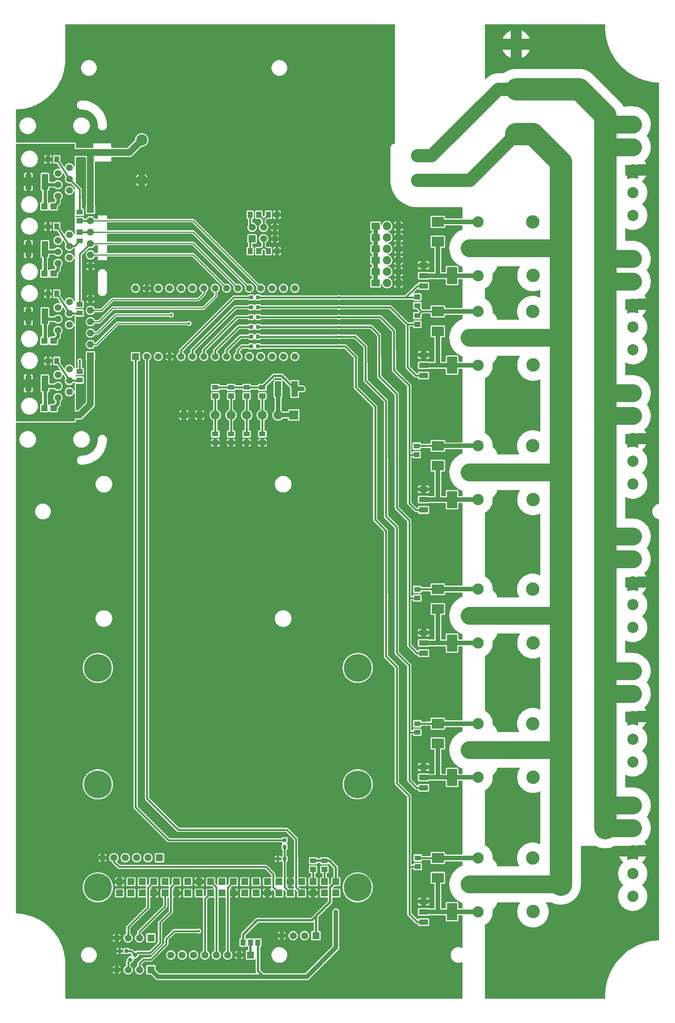
<source format=gbl>
G04 Layer: BottomLayer*
G04 EasyEDA v6.5.9, 2022-07-29 15:52:37*
G04 80419b3afb544e71809359e13b9e66d5,1d0123f043c44c6e98dfa3af7fe3442e,10*
G04 Gerber Generator version 0.2*
G04 Scale: 100 percent, Rotated: No, Reflected: No *
G04 Dimensions in millimeters *
G04 leading zeros omitted , absolute positions ,4 integer and 5 decimal *
%FSLAX45Y45*%
%MOMM*%

%ADD10C,4.0000*%
%ADD11C,5.0000*%
%ADD12C,0.3810*%
%ADD13C,0.5000*%
%ADD14C,1.0000*%
%ADD15C,0.2540*%
%ADD16C,3.0000*%
%ADD17C,1.5000*%
%ADD18C,0.7500*%
%ADD19R,1.3770X1.1325*%
%ADD20R,0.8640X0.8065*%
%ADD21C,1.5748*%
%ADD22R,1.5748X1.5748*%
%ADD23C,2.5400*%
%ADD24R,1.8750X1.5000*%
%ADD25C,1.8750*%
%ADD26C,2.5000*%
%ADD27C,1.5240*%
%ADD28C,6.2001*%
%ADD29R,1.5000X1.5000*%
%ADD30R,2.0320X2.0320*%
%ADD31C,2.0320*%
%ADD32R,1.5080X1.5080*%
%ADD33C,1.5080*%
%ADD34C,0.6096*%
%ADD35C,0.0109*%

%LPD*%
G36*
X10785754Y15168473D02*
G01*
X10781436Y15169438D01*
X10777931Y15172182D01*
X10775899Y15176093D01*
X10772698Y15188539D01*
X10768330Y15202204D01*
X10763250Y15215717D01*
X10757408Y15229027D01*
X10751058Y15241778D01*
X10743844Y15254427D01*
X10736072Y15266619D01*
X10727690Y15278303D01*
X10718749Y15289530D01*
X10709097Y15300350D01*
X10699038Y15310612D01*
X10688320Y15320365D01*
X10678515Y15328442D01*
X10676432Y15330728D01*
X10675162Y15333573D01*
X10674807Y15336672D01*
X10675518Y15355011D01*
X10674553Y15380207D01*
X10671606Y15405303D01*
X10666730Y15430042D01*
X10659973Y15454376D01*
X10651337Y15478099D01*
X10640872Y15501061D01*
X10628680Y15523159D01*
X10614812Y15544292D01*
X10599369Y15564205D01*
X10582402Y15582900D01*
X10564012Y15600222D01*
X10544403Y15616072D01*
X10523575Y15630347D01*
X10505084Y15641015D01*
X10502392Y15643301D01*
X10500614Y15646349D01*
X10500004Y15649854D01*
X10500004Y15860166D01*
X10500614Y15863620D01*
X10502392Y15866668D01*
X10505084Y15868954D01*
X10523575Y15879622D01*
X10544403Y15893897D01*
X10564012Y15909747D01*
X10582402Y15927069D01*
X10599369Y15945764D01*
X10614812Y15965728D01*
X10628680Y15986810D01*
X10640872Y16008908D01*
X10651337Y16031870D01*
X10659973Y16055594D01*
X10666730Y16079927D01*
X10671606Y16104717D01*
X10674553Y16129762D01*
X10675518Y16155009D01*
X10674553Y16180206D01*
X10672318Y16198951D01*
X10672521Y16202406D01*
X10673842Y16205555D01*
X10676077Y16208095D01*
X10685424Y16215563D01*
X10696295Y16225164D01*
X10706506Y16235273D01*
X10716260Y16245992D01*
X10725404Y16257066D01*
X10733938Y16268649D01*
X10741863Y16280688D01*
X10749229Y16293287D01*
X10755782Y16305936D01*
X10761827Y16319195D01*
X10767060Y16332606D01*
X10771581Y16346220D01*
X10775391Y16360038D01*
X10777423Y16363899D01*
X10780928Y16366540D01*
X10785195Y16367455D01*
X11274145Y16367455D01*
X11278311Y16366591D01*
X11281765Y16364000D01*
X11283848Y16360241D01*
X11284204Y16355974D01*
X11282730Y16351910D01*
X11271250Y16333673D01*
X11259007Y16310457D01*
X11248542Y16286429D01*
X11239855Y16261689D01*
X11233099Y16236391D01*
X11228222Y16210635D01*
X11225276Y16184575D01*
X11224310Y16158413D01*
X11225276Y16132200D01*
X11228222Y16106140D01*
X11233099Y16080384D01*
X11239855Y16055086D01*
X11248542Y16030346D01*
X11259007Y16006318D01*
X11271250Y15983153D01*
X11285220Y15960953D01*
X11300764Y15939871D01*
X11317884Y15920008D01*
X11336375Y15901466D01*
X11356289Y15884347D01*
X11377371Y15868802D01*
X11399570Y15854883D01*
X11422735Y15842589D01*
X11446764Y15832124D01*
X11471503Y15823488D01*
X11496802Y15816681D01*
X11522557Y15811804D01*
X11548618Y15808858D01*
X11574780Y15807893D01*
X11600992Y15808858D01*
X11627053Y15811804D01*
X11652808Y15816681D01*
X11678107Y15823488D01*
X11702846Y15832124D01*
X11727281Y15842792D01*
X11731193Y15843656D01*
X11735104Y15842894D01*
X11738457Y15840710D01*
X11740692Y15837407D01*
X11741505Y15833496D01*
X11741505Y15677388D01*
X11740642Y15673324D01*
X11738254Y15669920D01*
X11734698Y15667786D01*
X11730583Y15667228D01*
X11726570Y15668396D01*
X11722100Y15670784D01*
X11698071Y15681248D01*
X11673332Y15689935D01*
X11647982Y15696692D01*
X11622227Y15701568D01*
X11596217Y15704515D01*
X11570004Y15705480D01*
X11543792Y15704515D01*
X11517782Y15701568D01*
X11492026Y15696692D01*
X11466677Y15689935D01*
X11441938Y15681248D01*
X11417909Y15670784D01*
X11394744Y15658541D01*
X11372545Y15644571D01*
X11351463Y15629026D01*
X11331600Y15611906D01*
X11313058Y15593415D01*
X11295989Y15573501D01*
X11280394Y15552419D01*
X11266474Y15530220D01*
X11254232Y15507055D01*
X11243716Y15483027D01*
X11235080Y15458287D01*
X11228273Y15432989D01*
X11223396Y15407233D01*
X11220500Y15381173D01*
X11219484Y15355011D01*
X11220500Y15328798D01*
X11223396Y15302738D01*
X11228273Y15276982D01*
X11235080Y15251684D01*
X11243716Y15226944D01*
X11254232Y15202916D01*
X11264544Y15183408D01*
X11265662Y15179395D01*
X11265154Y15175280D01*
X11262969Y15171724D01*
X11259616Y15169337D01*
X11255552Y15168473D01*
G37*

%LPD*%
G36*
X49784Y12899999D02*
G01*
X45872Y12900761D01*
X42570Y12902996D01*
X40386Y12906248D01*
X39624Y12910159D01*
X39624Y19089827D01*
X40386Y19093738D01*
X42570Y19097040D01*
X45872Y19099225D01*
X49784Y19099987D01*
X1336040Y19099987D01*
X1339951Y19099225D01*
X1343202Y19097040D01*
X1345438Y19093738D01*
X1346200Y19089827D01*
X1346200Y18593155D01*
X1345336Y18589040D01*
X1342898Y18585637D01*
X1339291Y18583503D01*
X1335125Y18583046D01*
X1331112Y18584265D01*
X1327962Y18587008D01*
X1326134Y18590818D01*
X1324508Y18597727D01*
X1319580Y18610478D01*
X1313027Y18622416D01*
X1304950Y18633389D01*
X1295501Y18643193D01*
X1284782Y18651677D01*
X1273048Y18658636D01*
X1260500Y18663920D01*
X1247343Y18667526D01*
X1233830Y18669355D01*
X1220165Y18669355D01*
X1206652Y18667526D01*
X1193495Y18663920D01*
X1180947Y18658636D01*
X1169212Y18651677D01*
X1158544Y18643193D01*
X1149045Y18633389D01*
X1140968Y18622416D01*
X1134414Y18610478D01*
X1129487Y18597727D01*
X1126490Y18585078D01*
X1124864Y18581471D01*
X1121968Y18578779D01*
X1118311Y18577407D01*
X1114348Y18577509D01*
X1110792Y18579084D01*
X1108049Y18581928D01*
X1030681Y18702426D01*
X1029462Y18705068D01*
X1029055Y18707912D01*
X1029055Y18818301D01*
X1028344Y18824651D01*
X1026414Y18830086D01*
X1023366Y18835014D01*
X1019251Y18839078D01*
X1014374Y18842177D01*
X1008887Y18844056D01*
X1002588Y18844768D01*
X890473Y18844768D01*
X884123Y18844056D01*
X878687Y18842177D01*
X873760Y18839078D01*
X869696Y18835014D01*
X866597Y18830086D01*
X864666Y18824651D01*
X863955Y18818301D01*
X863955Y18681750D01*
X864666Y18675400D01*
X866597Y18669965D01*
X869696Y18665037D01*
X873760Y18660973D01*
X878687Y18657874D01*
X884123Y18655995D01*
X890473Y18655284D01*
X948537Y18655284D01*
X951839Y18654725D01*
X954836Y18653099D01*
X957071Y18650610D01*
X1021130Y18550890D01*
X1022603Y18546876D01*
X1022350Y18542609D01*
X1020368Y18538850D01*
X1016965Y18536208D01*
X1012799Y18535243D01*
X1008634Y18536056D01*
X1006500Y18536920D01*
X993343Y18540526D01*
X979830Y18542355D01*
X966165Y18542355D01*
X952652Y18540526D01*
X939495Y18536920D01*
X926947Y18531636D01*
X915212Y18524677D01*
X904544Y18516193D01*
X895045Y18506389D01*
X886968Y18495416D01*
X880414Y18483478D01*
X875487Y18470727D01*
X872337Y18457468D01*
X870966Y18443905D01*
X871423Y18430290D01*
X873709Y18416828D01*
X877722Y18403824D01*
X883462Y18391428D01*
X890828Y18379948D01*
X899617Y18369534D01*
X909726Y18360390D01*
X920953Y18352668D01*
X933145Y18346521D01*
X946048Y18342051D01*
X959408Y18339308D01*
X973023Y18338393D01*
X986586Y18339308D01*
X999947Y18342051D01*
X1012850Y18346521D01*
X1025042Y18352668D01*
X1036269Y18360390D01*
X1046378Y18369534D01*
X1055166Y18379948D01*
X1062532Y18391428D01*
X1068273Y18403824D01*
X1072286Y18416828D01*
X1074572Y18430290D01*
X1074674Y18433237D01*
X1075690Y18437352D01*
X1078331Y18440704D01*
X1082141Y18442686D01*
X1086408Y18442940D01*
X1090371Y18441416D01*
X1093368Y18438368D01*
X1136446Y18371261D01*
X1137869Y18367959D01*
X1137970Y18364352D01*
X1136853Y18360898D01*
X1134414Y18356478D01*
X1129487Y18343727D01*
X1126337Y18330468D01*
X1124966Y18316905D01*
X1125423Y18303290D01*
X1127709Y18289828D01*
X1131722Y18276824D01*
X1137462Y18264428D01*
X1144828Y18252948D01*
X1153617Y18242534D01*
X1163726Y18233390D01*
X1174953Y18225668D01*
X1187145Y18219521D01*
X1200048Y18215051D01*
X1213408Y18212308D01*
X1227023Y18211393D01*
X1240586Y18212308D01*
X1255064Y18215356D01*
X1258417Y18215457D01*
X1261618Y18214492D01*
X1264310Y18212562D01*
X1343202Y18133669D01*
X1345438Y18130367D01*
X1346200Y18126506D01*
X1346200Y18085155D01*
X1345336Y18081040D01*
X1342898Y18077637D01*
X1339291Y18075503D01*
X1335125Y18075046D01*
X1331112Y18076265D01*
X1327962Y18079008D01*
X1326134Y18082818D01*
X1324508Y18089727D01*
X1319580Y18102478D01*
X1313027Y18114416D01*
X1304950Y18125389D01*
X1295501Y18135193D01*
X1284782Y18143677D01*
X1273048Y18150636D01*
X1260500Y18155920D01*
X1247343Y18159526D01*
X1233830Y18161355D01*
X1220165Y18161355D01*
X1206652Y18159526D01*
X1193495Y18155920D01*
X1180947Y18150636D01*
X1169212Y18143677D01*
X1158544Y18135193D01*
X1149045Y18125389D01*
X1140968Y18114416D01*
X1134414Y18102478D01*
X1129487Y18089727D01*
X1126337Y18076468D01*
X1124966Y18062905D01*
X1125423Y18049290D01*
X1127709Y18035828D01*
X1131722Y18022824D01*
X1137462Y18010428D01*
X1144828Y17998948D01*
X1153617Y17988534D01*
X1163726Y17979390D01*
X1174953Y17971668D01*
X1187145Y17965521D01*
X1200048Y17961051D01*
X1213408Y17958308D01*
X1227023Y17957393D01*
X1240586Y17958308D01*
X1253947Y17961051D01*
X1266850Y17965521D01*
X1279042Y17971668D01*
X1290269Y17979390D01*
X1300378Y17988534D01*
X1309166Y17998948D01*
X1316532Y18010428D01*
X1322273Y18022824D01*
X1326337Y18035930D01*
X1328318Y18039537D01*
X1331569Y18042026D01*
X1335532Y18043093D01*
X1339545Y18042432D01*
X1343050Y18040299D01*
X1345387Y18036946D01*
X1346200Y18032933D01*
X1346200Y17093133D01*
X1345336Y17089069D01*
X1342898Y17085665D01*
X1339291Y17083532D01*
X1335125Y17083024D01*
X1331112Y17084294D01*
X1327962Y17087037D01*
X1326134Y17090796D01*
X1324508Y17097756D01*
X1319580Y17110456D01*
X1313027Y17122444D01*
X1304950Y17133417D01*
X1295501Y17143222D01*
X1284782Y17151654D01*
X1273048Y17158614D01*
X1260500Y17163948D01*
X1247343Y17167555D01*
X1233830Y17169333D01*
X1220165Y17169333D01*
X1206652Y17167555D01*
X1193495Y17163948D01*
X1180947Y17158614D01*
X1169212Y17151654D01*
X1158544Y17143222D01*
X1149045Y17133417D01*
X1140968Y17122444D01*
X1134414Y17110456D01*
X1129487Y17097756D01*
X1126490Y17085056D01*
X1124864Y17081500D01*
X1121968Y17078807D01*
X1118311Y17077385D01*
X1114348Y17077486D01*
X1110792Y17079061D01*
X1108049Y17081906D01*
X1030681Y17202353D01*
X1029462Y17204994D01*
X1029055Y17207839D01*
X1029055Y17318177D01*
X1028344Y17324527D01*
X1026414Y17329962D01*
X1023366Y17334890D01*
X1019251Y17338954D01*
X1014374Y17342053D01*
X1008887Y17343932D01*
X1002588Y17344644D01*
X890473Y17344644D01*
X884123Y17343932D01*
X878687Y17342053D01*
X873760Y17338954D01*
X869696Y17334890D01*
X866597Y17329962D01*
X864666Y17324527D01*
X863955Y17318177D01*
X863955Y17181626D01*
X864666Y17175276D01*
X866597Y17169841D01*
X869696Y17164913D01*
X873760Y17160849D01*
X878687Y17157750D01*
X884123Y17155871D01*
X890473Y17155160D01*
X948537Y17155160D01*
X951890Y17154601D01*
X954836Y17152975D01*
X957122Y17150486D01*
X1021080Y17050867D01*
X1022603Y17046905D01*
X1022350Y17042638D01*
X1020318Y17038828D01*
X1016965Y17036237D01*
X1012799Y17035221D01*
X1008583Y17036034D01*
X1006500Y17036948D01*
X993343Y17040555D01*
X979830Y17042333D01*
X966165Y17042333D01*
X952652Y17040555D01*
X939495Y17036948D01*
X926947Y17031614D01*
X915212Y17024654D01*
X904544Y17016222D01*
X895045Y17006417D01*
X886968Y16995444D01*
X880414Y16983456D01*
X875487Y16970756D01*
X872337Y16957497D01*
X870966Y16943933D01*
X871423Y16930268D01*
X873709Y16916857D01*
X877722Y16903801D01*
X883462Y16891457D01*
X890828Y16879925D01*
X899617Y16869511D01*
X909726Y16860367D01*
X920953Y16852646D01*
X933145Y16846499D01*
X946048Y16842028D01*
X959408Y16839336D01*
X973023Y16838422D01*
X986586Y16839336D01*
X999947Y16842028D01*
X1012850Y16846499D01*
X1025042Y16852646D01*
X1036269Y16860367D01*
X1046378Y16869511D01*
X1055166Y16879925D01*
X1062532Y16891457D01*
X1068273Y16903801D01*
X1072286Y16916857D01*
X1074572Y16930268D01*
X1074674Y16933265D01*
X1075690Y16937431D01*
X1078331Y16940733D01*
X1082141Y16942714D01*
X1086408Y16942968D01*
X1090371Y16941444D01*
X1093368Y16938447D01*
X1136497Y16871340D01*
X1137869Y16867987D01*
X1138021Y16864380D01*
X1136853Y16860926D01*
X1134414Y16856456D01*
X1129487Y16843756D01*
X1126337Y16830497D01*
X1124966Y16816933D01*
X1125423Y16803268D01*
X1127709Y16789857D01*
X1131722Y16776801D01*
X1137462Y16764457D01*
X1144828Y16752925D01*
X1153617Y16742511D01*
X1163726Y16733367D01*
X1174953Y16725646D01*
X1187145Y16719499D01*
X1200048Y16715028D01*
X1213408Y16712336D01*
X1227023Y16711422D01*
X1240586Y16712336D01*
X1253947Y16715028D01*
X1266850Y16719499D01*
X1279042Y16725646D01*
X1290269Y16733367D01*
X1300378Y16742511D01*
X1309166Y16752925D01*
X1316177Y16763898D01*
X1318412Y16766387D01*
X1321358Y16768013D01*
X1324711Y16768572D01*
X1335989Y16768622D01*
X1339900Y16767860D01*
X1343202Y16765625D01*
X1345438Y16762323D01*
X1346200Y16758462D01*
X1346200Y16585133D01*
X1345336Y16581069D01*
X1342898Y16577665D01*
X1339291Y16575532D01*
X1335125Y16575024D01*
X1331112Y16576294D01*
X1327962Y16579037D01*
X1326134Y16582796D01*
X1324508Y16589756D01*
X1319580Y16602456D01*
X1313027Y16614444D01*
X1304950Y16625417D01*
X1295501Y16635222D01*
X1284782Y16643654D01*
X1273048Y16650614D01*
X1260500Y16655948D01*
X1247343Y16659555D01*
X1233830Y16661333D01*
X1220165Y16661333D01*
X1206652Y16659555D01*
X1193495Y16655948D01*
X1180947Y16650614D01*
X1169212Y16643654D01*
X1158544Y16635222D01*
X1149045Y16625417D01*
X1140968Y16614444D01*
X1134414Y16602456D01*
X1129487Y16589756D01*
X1126337Y16576497D01*
X1124966Y16562933D01*
X1125423Y16549268D01*
X1127709Y16535857D01*
X1131722Y16522801D01*
X1137462Y16510457D01*
X1144828Y16498925D01*
X1153617Y16488511D01*
X1163726Y16479367D01*
X1174953Y16471646D01*
X1187145Y16465499D01*
X1200048Y16461028D01*
X1213408Y16458336D01*
X1227023Y16457422D01*
X1240586Y16458336D01*
X1253947Y16461028D01*
X1266850Y16465499D01*
X1279042Y16471646D01*
X1290269Y16479367D01*
X1300378Y16488511D01*
X1309166Y16498925D01*
X1316532Y16510457D01*
X1322273Y16522801D01*
X1326337Y16535958D01*
X1328318Y16539514D01*
X1331569Y16542054D01*
X1335532Y16543070D01*
X1339545Y16542461D01*
X1343050Y16540276D01*
X1345387Y16536924D01*
X1346200Y16532910D01*
X1346200Y15593161D01*
X1345336Y15589046D01*
X1342898Y15585643D01*
X1339291Y15583509D01*
X1335125Y15583052D01*
X1331112Y15584271D01*
X1327962Y15587014D01*
X1326134Y15590824D01*
X1324508Y15597733D01*
X1319580Y15610484D01*
X1313027Y15622422D01*
X1304950Y15633395D01*
X1295501Y15643199D01*
X1284782Y15651683D01*
X1273048Y15658592D01*
X1260500Y15663926D01*
X1247343Y15667532D01*
X1233830Y15669361D01*
X1220165Y15669361D01*
X1206652Y15667532D01*
X1193495Y15663926D01*
X1180947Y15658592D01*
X1169212Y15651683D01*
X1158544Y15643199D01*
X1149045Y15633395D01*
X1140968Y15622422D01*
X1134414Y15610484D01*
X1129487Y15597733D01*
X1126490Y15585084D01*
X1124864Y15581477D01*
X1121968Y15578785D01*
X1118311Y15577413D01*
X1114348Y15577515D01*
X1110792Y15579090D01*
X1108049Y15581934D01*
X1030681Y15702432D01*
X1029462Y15705074D01*
X1029055Y15707918D01*
X1029055Y15818307D01*
X1028344Y15824657D01*
X1026414Y15830092D01*
X1023366Y15835020D01*
X1019251Y15839084D01*
X1014374Y15842183D01*
X1008887Y15844062D01*
X1002588Y15844774D01*
X890473Y15844774D01*
X884123Y15844062D01*
X878687Y15842183D01*
X873760Y15839084D01*
X869696Y15835020D01*
X866597Y15830092D01*
X864666Y15824657D01*
X863955Y15818307D01*
X863955Y15681756D01*
X864666Y15675406D01*
X866597Y15669971D01*
X869696Y15665043D01*
X873760Y15660979D01*
X878687Y15657880D01*
X884123Y15656001D01*
X890473Y15655290D01*
X948537Y15655290D01*
X951839Y15654731D01*
X954836Y15653105D01*
X957071Y15650616D01*
X1021130Y15550896D01*
X1022654Y15546882D01*
X1022350Y15542615D01*
X1020368Y15538856D01*
X1016965Y15536214D01*
X1012799Y15535249D01*
X1008634Y15536011D01*
X1006500Y15536926D01*
X993343Y15540532D01*
X979830Y15542361D01*
X966165Y15542361D01*
X952652Y15540532D01*
X939495Y15536926D01*
X926947Y15531592D01*
X915212Y15524683D01*
X904544Y15516199D01*
X895045Y15506395D01*
X886968Y15495422D01*
X880414Y15483484D01*
X875487Y15470733D01*
X872337Y15457474D01*
X870966Y15443911D01*
X871423Y15430296D01*
X873709Y15416834D01*
X877722Y15403830D01*
X883462Y15391434D01*
X890828Y15379954D01*
X899617Y15369540D01*
X909726Y15360396D01*
X920953Y15352674D01*
X933145Y15346527D01*
X946048Y15342057D01*
X959408Y15339313D01*
X973023Y15338399D01*
X986586Y15339313D01*
X999947Y15342057D01*
X1012850Y15346527D01*
X1025042Y15352674D01*
X1036269Y15360396D01*
X1046378Y15369540D01*
X1055166Y15379954D01*
X1062532Y15391434D01*
X1068273Y15403830D01*
X1072286Y15416834D01*
X1074572Y15430296D01*
X1074674Y15433243D01*
X1075690Y15437357D01*
X1078331Y15440710D01*
X1082141Y15442692D01*
X1086408Y15442946D01*
X1090371Y15441422D01*
X1093368Y15438374D01*
X1136446Y15371267D01*
X1137869Y15367965D01*
X1137970Y15364358D01*
X1136853Y15360904D01*
X1134414Y15356484D01*
X1129487Y15343733D01*
X1126337Y15330474D01*
X1124966Y15316911D01*
X1125423Y15303296D01*
X1127709Y15289834D01*
X1131722Y15276830D01*
X1137462Y15264434D01*
X1144828Y15252954D01*
X1153617Y15242540D01*
X1163726Y15233396D01*
X1174953Y15225674D01*
X1187145Y15219527D01*
X1200048Y15215057D01*
X1213408Y15212313D01*
X1227023Y15211399D01*
X1240586Y15212313D01*
X1253947Y15215057D01*
X1266850Y15219527D01*
X1279042Y15225674D01*
X1290269Y15233396D01*
X1300378Y15242540D01*
X1309166Y15252954D01*
X1316075Y15263774D01*
X1318361Y15266263D01*
X1321308Y15267889D01*
X1324660Y15268448D01*
X1336040Y15268448D01*
X1339951Y15267686D01*
X1343202Y15265450D01*
X1345438Y15262199D01*
X1346200Y15258288D01*
X1346200Y15085161D01*
X1345336Y15081046D01*
X1342898Y15077643D01*
X1339291Y15075509D01*
X1335125Y15075052D01*
X1331112Y15076271D01*
X1327962Y15079014D01*
X1326134Y15082824D01*
X1324508Y15089733D01*
X1319580Y15102484D01*
X1313027Y15114422D01*
X1304950Y15125395D01*
X1295501Y15135199D01*
X1284782Y15143683D01*
X1273048Y15150592D01*
X1260500Y15155926D01*
X1247343Y15159532D01*
X1233830Y15161361D01*
X1220165Y15161361D01*
X1206652Y15159532D01*
X1193495Y15155926D01*
X1180947Y15150592D01*
X1169212Y15143683D01*
X1158544Y15135199D01*
X1149045Y15125395D01*
X1140968Y15114422D01*
X1134414Y15102484D01*
X1129487Y15089733D01*
X1126337Y15076474D01*
X1124966Y15062911D01*
X1125423Y15049296D01*
X1127709Y15035834D01*
X1131722Y15022830D01*
X1137462Y15010434D01*
X1144828Y14998954D01*
X1153617Y14988540D01*
X1163726Y14979396D01*
X1174953Y14971674D01*
X1187145Y14965527D01*
X1200048Y14961057D01*
X1213408Y14958313D01*
X1227023Y14957399D01*
X1240586Y14958313D01*
X1253947Y14961057D01*
X1266850Y14965527D01*
X1279042Y14971674D01*
X1290269Y14979396D01*
X1300378Y14988540D01*
X1309166Y14998954D01*
X1316532Y15010434D01*
X1322273Y15022830D01*
X1326337Y15035936D01*
X1328318Y15039543D01*
X1331569Y15042032D01*
X1335532Y15043048D01*
X1339545Y15042438D01*
X1343050Y15040305D01*
X1345387Y15036952D01*
X1346200Y15032939D01*
X1346200Y14093139D01*
X1345336Y14089075D01*
X1342898Y14085671D01*
X1339291Y14083538D01*
X1335125Y14083030D01*
X1331112Y14084249D01*
X1327962Y14086992D01*
X1326134Y14090802D01*
X1324508Y14097762D01*
X1319580Y14110462D01*
X1313027Y14122450D01*
X1304950Y14133423D01*
X1295501Y14143228D01*
X1284782Y14151660D01*
X1273048Y14158620D01*
X1260500Y14163954D01*
X1247343Y14167561D01*
X1233830Y14169339D01*
X1220165Y14169339D01*
X1206652Y14167561D01*
X1193495Y14163954D01*
X1180947Y14158620D01*
X1169212Y14151660D01*
X1158544Y14143228D01*
X1149045Y14133423D01*
X1140968Y14122450D01*
X1134414Y14110462D01*
X1129487Y14097762D01*
X1126490Y14085062D01*
X1124864Y14081506D01*
X1121968Y14078813D01*
X1118311Y14077391D01*
X1114348Y14077492D01*
X1110792Y14079067D01*
X1108049Y14081912D01*
X1030681Y14202359D01*
X1029462Y14205000D01*
X1029055Y14207845D01*
X1029055Y14318183D01*
X1028344Y14324533D01*
X1026414Y14329968D01*
X1023366Y14334896D01*
X1019251Y14338960D01*
X1014374Y14342059D01*
X1008887Y14343938D01*
X1002588Y14344650D01*
X890473Y14344650D01*
X884123Y14343938D01*
X878687Y14342059D01*
X873760Y14338960D01*
X869696Y14334896D01*
X866597Y14329968D01*
X864666Y14324533D01*
X863955Y14318183D01*
X863955Y14181632D01*
X864666Y14175282D01*
X866597Y14169847D01*
X869696Y14164919D01*
X873760Y14160855D01*
X878687Y14157756D01*
X884123Y14155877D01*
X890473Y14155166D01*
X948537Y14155166D01*
X951890Y14154607D01*
X954836Y14152981D01*
X957122Y14150492D01*
X1021130Y14050873D01*
X1022603Y14046911D01*
X1022350Y14042644D01*
X1020318Y14038834D01*
X1016965Y14036243D01*
X1012799Y14035227D01*
X1008583Y14036040D01*
X1006500Y14036954D01*
X993343Y14040561D01*
X979830Y14042339D01*
X966165Y14042339D01*
X952652Y14040561D01*
X939495Y14036954D01*
X926947Y14031620D01*
X915212Y14024660D01*
X904544Y14016228D01*
X895045Y14006423D01*
X886968Y13995450D01*
X880414Y13983462D01*
X875487Y13970762D01*
X872337Y13957503D01*
X870966Y13943888D01*
X871423Y13930274D01*
X873709Y13916812D01*
X877722Y13903807D01*
X883462Y13891463D01*
X890828Y13879931D01*
X899617Y13869517D01*
X909726Y13860373D01*
X920953Y13852651D01*
X933145Y13846505D01*
X946048Y13842034D01*
X959408Y13839342D01*
X973023Y13838428D01*
X986586Y13839342D01*
X999947Y13842034D01*
X1012850Y13846505D01*
X1025042Y13852651D01*
X1036269Y13860373D01*
X1046378Y13869517D01*
X1055166Y13879931D01*
X1062532Y13891463D01*
X1068273Y13903807D01*
X1072286Y13916812D01*
X1074572Y13930274D01*
X1074674Y13933271D01*
X1075690Y13937437D01*
X1078331Y13940739D01*
X1082141Y13942720D01*
X1086408Y13942974D01*
X1090371Y13941450D01*
X1093368Y13938453D01*
X1136497Y13871346D01*
X1137869Y13867993D01*
X1138021Y13864386D01*
X1136853Y13860932D01*
X1134414Y13856462D01*
X1129487Y13843762D01*
X1126337Y13830503D01*
X1124966Y13816888D01*
X1125423Y13803274D01*
X1127709Y13789812D01*
X1131722Y13776807D01*
X1137462Y13764463D01*
X1144828Y13752931D01*
X1153617Y13742517D01*
X1163726Y13733373D01*
X1174953Y13725651D01*
X1187145Y13719505D01*
X1200048Y13715034D01*
X1213408Y13712342D01*
X1227023Y13711428D01*
X1240586Y13712342D01*
X1253947Y13715034D01*
X1266850Y13719505D01*
X1279042Y13725651D01*
X1290269Y13733373D01*
X1300378Y13742517D01*
X1309166Y13752931D01*
X1316177Y13763904D01*
X1318412Y13766393D01*
X1321409Y13768019D01*
X1324711Y13768578D01*
X1336040Y13768578D01*
X1339951Y13767816D01*
X1343202Y13765580D01*
X1345438Y13762329D01*
X1346200Y13758418D01*
X1346200Y13585139D01*
X1345336Y13581075D01*
X1342898Y13577671D01*
X1339291Y13575538D01*
X1335125Y13575030D01*
X1331112Y13576249D01*
X1327962Y13578992D01*
X1326134Y13582802D01*
X1324508Y13589762D01*
X1319580Y13602462D01*
X1313027Y13614450D01*
X1304950Y13625423D01*
X1295501Y13635228D01*
X1284782Y13643660D01*
X1273048Y13650620D01*
X1260500Y13655954D01*
X1247343Y13659561D01*
X1233830Y13661339D01*
X1220165Y13661339D01*
X1206652Y13659561D01*
X1193495Y13655954D01*
X1180947Y13650620D01*
X1169212Y13643660D01*
X1158544Y13635228D01*
X1149045Y13625423D01*
X1140968Y13614450D01*
X1134414Y13602462D01*
X1129487Y13589762D01*
X1126337Y13576503D01*
X1124966Y13562888D01*
X1125423Y13549274D01*
X1127709Y13535812D01*
X1131722Y13522807D01*
X1137462Y13510463D01*
X1144828Y13498931D01*
X1153617Y13488517D01*
X1163726Y13479373D01*
X1174953Y13471651D01*
X1187145Y13465505D01*
X1200048Y13461034D01*
X1213408Y13458342D01*
X1227023Y13457428D01*
X1240586Y13458342D01*
X1253947Y13461034D01*
X1266850Y13465505D01*
X1279042Y13471651D01*
X1290269Y13479373D01*
X1300378Y13488517D01*
X1309166Y13498931D01*
X1316532Y13510463D01*
X1322273Y13522807D01*
X1326337Y13535913D01*
X1328318Y13539520D01*
X1331569Y13542060D01*
X1335532Y13543076D01*
X1339545Y13542467D01*
X1343050Y13540282D01*
X1345387Y13536930D01*
X1346200Y13532916D01*
X1346200Y12910159D01*
X1345438Y12906248D01*
X1343202Y12902996D01*
X1339951Y12900761D01*
X1336040Y12899999D01*
G37*

%LPC*%
G36*
X333298Y13053669D02*
G01*
X352094Y13054126D01*
X370687Y13056463D01*
X389026Y13060680D01*
X406806Y13066623D01*
X423926Y13074345D01*
X440232Y13083743D01*
X455472Y13094715D01*
X469544Y13107162D01*
X482295Y13120928D01*
X493674Y13135863D01*
X503428Y13151916D01*
X511606Y13168833D01*
X518007Y13186460D01*
X522681Y13204698D01*
X525475Y13223240D01*
X526389Y13241985D01*
X525475Y13260781D01*
X522681Y13279323D01*
X518007Y13297560D01*
X511606Y13315188D01*
X503428Y13332104D01*
X493674Y13348157D01*
X482295Y13363092D01*
X469544Y13376859D01*
X455472Y13389305D01*
X440232Y13400278D01*
X423926Y13409676D01*
X406806Y13417397D01*
X389026Y13423341D01*
X370687Y13427557D01*
X352094Y13429894D01*
X333298Y13430351D01*
X314553Y13428929D01*
X296062Y13425678D01*
X277977Y13420598D01*
X260502Y13413740D01*
X243789Y13405154D01*
X228041Y13394994D01*
X213360Y13383260D01*
X199898Y13370153D01*
X187807Y13355777D01*
X177241Y13340232D01*
X168249Y13323773D01*
X160985Y13306450D01*
X155448Y13288518D01*
X151688Y13270077D01*
X149860Y13251383D01*
X149860Y13232638D01*
X151688Y13213943D01*
X155448Y13195503D01*
X160985Y13177570D01*
X168249Y13160248D01*
X177241Y13143788D01*
X187807Y13128244D01*
X199898Y13113867D01*
X213360Y13100761D01*
X228041Y13089026D01*
X243789Y13078866D01*
X260502Y13070281D01*
X277977Y13063423D01*
X296062Y13058343D01*
X314553Y13055092D01*
G37*
G36*
X602030Y13106450D02*
G01*
X741883Y13106450D01*
X748182Y13107162D01*
X753668Y13109092D01*
X758545Y13112191D01*
X762660Y13116255D01*
X766368Y13122148D01*
X769162Y13125094D01*
X772922Y13126669D01*
X776986Y13126669D01*
X780745Y13125094D01*
X783539Y13122148D01*
X787247Y13116255D01*
X791362Y13112191D01*
X796239Y13109092D01*
X801725Y13107162D01*
X808024Y13106450D01*
X947877Y13106450D01*
X954227Y13107162D01*
X959662Y13109092D01*
X964590Y13112191D01*
X968654Y13116255D01*
X971753Y13121182D01*
X973632Y13126618D01*
X974344Y13132917D01*
X974344Y13202513D01*
X975156Y13206425D01*
X977341Y13209727D01*
X1017676Y13250062D01*
X1024534Y13258088D01*
X1028953Y13265150D01*
X1033119Y13274751D01*
X1033780Y13276834D01*
X1035659Y13284911D01*
X1035964Y13287095D01*
X1036472Y13295426D01*
X1036472Y13348055D01*
X1037336Y13352170D01*
X1039825Y13355624D01*
X1046378Y13361517D01*
X1055166Y13371931D01*
X1062532Y13383463D01*
X1068273Y13395807D01*
X1072286Y13408812D01*
X1074572Y13422274D01*
X1075029Y13435888D01*
X1073658Y13449503D01*
X1070508Y13462762D01*
X1065580Y13475462D01*
X1059027Y13487450D01*
X1050950Y13498423D01*
X1041501Y13508228D01*
X1030782Y13516660D01*
X1019048Y13523620D01*
X1006500Y13528954D01*
X993343Y13532561D01*
X979830Y13534339D01*
X966165Y13534339D01*
X952652Y13532561D01*
X939495Y13528954D01*
X926947Y13523620D01*
X915212Y13516660D01*
X904544Y13508228D01*
X895045Y13498423D01*
X886968Y13487450D01*
X880414Y13475462D01*
X875487Y13462762D01*
X872337Y13449503D01*
X870966Y13435888D01*
X871423Y13422274D01*
X873709Y13408812D01*
X877722Y13395807D01*
X883462Y13383463D01*
X890828Y13371931D01*
X899617Y13361517D01*
X906322Y13355472D01*
X908812Y13352068D01*
X909675Y13347954D01*
X909675Y13325601D01*
X908913Y13321690D01*
X906678Y13318388D01*
X884529Y13296239D01*
X881227Y13294055D01*
X877366Y13293293D01*
X808024Y13293293D01*
X801725Y13292582D01*
X796239Y13290651D01*
X791362Y13287552D01*
X787247Y13283488D01*
X783539Y13277596D01*
X780745Y13274649D01*
X776986Y13273074D01*
X772922Y13273074D01*
X769162Y13274649D01*
X766368Y13277596D01*
X762660Y13283488D01*
X758545Y13287552D01*
X753465Y13290804D01*
X750925Y13293039D01*
X749249Y13296036D01*
X748690Y13299389D01*
X748690Y13539317D01*
X749350Y13542975D01*
X751281Y13546124D01*
X754176Y13548360D01*
X757732Y13549426D01*
X761441Y13549833D01*
X766876Y13551763D01*
X771804Y13554811D01*
X775868Y13558926D01*
X778967Y13563803D01*
X780846Y13569289D01*
X781558Y13575588D01*
X781558Y13612977D01*
X782370Y13616838D01*
X784555Y13620140D01*
X787857Y13622375D01*
X791718Y13623137D01*
X888492Y13623137D01*
X892759Y13622172D01*
X896264Y13619530D01*
X899617Y13615517D01*
X909726Y13606373D01*
X920953Y13598651D01*
X933145Y13592505D01*
X946048Y13588034D01*
X959408Y13585342D01*
X973023Y13584428D01*
X986586Y13585342D01*
X999947Y13588034D01*
X1012850Y13592505D01*
X1025042Y13598651D01*
X1036269Y13606373D01*
X1046378Y13615517D01*
X1055166Y13625931D01*
X1062532Y13637463D01*
X1068273Y13649807D01*
X1072286Y13662812D01*
X1074572Y13676274D01*
X1075029Y13689888D01*
X1073658Y13703503D01*
X1070508Y13716762D01*
X1065580Y13729462D01*
X1059027Y13741450D01*
X1050950Y13752423D01*
X1041501Y13762228D01*
X1030782Y13770660D01*
X1019048Y13777620D01*
X1006500Y13782954D01*
X993343Y13786561D01*
X979830Y13788339D01*
X966165Y13788339D01*
X952652Y13786561D01*
X939495Y13782954D01*
X926947Y13777620D01*
X915212Y13770660D01*
X904544Y13762228D01*
X895654Y13753033D01*
X892302Y13750747D01*
X888339Y13749934D01*
X791718Y13749934D01*
X787857Y13750696D01*
X784555Y13752931D01*
X782370Y13756233D01*
X781558Y13760094D01*
X781558Y13924381D01*
X780846Y13930731D01*
X778967Y13936167D01*
X775868Y13941094D01*
X771804Y13945158D01*
X766876Y13948257D01*
X761441Y13950137D01*
X755091Y13950848D01*
X615594Y13950848D01*
X609244Y13950137D01*
X603808Y13948257D01*
X598881Y13945158D01*
X594817Y13941094D01*
X591718Y13936167D01*
X589788Y13930731D01*
X589076Y13924381D01*
X589076Y13575588D01*
X589788Y13569289D01*
X591718Y13563803D01*
X594817Y13558926D01*
X598881Y13554811D01*
X603808Y13551763D01*
X609244Y13549833D01*
X612851Y13549426D01*
X616407Y13548360D01*
X619302Y13546124D01*
X621233Y13542975D01*
X621893Y13539317D01*
X621893Y13303453D01*
X621131Y13299541D01*
X618896Y13296239D01*
X615594Y13294055D01*
X611733Y13293293D01*
X602030Y13293293D01*
X595680Y13292582D01*
X590245Y13290651D01*
X585317Y13287552D01*
X581253Y13283488D01*
X578154Y13278561D01*
X576275Y13273125D01*
X575564Y13266826D01*
X575564Y13132917D01*
X576275Y13126618D01*
X578154Y13121182D01*
X581253Y13116255D01*
X585317Y13112191D01*
X590245Y13109092D01*
X595680Y13107162D01*
G37*
G36*
X356158Y13549122D02*
G01*
X384403Y13549122D01*
X390753Y13549833D01*
X396189Y13551763D01*
X401116Y13554811D01*
X405180Y13558926D01*
X408279Y13563803D01*
X410209Y13569289D01*
X410921Y13575588D01*
X410921Y13656157D01*
X356158Y13656157D01*
G37*
G36*
X244906Y13549122D02*
G01*
X273151Y13549122D01*
X273151Y13656157D01*
X218440Y13656157D01*
X218440Y13575588D01*
X219151Y13569289D01*
X221030Y13563803D01*
X224129Y13558926D01*
X228193Y13554811D01*
X233121Y13551763D01*
X238556Y13549833D01*
G37*
G36*
X356158Y13843812D02*
G01*
X410921Y13843812D01*
X410921Y13924381D01*
X410209Y13930731D01*
X408279Y13936167D01*
X405180Y13941094D01*
X401116Y13945158D01*
X396189Y13948257D01*
X390753Y13950137D01*
X384403Y13950848D01*
X356158Y13950848D01*
G37*
G36*
X218440Y13843812D02*
G01*
X273151Y13843812D01*
X273151Y13950848D01*
X244906Y13950848D01*
X238556Y13950137D01*
X233121Y13948257D01*
X228193Y13945158D01*
X224129Y13941094D01*
X221030Y13936167D01*
X219151Y13930731D01*
X218440Y13924381D01*
G37*
G36*
X333298Y14069669D02*
G01*
X352094Y14070126D01*
X370687Y14072463D01*
X389026Y14076680D01*
X406806Y14082623D01*
X423926Y14090345D01*
X440232Y14099743D01*
X455472Y14110716D01*
X469544Y14123162D01*
X482295Y14136928D01*
X493674Y14151863D01*
X503428Y14167916D01*
X511606Y14184833D01*
X518007Y14202460D01*
X522681Y14220698D01*
X525475Y14239240D01*
X526389Y14257985D01*
X525475Y14276781D01*
X522681Y14295323D01*
X518007Y14313560D01*
X511606Y14331188D01*
X503428Y14348104D01*
X493674Y14364157D01*
X482295Y14379092D01*
X469544Y14392859D01*
X455472Y14405305D01*
X440232Y14416278D01*
X423926Y14425676D01*
X406806Y14433397D01*
X389026Y14439341D01*
X370687Y14443557D01*
X352094Y14445894D01*
X333298Y14446351D01*
X314553Y14444929D01*
X296062Y14441678D01*
X277977Y14436598D01*
X260502Y14429740D01*
X243789Y14421154D01*
X228041Y14410994D01*
X213360Y14399260D01*
X199898Y14386153D01*
X187807Y14371777D01*
X177241Y14356232D01*
X168249Y14339773D01*
X160985Y14322450D01*
X155448Y14304518D01*
X151688Y14286077D01*
X149860Y14267383D01*
X149860Y14248638D01*
X151688Y14229943D01*
X155448Y14211503D01*
X160985Y14193570D01*
X168249Y14176248D01*
X177241Y14159788D01*
X187807Y14144244D01*
X199898Y14129867D01*
X213360Y14116761D01*
X228041Y14105026D01*
X243789Y14094866D01*
X260502Y14086281D01*
X277977Y14079423D01*
X296062Y14074343D01*
X314553Y14071092D01*
G37*
G36*
X787908Y14155166D02*
G01*
X809294Y14155166D01*
X815644Y14155877D01*
X821080Y14157756D01*
X826008Y14160855D01*
X830071Y14164919D01*
X833170Y14169847D01*
X835101Y14175282D01*
X835812Y14181632D01*
X835812Y14209115D01*
X787908Y14209115D01*
G37*
G36*
X697179Y14155166D02*
G01*
X718616Y14155166D01*
X718616Y14209115D01*
X670712Y14209115D01*
X670712Y14181632D01*
X671423Y14175282D01*
X673354Y14169847D01*
X676402Y14164919D01*
X680516Y14160855D01*
X685393Y14157756D01*
X690880Y14155877D01*
G37*
G36*
X670712Y14290700D02*
G01*
X718616Y14290700D01*
X718616Y14344650D01*
X697179Y14344650D01*
X690880Y14343938D01*
X685393Y14342059D01*
X680516Y14338960D01*
X676402Y14334896D01*
X673354Y14329968D01*
X671423Y14324533D01*
X670712Y14318183D01*
G37*
G36*
X787908Y14290700D02*
G01*
X835812Y14290700D01*
X835812Y14318183D01*
X835101Y14324533D01*
X833170Y14329968D01*
X830071Y14334896D01*
X826008Y14338960D01*
X821080Y14342059D01*
X815644Y14343938D01*
X809294Y14344650D01*
X787908Y14344650D01*
G37*
G36*
X333298Y14553692D02*
G01*
X352094Y14554149D01*
X370687Y14556486D01*
X389026Y14560651D01*
X406806Y14566646D01*
X423926Y14574367D01*
X440232Y14583765D01*
X455472Y14594738D01*
X469544Y14607133D01*
X482295Y14620900D01*
X493674Y14635886D01*
X503428Y14651888D01*
X511606Y14668804D01*
X518007Y14686483D01*
X522681Y14704669D01*
X525475Y14723262D01*
X526389Y14742007D01*
X525475Y14760752D01*
X522681Y14779345D01*
X518007Y14797532D01*
X511606Y14815210D01*
X503428Y14832126D01*
X493674Y14848128D01*
X482295Y14863114D01*
X469544Y14876881D01*
X455472Y14889276D01*
X440232Y14900249D01*
X423926Y14909647D01*
X406806Y14917369D01*
X389026Y14923363D01*
X370687Y14927529D01*
X352094Y14929866D01*
X333298Y14930323D01*
X314553Y14928951D01*
X296062Y14925700D01*
X277977Y14920569D01*
X260502Y14913711D01*
X243789Y14905177D01*
X228041Y14894966D01*
X213360Y14883282D01*
X199898Y14870125D01*
X187807Y14855748D01*
X177241Y14840254D01*
X168249Y14823744D01*
X160985Y14806422D01*
X155448Y14788489D01*
X151688Y14770100D01*
X149860Y14751405D01*
X149860Y14732609D01*
X151688Y14713915D01*
X155448Y14695525D01*
X160985Y14677593D01*
X168249Y14660270D01*
X177241Y14643760D01*
X187807Y14628266D01*
X199898Y14613890D01*
X213360Y14600732D01*
X228041Y14589048D01*
X243789Y14578838D01*
X260502Y14570303D01*
X277977Y14563445D01*
X296062Y14558314D01*
X314553Y14555063D01*
G37*
G36*
X602030Y14606574D02*
G01*
X741883Y14606574D01*
X748182Y14607286D01*
X753668Y14609216D01*
X758545Y14612315D01*
X762660Y14616379D01*
X766368Y14622272D01*
X769162Y14625218D01*
X772922Y14626793D01*
X776986Y14626793D01*
X780745Y14625218D01*
X783539Y14622272D01*
X787247Y14616379D01*
X791362Y14612315D01*
X796239Y14609216D01*
X801725Y14607286D01*
X808024Y14606574D01*
X947877Y14606574D01*
X954227Y14607286D01*
X959662Y14609216D01*
X964590Y14612315D01*
X968654Y14616379D01*
X971753Y14621306D01*
X973632Y14626742D01*
X974344Y14633041D01*
X974344Y14702383D01*
X975156Y14706295D01*
X977341Y14709597D01*
X1017676Y14749932D01*
X1024534Y14757958D01*
X1028953Y14765019D01*
X1033119Y14774621D01*
X1033780Y14776704D01*
X1035659Y14784781D01*
X1035964Y14786965D01*
X1036472Y14795296D01*
X1036472Y14848078D01*
X1037336Y14852192D01*
X1039825Y14855596D01*
X1046378Y14861540D01*
X1055166Y14871954D01*
X1062532Y14883434D01*
X1068273Y14895830D01*
X1072286Y14908834D01*
X1074572Y14922296D01*
X1075029Y14935911D01*
X1073658Y14949474D01*
X1070508Y14962733D01*
X1065580Y14975484D01*
X1059027Y14987422D01*
X1050950Y14998395D01*
X1041501Y15008199D01*
X1030782Y15016683D01*
X1019048Y15023592D01*
X1006500Y15028926D01*
X993343Y15032532D01*
X979830Y15034361D01*
X966165Y15034361D01*
X952652Y15032532D01*
X939495Y15028926D01*
X926947Y15023592D01*
X915212Y15016683D01*
X904544Y15008199D01*
X895045Y14998395D01*
X886968Y14987422D01*
X880414Y14975484D01*
X875487Y14962733D01*
X872337Y14949474D01*
X870966Y14935911D01*
X871423Y14922296D01*
X873709Y14908834D01*
X877722Y14895830D01*
X883462Y14883434D01*
X890828Y14871954D01*
X899617Y14861540D01*
X906322Y14855494D01*
X908812Y14852040D01*
X909675Y14847925D01*
X909675Y14825472D01*
X908913Y14821560D01*
X906678Y14818258D01*
X884783Y14796363D01*
X881481Y14794179D01*
X877620Y14793417D01*
X808024Y14793417D01*
X801725Y14792706D01*
X796239Y14790775D01*
X791362Y14787676D01*
X787247Y14783612D01*
X783539Y14777719D01*
X780745Y14774773D01*
X776986Y14773198D01*
X772922Y14773198D01*
X769162Y14774773D01*
X766368Y14777719D01*
X762660Y14783612D01*
X758545Y14787676D01*
X753465Y14790928D01*
X750925Y14793163D01*
X749249Y14796160D01*
X748690Y14799513D01*
X748690Y15039340D01*
X749350Y15042946D01*
X751281Y15046096D01*
X754176Y15048382D01*
X757732Y15049449D01*
X761441Y15049855D01*
X766876Y15051735D01*
X771804Y15054834D01*
X775868Y15058948D01*
X778967Y15063825D01*
X780846Y15069312D01*
X781558Y15075611D01*
X781558Y15112847D01*
X782370Y15116708D01*
X784555Y15120010D01*
X787857Y15122245D01*
X791718Y15123007D01*
X888593Y15123007D01*
X892860Y15122042D01*
X896366Y15119400D01*
X899617Y15115540D01*
X909726Y15106396D01*
X920953Y15098674D01*
X933145Y15092527D01*
X946048Y15088057D01*
X959408Y15085313D01*
X973023Y15084399D01*
X986586Y15085313D01*
X999947Y15088057D01*
X1012850Y15092527D01*
X1025042Y15098674D01*
X1036269Y15106396D01*
X1046378Y15115540D01*
X1055166Y15125954D01*
X1062532Y15137434D01*
X1068273Y15149830D01*
X1072286Y15162834D01*
X1074572Y15176296D01*
X1075029Y15189911D01*
X1073658Y15203474D01*
X1070508Y15216733D01*
X1065580Y15229484D01*
X1059027Y15241422D01*
X1050950Y15252395D01*
X1041501Y15262199D01*
X1030782Y15270683D01*
X1019048Y15277592D01*
X1006500Y15282926D01*
X993343Y15286532D01*
X979830Y15288361D01*
X966165Y15288361D01*
X952652Y15286532D01*
X939495Y15282926D01*
X926947Y15277592D01*
X915212Y15270683D01*
X904544Y15262199D01*
X895553Y15252903D01*
X892200Y15250617D01*
X888237Y15249804D01*
X791718Y15249804D01*
X787857Y15250566D01*
X784555Y15252801D01*
X782370Y15256103D01*
X781558Y15259964D01*
X781558Y15424404D01*
X780846Y15430703D01*
X778967Y15436189D01*
X775868Y15441066D01*
X771804Y15445181D01*
X766876Y15448229D01*
X761441Y15450159D01*
X755091Y15450870D01*
X615594Y15450870D01*
X609244Y15450159D01*
X603808Y15448229D01*
X598881Y15445181D01*
X594817Y15441066D01*
X591718Y15436189D01*
X589788Y15430703D01*
X589076Y15424404D01*
X589076Y15075611D01*
X589788Y15069312D01*
X591718Y15063825D01*
X594817Y15058948D01*
X598881Y15054834D01*
X603808Y15051735D01*
X609244Y15049855D01*
X612851Y15049449D01*
X616407Y15048382D01*
X619302Y15046096D01*
X621233Y15042946D01*
X621893Y15039340D01*
X621893Y14803577D01*
X621131Y14799665D01*
X618896Y14796363D01*
X615594Y14794179D01*
X611733Y14793417D01*
X602030Y14793417D01*
X595680Y14792706D01*
X590245Y14790775D01*
X585317Y14787676D01*
X581253Y14783612D01*
X578154Y14778685D01*
X576275Y14773249D01*
X575564Y14766950D01*
X575564Y14633041D01*
X576275Y14626742D01*
X578154Y14621306D01*
X581253Y14616379D01*
X585317Y14612315D01*
X590245Y14609216D01*
X595680Y14607286D01*
G37*
G36*
X356158Y15049144D02*
G01*
X384403Y15049144D01*
X390753Y15049855D01*
X396189Y15051735D01*
X401116Y15054834D01*
X405180Y15058948D01*
X408279Y15063825D01*
X410209Y15069312D01*
X410921Y15075611D01*
X410921Y15156180D01*
X356158Y15156180D01*
G37*
G36*
X244906Y15049144D02*
G01*
X273151Y15049144D01*
X273151Y15156180D01*
X218440Y15156180D01*
X218440Y15075611D01*
X219151Y15069312D01*
X221030Y15063825D01*
X224129Y15058948D01*
X228193Y15054834D01*
X233121Y15051735D01*
X238556Y15049855D01*
G37*
G36*
X356158Y15343835D02*
G01*
X410921Y15343835D01*
X410921Y15424404D01*
X410209Y15430703D01*
X408279Y15436189D01*
X405180Y15441066D01*
X401116Y15445181D01*
X396189Y15448229D01*
X390753Y15450159D01*
X384403Y15450870D01*
X356158Y15450870D01*
G37*
G36*
X218440Y15343835D02*
G01*
X273151Y15343835D01*
X273151Y15450870D01*
X244906Y15450870D01*
X238556Y15450159D01*
X233121Y15448229D01*
X228193Y15445181D01*
X224129Y15441066D01*
X221030Y15436189D01*
X219151Y15430703D01*
X218440Y15424404D01*
G37*
G36*
X333298Y15569692D02*
G01*
X352094Y15570149D01*
X370687Y15572486D01*
X389026Y15576651D01*
X406806Y15582646D01*
X423926Y15590367D01*
X440232Y15599765D01*
X455472Y15610738D01*
X469544Y15623133D01*
X482295Y15636900D01*
X493674Y15651886D01*
X503428Y15667888D01*
X511606Y15684804D01*
X518007Y15702483D01*
X522681Y15720669D01*
X525475Y15739262D01*
X526389Y15758007D01*
X525475Y15776752D01*
X522681Y15795345D01*
X518007Y15813532D01*
X511606Y15831210D01*
X503428Y15848126D01*
X493674Y15864128D01*
X482295Y15879114D01*
X469544Y15892881D01*
X455472Y15905276D01*
X440232Y15916249D01*
X423926Y15925647D01*
X406806Y15933369D01*
X389026Y15939363D01*
X370687Y15943529D01*
X352094Y15945866D01*
X333298Y15946323D01*
X314553Y15944951D01*
X296062Y15941700D01*
X277977Y15936569D01*
X260502Y15929711D01*
X243789Y15921177D01*
X228041Y15910966D01*
X213360Y15899282D01*
X199898Y15886125D01*
X187807Y15871748D01*
X177241Y15856254D01*
X168249Y15839744D01*
X160985Y15822422D01*
X155448Y15804489D01*
X151688Y15786100D01*
X149860Y15767405D01*
X149860Y15748609D01*
X151688Y15729915D01*
X155448Y15711525D01*
X160985Y15693593D01*
X168249Y15676270D01*
X177241Y15659760D01*
X187807Y15644266D01*
X199898Y15629890D01*
X213360Y15616732D01*
X228041Y15605048D01*
X243789Y15594838D01*
X260502Y15586303D01*
X277977Y15579445D01*
X296062Y15574314D01*
X314553Y15571063D01*
G37*
G36*
X787908Y15655290D02*
G01*
X809294Y15655290D01*
X815644Y15656001D01*
X821080Y15657880D01*
X826008Y15660979D01*
X830071Y15665043D01*
X833170Y15669971D01*
X835101Y15675406D01*
X835812Y15681756D01*
X835812Y15709239D01*
X787908Y15709239D01*
G37*
G36*
X697179Y15655290D02*
G01*
X718616Y15655290D01*
X718616Y15709239D01*
X670712Y15709239D01*
X670712Y15681756D01*
X671423Y15675406D01*
X673354Y15669971D01*
X676402Y15665043D01*
X680516Y15660979D01*
X685393Y15657880D01*
X690880Y15656001D01*
G37*
G36*
X670712Y15790824D02*
G01*
X718616Y15790824D01*
X718616Y15844774D01*
X697179Y15844774D01*
X690880Y15844062D01*
X685393Y15842183D01*
X680516Y15839084D01*
X676402Y15835020D01*
X673354Y15830092D01*
X671423Y15824657D01*
X670712Y15818307D01*
G37*
G36*
X787908Y15790824D02*
G01*
X835812Y15790824D01*
X835812Y15818307D01*
X835101Y15824657D01*
X833170Y15830092D01*
X830071Y15835020D01*
X826008Y15839084D01*
X821080Y15842183D01*
X815644Y15844062D01*
X809294Y15844774D01*
X787908Y15844774D01*
G37*
G36*
X333298Y16053663D02*
G01*
X352094Y16054120D01*
X370687Y16056457D01*
X389026Y16060674D01*
X406806Y16066617D01*
X423926Y16074339D01*
X440232Y16083737D01*
X455472Y16094710D01*
X469544Y16107156D01*
X482295Y16120922D01*
X493674Y16135857D01*
X503428Y16151910D01*
X511606Y16168827D01*
X518007Y16186454D01*
X522681Y16204692D01*
X525475Y16223234D01*
X526389Y16241979D01*
X525475Y16260775D01*
X522681Y16279317D01*
X518007Y16297554D01*
X511606Y16315182D01*
X503428Y16332098D01*
X493674Y16348151D01*
X482295Y16363086D01*
X469544Y16376853D01*
X455472Y16389299D01*
X440232Y16400272D01*
X423926Y16409669D01*
X406806Y16417391D01*
X389026Y16423335D01*
X370687Y16427551D01*
X352094Y16429888D01*
X333298Y16430345D01*
X314553Y16428923D01*
X296062Y16425672D01*
X277977Y16420592D01*
X260502Y16413734D01*
X243789Y16405148D01*
X228041Y16394988D01*
X213360Y16383254D01*
X199898Y16370147D01*
X187807Y16355771D01*
X177241Y16340226D01*
X168249Y16323767D01*
X160985Y16306444D01*
X155448Y16288512D01*
X151688Y16270071D01*
X149860Y16251377D01*
X149860Y16232632D01*
X151688Y16213937D01*
X155448Y16195497D01*
X160985Y16177564D01*
X168249Y16160242D01*
X177241Y16143782D01*
X187807Y16128238D01*
X199898Y16113861D01*
X213360Y16100755D01*
X228041Y16089020D01*
X243789Y16078860D01*
X260502Y16070275D01*
X277977Y16063417D01*
X296062Y16058337D01*
X314553Y16055086D01*
G37*
G36*
X602030Y16106698D02*
G01*
X741883Y16106698D01*
X748182Y16107410D01*
X753668Y16109340D01*
X758545Y16112439D01*
X762660Y16116503D01*
X766368Y16122396D01*
X769162Y16125342D01*
X772922Y16126917D01*
X776986Y16126917D01*
X780745Y16125342D01*
X783539Y16122396D01*
X787247Y16116503D01*
X791362Y16112439D01*
X796239Y16109340D01*
X801725Y16107410D01*
X808024Y16106698D01*
X947877Y16106698D01*
X954227Y16107410D01*
X959662Y16109340D01*
X964590Y16112439D01*
X968654Y16116503D01*
X971753Y16121430D01*
X973632Y16126866D01*
X974344Y16133165D01*
X974344Y16202507D01*
X975156Y16206419D01*
X977341Y16209721D01*
X1017676Y16250056D01*
X1024534Y16258082D01*
X1028953Y16265144D01*
X1033119Y16274745D01*
X1033780Y16276828D01*
X1035659Y16284905D01*
X1035964Y16287089D01*
X1036472Y16295420D01*
X1036472Y16348049D01*
X1037336Y16352164D01*
X1039825Y16355618D01*
X1046378Y16361511D01*
X1055166Y16371925D01*
X1062532Y16383457D01*
X1068273Y16395801D01*
X1072286Y16408857D01*
X1074572Y16422268D01*
X1075029Y16435933D01*
X1073658Y16449497D01*
X1070508Y16462756D01*
X1065580Y16475456D01*
X1059027Y16487444D01*
X1050950Y16498417D01*
X1041501Y16508222D01*
X1030782Y16516654D01*
X1019048Y16523614D01*
X1006500Y16528948D01*
X993343Y16532555D01*
X979830Y16534333D01*
X966165Y16534333D01*
X952652Y16532555D01*
X939495Y16528948D01*
X926947Y16523614D01*
X915212Y16516654D01*
X904544Y16508222D01*
X895045Y16498417D01*
X886968Y16487444D01*
X880414Y16475456D01*
X875487Y16462756D01*
X872337Y16449497D01*
X870966Y16435933D01*
X871423Y16422268D01*
X873709Y16408857D01*
X877722Y16395801D01*
X883462Y16383457D01*
X890828Y16371925D01*
X899617Y16361511D01*
X906322Y16355466D01*
X908812Y16352062D01*
X909675Y16347948D01*
X909675Y16325596D01*
X908913Y16321684D01*
X906678Y16318382D01*
X884783Y16296487D01*
X881481Y16294303D01*
X877620Y16293541D01*
X808024Y16293541D01*
X801725Y16292830D01*
X796239Y16290899D01*
X791362Y16287800D01*
X787247Y16283736D01*
X783539Y16277844D01*
X780745Y16274897D01*
X776986Y16273322D01*
X772922Y16273322D01*
X769162Y16274897D01*
X766368Y16277844D01*
X762660Y16283736D01*
X758545Y16287800D01*
X753465Y16291051D01*
X750925Y16293287D01*
X749249Y16296284D01*
X748690Y16299637D01*
X748690Y16539311D01*
X749350Y16542969D01*
X751281Y16546118D01*
X754176Y16548354D01*
X757732Y16549420D01*
X761441Y16549827D01*
X766876Y16551757D01*
X771804Y16554856D01*
X775868Y16558920D01*
X778967Y16563848D01*
X780846Y16569283D01*
X781558Y16575633D01*
X781558Y16612971D01*
X782370Y16616832D01*
X784555Y16620134D01*
X787857Y16622369D01*
X791718Y16623131D01*
X888492Y16623131D01*
X892759Y16622166D01*
X896264Y16619524D01*
X899617Y16615511D01*
X909726Y16606367D01*
X920953Y16598646D01*
X933145Y16592499D01*
X946048Y16588028D01*
X959408Y16585336D01*
X973023Y16584422D01*
X986586Y16585336D01*
X999947Y16588028D01*
X1012850Y16592499D01*
X1025042Y16598646D01*
X1036269Y16606367D01*
X1046378Y16615511D01*
X1055166Y16625925D01*
X1062532Y16637457D01*
X1068273Y16649801D01*
X1072286Y16662857D01*
X1074572Y16676268D01*
X1075029Y16689933D01*
X1073658Y16703497D01*
X1070508Y16716756D01*
X1065580Y16729456D01*
X1059027Y16741444D01*
X1050950Y16752417D01*
X1041501Y16762222D01*
X1030782Y16770654D01*
X1019048Y16777614D01*
X1006500Y16782948D01*
X993343Y16786555D01*
X979830Y16788333D01*
X966165Y16788333D01*
X952652Y16786555D01*
X939495Y16782948D01*
X926947Y16777614D01*
X915212Y16770654D01*
X904544Y16762222D01*
X895654Y16753027D01*
X892302Y16750741D01*
X888339Y16749928D01*
X791718Y16749928D01*
X787857Y16750690D01*
X784555Y16752925D01*
X782370Y16756227D01*
X781558Y16760088D01*
X781558Y16924375D01*
X780846Y16930725D01*
X778967Y16936161D01*
X775868Y16941088D01*
X771804Y16945152D01*
X766876Y16948251D01*
X761441Y16950131D01*
X755091Y16950842D01*
X615594Y16950842D01*
X609244Y16950131D01*
X603808Y16948251D01*
X598881Y16945152D01*
X594817Y16941088D01*
X591718Y16936161D01*
X589788Y16930725D01*
X589076Y16924375D01*
X589076Y16575633D01*
X589788Y16569283D01*
X591718Y16563848D01*
X594817Y16558920D01*
X598881Y16554856D01*
X603808Y16551757D01*
X609244Y16549827D01*
X612851Y16549420D01*
X616407Y16548354D01*
X619302Y16546118D01*
X621233Y16542969D01*
X621893Y16539362D01*
X621893Y16303701D01*
X621131Y16299789D01*
X618896Y16296487D01*
X615594Y16294303D01*
X611733Y16293541D01*
X602030Y16293541D01*
X595680Y16292830D01*
X590245Y16290899D01*
X585317Y16287800D01*
X581253Y16283736D01*
X578154Y16278809D01*
X576275Y16273373D01*
X575564Y16267074D01*
X575564Y16133165D01*
X576275Y16126866D01*
X578154Y16121430D01*
X581253Y16116503D01*
X585317Y16112439D01*
X590245Y16109340D01*
X595680Y16107410D01*
G37*
G36*
X356158Y16549116D02*
G01*
X384403Y16549116D01*
X390753Y16549827D01*
X396189Y16551757D01*
X401116Y16554856D01*
X405180Y16558920D01*
X408279Y16563848D01*
X410209Y16569283D01*
X410921Y16575633D01*
X410921Y16656151D01*
X356158Y16656151D01*
G37*
G36*
X244906Y16549116D02*
G01*
X273151Y16549116D01*
X273151Y16656151D01*
X218440Y16656151D01*
X218440Y16575633D01*
X219151Y16569283D01*
X221030Y16563848D01*
X224129Y16558920D01*
X228193Y16554856D01*
X233121Y16551757D01*
X238556Y16549827D01*
G37*
G36*
X218440Y16843806D02*
G01*
X273151Y16843806D01*
X273151Y16950842D01*
X244906Y16950842D01*
X238556Y16950131D01*
X233121Y16948251D01*
X228193Y16945152D01*
X224129Y16941088D01*
X221030Y16936161D01*
X219151Y16930725D01*
X218440Y16924375D01*
G37*
G36*
X356158Y16843806D02*
G01*
X410921Y16843806D01*
X410921Y16924375D01*
X410209Y16930725D01*
X408279Y16936161D01*
X405180Y16941088D01*
X401116Y16945152D01*
X396189Y16948251D01*
X390753Y16950131D01*
X384403Y16950842D01*
X356158Y16950842D01*
G37*
G36*
X333298Y17069663D02*
G01*
X352094Y17070120D01*
X370687Y17072457D01*
X389026Y17076674D01*
X406806Y17082617D01*
X423926Y17090339D01*
X440232Y17099737D01*
X455472Y17110710D01*
X469544Y17123156D01*
X482295Y17136922D01*
X493674Y17151858D01*
X503428Y17167910D01*
X511606Y17184827D01*
X518007Y17202454D01*
X522681Y17220692D01*
X525475Y17239234D01*
X526389Y17257979D01*
X525475Y17276775D01*
X522681Y17295317D01*
X518007Y17313554D01*
X511606Y17331182D01*
X503428Y17348098D01*
X493674Y17364151D01*
X482295Y17379086D01*
X469544Y17392853D01*
X455472Y17405299D01*
X440232Y17416272D01*
X423926Y17425670D01*
X406806Y17433391D01*
X389026Y17439335D01*
X370687Y17443551D01*
X352094Y17445888D01*
X333298Y17446345D01*
X314553Y17444923D01*
X296062Y17441672D01*
X277977Y17436592D01*
X260502Y17429734D01*
X243789Y17421148D01*
X228041Y17410988D01*
X213360Y17399254D01*
X199898Y17386147D01*
X187807Y17371771D01*
X177241Y17356226D01*
X168249Y17339767D01*
X160985Y17322444D01*
X155448Y17304512D01*
X151688Y17286071D01*
X149860Y17267377D01*
X149860Y17248632D01*
X151688Y17229937D01*
X155448Y17211497D01*
X160985Y17193564D01*
X168249Y17176242D01*
X177241Y17159782D01*
X187807Y17144238D01*
X199898Y17129861D01*
X213360Y17116755D01*
X228041Y17105020D01*
X243789Y17094860D01*
X260502Y17086275D01*
X277977Y17079417D01*
X296062Y17074337D01*
X314553Y17071086D01*
G37*
G36*
X787908Y17155160D02*
G01*
X809294Y17155160D01*
X815644Y17155871D01*
X821080Y17157750D01*
X826008Y17160849D01*
X830071Y17164913D01*
X833170Y17169841D01*
X835101Y17175276D01*
X835812Y17181626D01*
X835812Y17209109D01*
X787908Y17209109D01*
G37*
G36*
X697179Y17155160D02*
G01*
X718616Y17155160D01*
X718616Y17209109D01*
X670712Y17209109D01*
X670712Y17181626D01*
X671423Y17175276D01*
X673354Y17169841D01*
X676402Y17164913D01*
X680516Y17160849D01*
X685393Y17157750D01*
X690880Y17155871D01*
G37*
G36*
X670712Y17290694D02*
G01*
X718616Y17290694D01*
X718616Y17344644D01*
X697179Y17344644D01*
X690880Y17343932D01*
X685393Y17342053D01*
X680516Y17338954D01*
X676402Y17334890D01*
X673354Y17329962D01*
X671423Y17324527D01*
X670712Y17318177D01*
G37*
G36*
X787908Y17290694D02*
G01*
X835812Y17290694D01*
X835812Y17318177D01*
X835101Y17324527D01*
X833170Y17329962D01*
X830071Y17334890D01*
X826008Y17338954D01*
X821080Y17342053D01*
X815644Y17343932D01*
X809294Y17344644D01*
X787908Y17344644D01*
G37*
G36*
X333298Y17553686D02*
G01*
X352094Y17554143D01*
X370687Y17556480D01*
X389026Y17560645D01*
X406806Y17566640D01*
X423926Y17574361D01*
X440232Y17583759D01*
X455472Y17594732D01*
X469544Y17607127D01*
X482295Y17620894D01*
X493674Y17635880D01*
X503428Y17651882D01*
X511606Y17668798D01*
X518007Y17686477D01*
X522681Y17704663D01*
X525475Y17723256D01*
X526389Y17742001D01*
X525475Y17760746D01*
X522681Y17779339D01*
X518007Y17797526D01*
X511606Y17815204D01*
X503428Y17832120D01*
X493674Y17848122D01*
X482295Y17863108D01*
X469544Y17876875D01*
X455472Y17889270D01*
X440232Y17900243D01*
X423926Y17909641D01*
X406806Y17917363D01*
X389026Y17923357D01*
X370687Y17927523D01*
X352094Y17929860D01*
X333298Y17930317D01*
X314553Y17928945D01*
X296062Y17925694D01*
X277977Y17920563D01*
X260502Y17913705D01*
X243789Y17905171D01*
X228041Y17894960D01*
X213360Y17883276D01*
X199898Y17870119D01*
X187807Y17855742D01*
X177241Y17840248D01*
X168249Y17823738D01*
X160985Y17806416D01*
X155448Y17788483D01*
X151688Y17770094D01*
X149860Y17751399D01*
X149860Y17732603D01*
X151688Y17713909D01*
X155448Y17695519D01*
X160985Y17677587D01*
X168249Y17660264D01*
X177241Y17643754D01*
X187807Y17628260D01*
X199898Y17613884D01*
X213360Y17600726D01*
X228041Y17589042D01*
X243789Y17578832D01*
X260502Y17570297D01*
X277977Y17563439D01*
X296062Y17558308D01*
X314553Y17555057D01*
G37*
G36*
X602030Y17606568D02*
G01*
X741883Y17606568D01*
X748182Y17607280D01*
X753668Y17609210D01*
X758545Y17612309D01*
X762660Y17616373D01*
X766368Y17622266D01*
X769162Y17625212D01*
X772922Y17626787D01*
X776986Y17626787D01*
X780745Y17625212D01*
X783539Y17622266D01*
X787247Y17616373D01*
X791362Y17612309D01*
X796239Y17609210D01*
X801725Y17607280D01*
X808024Y17606568D01*
X947877Y17606568D01*
X954227Y17607280D01*
X959662Y17609210D01*
X964590Y17612309D01*
X968654Y17616373D01*
X971753Y17621300D01*
X973632Y17626736D01*
X974344Y17633035D01*
X974344Y17702377D01*
X975156Y17706289D01*
X977341Y17709591D01*
X1017676Y17749926D01*
X1024534Y17757952D01*
X1028953Y17765014D01*
X1033119Y17774615D01*
X1033780Y17776698D01*
X1035659Y17784775D01*
X1035964Y17786959D01*
X1036472Y17795290D01*
X1036472Y17848072D01*
X1037336Y17852186D01*
X1039825Y17855590D01*
X1046378Y17861534D01*
X1055166Y17871948D01*
X1062532Y17883428D01*
X1068273Y17895824D01*
X1072286Y17908828D01*
X1074572Y17922290D01*
X1075029Y17935905D01*
X1073658Y17949468D01*
X1070508Y17962727D01*
X1065580Y17975478D01*
X1059027Y17987416D01*
X1050950Y17998389D01*
X1041501Y18008193D01*
X1030782Y18016677D01*
X1019048Y18023636D01*
X1006500Y18028920D01*
X993343Y18032526D01*
X979830Y18034355D01*
X966165Y18034355D01*
X952652Y18032526D01*
X939495Y18028920D01*
X926947Y18023636D01*
X915212Y18016677D01*
X904544Y18008193D01*
X895045Y17998389D01*
X886968Y17987416D01*
X880414Y17975478D01*
X875487Y17962727D01*
X872337Y17949468D01*
X870966Y17935905D01*
X871423Y17922290D01*
X873709Y17908828D01*
X877722Y17895824D01*
X883462Y17883428D01*
X890828Y17871948D01*
X899617Y17861534D01*
X906322Y17855488D01*
X908812Y17852034D01*
X909675Y17847919D01*
X909675Y17825466D01*
X908913Y17821554D01*
X906678Y17818252D01*
X884783Y17796357D01*
X881481Y17794173D01*
X877620Y17793411D01*
X808024Y17793411D01*
X801725Y17792700D01*
X796239Y17790769D01*
X791362Y17787670D01*
X787247Y17783606D01*
X783539Y17777714D01*
X780745Y17774767D01*
X776986Y17773192D01*
X772922Y17773192D01*
X769162Y17774767D01*
X766368Y17777714D01*
X762660Y17783606D01*
X758545Y17787670D01*
X753465Y17790922D01*
X750925Y17793157D01*
X749249Y17796154D01*
X748690Y17799507D01*
X748690Y18039334D01*
X749350Y18042940D01*
X751281Y18046090D01*
X754176Y18048376D01*
X757732Y18049443D01*
X761441Y18049849D01*
X766876Y18051729D01*
X771804Y18054828D01*
X775868Y18058942D01*
X778967Y18063819D01*
X780846Y18069306D01*
X781558Y18075605D01*
X781558Y18112841D01*
X782370Y18116702D01*
X784555Y18120004D01*
X787857Y18122239D01*
X791718Y18123001D01*
X888593Y18123001D01*
X892860Y18122036D01*
X896366Y18119394D01*
X899617Y18115534D01*
X909726Y18106390D01*
X920953Y18098668D01*
X933145Y18092521D01*
X946048Y18088051D01*
X959408Y18085308D01*
X973023Y18084393D01*
X986586Y18085308D01*
X999947Y18088051D01*
X1012850Y18092521D01*
X1025042Y18098668D01*
X1036269Y18106390D01*
X1046378Y18115534D01*
X1055166Y18125948D01*
X1062532Y18137428D01*
X1068273Y18149824D01*
X1072286Y18162828D01*
X1074572Y18176290D01*
X1075029Y18189905D01*
X1073658Y18203468D01*
X1070508Y18216727D01*
X1065580Y18229478D01*
X1059027Y18241416D01*
X1050950Y18252389D01*
X1041501Y18262193D01*
X1030782Y18270677D01*
X1019048Y18277636D01*
X1006500Y18282920D01*
X993343Y18286526D01*
X979830Y18288355D01*
X966165Y18288355D01*
X952652Y18286526D01*
X939495Y18282920D01*
X926947Y18277636D01*
X915212Y18270677D01*
X904544Y18262193D01*
X895502Y18252897D01*
X892200Y18250611D01*
X888237Y18249798D01*
X791718Y18249798D01*
X787857Y18250560D01*
X784555Y18252795D01*
X782370Y18256097D01*
X781558Y18259958D01*
X781558Y18424398D01*
X780846Y18430697D01*
X778967Y18436183D01*
X775868Y18441060D01*
X771804Y18445175D01*
X766876Y18448223D01*
X761441Y18450153D01*
X755091Y18450864D01*
X615594Y18450864D01*
X609244Y18450153D01*
X603808Y18448223D01*
X598881Y18445175D01*
X594817Y18441060D01*
X591718Y18436183D01*
X589788Y18430697D01*
X589076Y18424398D01*
X589076Y18075605D01*
X589788Y18069306D01*
X591718Y18063819D01*
X594817Y18058942D01*
X598881Y18054828D01*
X603808Y18051729D01*
X609244Y18049849D01*
X612851Y18049443D01*
X616407Y18048376D01*
X619302Y18046090D01*
X621233Y18042940D01*
X621893Y18039334D01*
X621893Y17803571D01*
X621131Y17799659D01*
X618896Y17796357D01*
X615594Y17794173D01*
X611733Y17793411D01*
X602030Y17793411D01*
X595680Y17792700D01*
X590245Y17790769D01*
X585317Y17787670D01*
X581253Y17783606D01*
X578154Y17778679D01*
X576275Y17773243D01*
X575564Y17766944D01*
X575564Y17633035D01*
X576275Y17626736D01*
X578154Y17621300D01*
X581253Y17616373D01*
X585317Y17612309D01*
X590245Y17609210D01*
X595680Y17607280D01*
G37*
G36*
X244906Y18049138D02*
G01*
X273151Y18049138D01*
X273151Y18156174D01*
X218440Y18156174D01*
X218440Y18075605D01*
X219151Y18069306D01*
X221030Y18063819D01*
X224129Y18058942D01*
X228193Y18054828D01*
X233121Y18051729D01*
X238556Y18049849D01*
G37*
G36*
X356158Y18049138D02*
G01*
X384403Y18049138D01*
X390753Y18049849D01*
X396189Y18051729D01*
X401116Y18054828D01*
X405180Y18058942D01*
X408279Y18063819D01*
X410209Y18069306D01*
X410921Y18075605D01*
X410921Y18156174D01*
X356158Y18156174D01*
G37*
G36*
X218440Y18343829D02*
G01*
X273151Y18343829D01*
X273151Y18450864D01*
X244906Y18450864D01*
X238556Y18450153D01*
X233121Y18448223D01*
X228193Y18445175D01*
X224129Y18441060D01*
X221030Y18436183D01*
X219151Y18430697D01*
X218440Y18424398D01*
G37*
G36*
X356158Y18343829D02*
G01*
X410921Y18343829D01*
X410921Y18424398D01*
X410209Y18430697D01*
X408279Y18436183D01*
X405180Y18441060D01*
X401116Y18445175D01*
X396189Y18448223D01*
X390753Y18450153D01*
X384403Y18450864D01*
X356158Y18450864D01*
G37*
G36*
X333298Y18569686D02*
G01*
X352094Y18570143D01*
X370687Y18572480D01*
X389026Y18576645D01*
X406806Y18582640D01*
X423926Y18590361D01*
X440232Y18599759D01*
X455472Y18610732D01*
X469544Y18623127D01*
X482295Y18636894D01*
X493674Y18651880D01*
X503428Y18667882D01*
X511606Y18684798D01*
X518007Y18702477D01*
X522681Y18720663D01*
X525475Y18739256D01*
X526389Y18758001D01*
X525475Y18776746D01*
X522681Y18795339D01*
X518007Y18813526D01*
X511606Y18831204D01*
X503428Y18848120D01*
X493674Y18864122D01*
X482295Y18879108D01*
X469544Y18892875D01*
X455472Y18905270D01*
X440232Y18916243D01*
X423926Y18925641D01*
X406806Y18933363D01*
X389026Y18939357D01*
X370687Y18943523D01*
X352094Y18945860D01*
X333298Y18946317D01*
X314553Y18944945D01*
X296062Y18941694D01*
X277977Y18936563D01*
X260502Y18929705D01*
X243789Y18921171D01*
X228041Y18910960D01*
X213360Y18899276D01*
X199898Y18886119D01*
X187807Y18871742D01*
X177241Y18856248D01*
X168249Y18839738D01*
X160985Y18822416D01*
X155448Y18804483D01*
X151688Y18786094D01*
X149860Y18767399D01*
X149860Y18748603D01*
X151688Y18729909D01*
X155448Y18711519D01*
X160985Y18693587D01*
X168249Y18676264D01*
X177241Y18659754D01*
X187807Y18644260D01*
X199898Y18629884D01*
X213360Y18616726D01*
X228041Y18605042D01*
X243789Y18594832D01*
X260502Y18586297D01*
X277977Y18579439D01*
X296062Y18574308D01*
X314553Y18571057D01*
G37*
G36*
X787908Y18655284D02*
G01*
X809294Y18655284D01*
X815644Y18655995D01*
X821080Y18657874D01*
X826008Y18660973D01*
X830071Y18665037D01*
X833170Y18669965D01*
X835101Y18675400D01*
X835812Y18681750D01*
X835812Y18709233D01*
X787908Y18709233D01*
G37*
G36*
X697179Y18655284D02*
G01*
X718616Y18655284D01*
X718616Y18709233D01*
X670712Y18709233D01*
X670712Y18681750D01*
X671423Y18675400D01*
X673354Y18669965D01*
X676402Y18665037D01*
X680516Y18660973D01*
X685393Y18657874D01*
X690880Y18655995D01*
G37*
G36*
X670712Y18790818D02*
G01*
X718616Y18790818D01*
X718616Y18844768D01*
X697179Y18844768D01*
X690880Y18844056D01*
X685393Y18842177D01*
X680516Y18839078D01*
X676402Y18835014D01*
X673354Y18830086D01*
X671423Y18824651D01*
X670712Y18818301D01*
G37*
G36*
X787908Y18790818D02*
G01*
X835812Y18790818D01*
X835812Y18818301D01*
X835101Y18824651D01*
X833170Y18830086D01*
X830071Y18835014D01*
X826008Y18839078D01*
X821080Y18842177D01*
X815644Y18844056D01*
X809294Y18844768D01*
X787908Y18844768D01*
G37*

%LPD*%
G36*
X10785754Y12168479D02*
G01*
X10781436Y12169444D01*
X10777931Y12172188D01*
X10775899Y12176099D01*
X10772698Y12188545D01*
X10768330Y12202210D01*
X10763250Y12215723D01*
X10757408Y12229033D01*
X10751058Y12241784D01*
X10743844Y12254433D01*
X10736072Y12266625D01*
X10727690Y12278309D01*
X10718749Y12289536D01*
X10709097Y12300356D01*
X10699038Y12310618D01*
X10688320Y12320371D01*
X10678515Y12328448D01*
X10676432Y12330734D01*
X10675162Y12333579D01*
X10674807Y12336678D01*
X10675518Y12355017D01*
X10674553Y12380214D01*
X10671606Y12405309D01*
X10666730Y12430048D01*
X10659973Y12454382D01*
X10651337Y12478105D01*
X10640872Y12501067D01*
X10628680Y12523165D01*
X10614812Y12544247D01*
X10599369Y12564211D01*
X10582402Y12582906D01*
X10564012Y12600228D01*
X10544403Y12616078D01*
X10523575Y12630353D01*
X10505084Y12641021D01*
X10502392Y12643307D01*
X10500614Y12646355D01*
X10500004Y12649860D01*
X10500004Y13860170D01*
X10500614Y13863624D01*
X10502392Y13866672D01*
X10505084Y13868958D01*
X10523575Y13879626D01*
X10544403Y13893901D01*
X10564012Y13909751D01*
X10582402Y13927074D01*
X10599369Y13945768D01*
X10614812Y13965732D01*
X10628680Y13986814D01*
X10640872Y14008912D01*
X10651337Y14031874D01*
X10659973Y14055598D01*
X10666730Y14079931D01*
X10671606Y14104721D01*
X10674553Y14129766D01*
X10675518Y14155013D01*
X10674553Y14180210D01*
X10672318Y14198955D01*
X10672521Y14202410D01*
X10673842Y14205559D01*
X10676077Y14208099D01*
X10685424Y14215567D01*
X10696295Y14225168D01*
X10706506Y14235277D01*
X10716260Y14245996D01*
X10725404Y14257070D01*
X10733938Y14268653D01*
X10741863Y14280692D01*
X10749229Y14293291D01*
X10755782Y14305940D01*
X10761827Y14319199D01*
X10767060Y14332610D01*
X10771581Y14346224D01*
X10775391Y14360042D01*
X10777423Y14363903D01*
X10780928Y14366544D01*
X10785195Y14367459D01*
X11274145Y14367459D01*
X11278362Y14366595D01*
X11281765Y14364004D01*
X11283848Y14360245D01*
X11284204Y14355978D01*
X11282730Y14351914D01*
X11271250Y14333626D01*
X11259007Y14310461D01*
X11248542Y14286433D01*
X11239855Y14261693D01*
X11233099Y14236395D01*
X11228222Y14210639D01*
X11225276Y14184579D01*
X11224310Y14158417D01*
X11225276Y14132204D01*
X11228222Y14106144D01*
X11233099Y14080388D01*
X11239855Y14055090D01*
X11248542Y14030350D01*
X11259007Y14006322D01*
X11271250Y13983157D01*
X11285220Y13960957D01*
X11300764Y13939875D01*
X11317884Y13920012D01*
X11336375Y13901470D01*
X11356289Y13884351D01*
X11377371Y13868806D01*
X11399570Y13854836D01*
X11422735Y13842593D01*
X11446764Y13832128D01*
X11471503Y13823492D01*
X11496802Y13816685D01*
X11522557Y13811808D01*
X11548618Y13808862D01*
X11574780Y13807897D01*
X11600992Y13808862D01*
X11627053Y13811808D01*
X11652808Y13816685D01*
X11678107Y13823492D01*
X11702846Y13832128D01*
X11727281Y13842796D01*
X11731193Y13843609D01*
X11735104Y13842898D01*
X11738457Y13840713D01*
X11740692Y13837412D01*
X11741505Y13833449D01*
X11741505Y12677394D01*
X11740642Y12673330D01*
X11738254Y12669926D01*
X11734698Y12667792D01*
X11730583Y12667234D01*
X11726570Y12668402D01*
X11722100Y12670790D01*
X11698071Y12681254D01*
X11673332Y12689941D01*
X11647982Y12696698D01*
X11622227Y12701574D01*
X11596217Y12704521D01*
X11570004Y12705486D01*
X11543792Y12704521D01*
X11517782Y12701574D01*
X11492026Y12696698D01*
X11466677Y12689941D01*
X11441938Y12681254D01*
X11417909Y12670790D01*
X11394744Y12658547D01*
X11372545Y12644577D01*
X11351463Y12629032D01*
X11331600Y12611912D01*
X11313058Y12593370D01*
X11295989Y12573508D01*
X11280394Y12552426D01*
X11266474Y12530226D01*
X11254232Y12507061D01*
X11243716Y12483033D01*
X11235080Y12458293D01*
X11228273Y12432995D01*
X11223396Y12407239D01*
X11220500Y12381179D01*
X11219484Y12355017D01*
X11220500Y12328804D01*
X11223396Y12302744D01*
X11228273Y12276988D01*
X11235080Y12251690D01*
X11243716Y12226950D01*
X11254232Y12202922D01*
X11264544Y12183414D01*
X11265662Y12179401D01*
X11265103Y12175286D01*
X11262969Y12171730D01*
X11259616Y12169343D01*
X11255552Y12168479D01*
G37*

%LPD*%
G36*
X10785754Y8968486D02*
G01*
X10781436Y8969451D01*
X10777931Y8972194D01*
X10775899Y8976106D01*
X10772698Y8988552D01*
X10768330Y9002217D01*
X10763250Y9015730D01*
X10757408Y9029039D01*
X10751058Y9041790D01*
X10743844Y9054439D01*
X10736072Y9066631D01*
X10727690Y9078315D01*
X10718749Y9089542D01*
X10709097Y9100362D01*
X10699038Y9110624D01*
X10688320Y9120378D01*
X10678515Y9128455D01*
X10676432Y9130741D01*
X10675162Y9133586D01*
X10674807Y9136684D01*
X10675518Y9154972D01*
X10674553Y9180220D01*
X10671606Y9205264D01*
X10666730Y9230055D01*
X10659973Y9254388D01*
X10651337Y9278112D01*
X10640872Y9301073D01*
X10628680Y9323171D01*
X10614812Y9344253D01*
X10599369Y9364218D01*
X10582402Y9382912D01*
X10564012Y9400235D01*
X10544403Y9416084D01*
X10523575Y9430359D01*
X10505084Y9441027D01*
X10502392Y9443313D01*
X10500614Y9446361D01*
X10500004Y9449816D01*
X10500004Y10860176D01*
X10500614Y10863630D01*
X10502392Y10866678D01*
X10505084Y10868964D01*
X10523575Y10879632D01*
X10544403Y10893907D01*
X10564012Y10909757D01*
X10582402Y10927080D01*
X10599369Y10945774D01*
X10614812Y10965738D01*
X10628680Y10986820D01*
X10640872Y11008918D01*
X10651337Y11031880D01*
X10659973Y11055604D01*
X10666730Y11079937D01*
X10671606Y11104676D01*
X10674553Y11129772D01*
X10675518Y11155019D01*
X10674553Y11180216D01*
X10672318Y11198961D01*
X10672521Y11202416D01*
X10673842Y11205565D01*
X10676077Y11208105D01*
X10685424Y11215573D01*
X10696295Y11225174D01*
X10706506Y11235283D01*
X10716260Y11246002D01*
X10725404Y11257076D01*
X10733938Y11268659D01*
X10741863Y11280698D01*
X10749229Y11293297D01*
X10755782Y11305946D01*
X10761827Y11319205D01*
X10767060Y11332616D01*
X10771581Y11346230D01*
X10775391Y11360048D01*
X10777423Y11363909D01*
X10780928Y11366550D01*
X10785195Y11367465D01*
X11274145Y11367465D01*
X11278362Y11366601D01*
X11281765Y11364010D01*
X11283848Y11360251D01*
X11284204Y11355984D01*
X11282730Y11351920D01*
X11271250Y11333632D01*
X11259007Y11310467D01*
X11248542Y11286439D01*
X11239855Y11261699D01*
X11233099Y11236401D01*
X11228222Y11210645D01*
X11225276Y11184585D01*
X11224310Y11158423D01*
X11225276Y11132210D01*
X11228222Y11106150D01*
X11233099Y11080394D01*
X11239855Y11055096D01*
X11248542Y11030356D01*
X11259007Y11006328D01*
X11271250Y10983163D01*
X11285220Y10960963D01*
X11300764Y10939881D01*
X11317884Y10920018D01*
X11336375Y10901476D01*
X11356289Y10884357D01*
X11377371Y10868812D01*
X11399570Y10854842D01*
X11422735Y10842599D01*
X11446764Y10832134D01*
X11471503Y10823448D01*
X11496802Y10816691D01*
X11522557Y10811814D01*
X11548618Y10808868D01*
X11574780Y10807903D01*
X11600992Y10808868D01*
X11627053Y10811814D01*
X11652808Y10816691D01*
X11678107Y10823448D01*
X11702846Y10832134D01*
X11727281Y10842802D01*
X11731193Y10843615D01*
X11735104Y10842904D01*
X11738457Y10840720D01*
X11740692Y10837418D01*
X11741505Y10833455D01*
X11741505Y9477400D01*
X11740642Y9473336D01*
X11738254Y9469932D01*
X11734698Y9467799D01*
X11730583Y9467240D01*
X11726570Y9468408D01*
X11722100Y9470796D01*
X11698071Y9481261D01*
X11673332Y9489897D01*
X11647982Y9496704D01*
X11622227Y9501581D01*
X11596217Y9504527D01*
X11570004Y9505492D01*
X11543792Y9504527D01*
X11517782Y9501581D01*
X11492026Y9496704D01*
X11466677Y9489897D01*
X11441938Y9481261D01*
X11417909Y9470796D01*
X11394744Y9458553D01*
X11372545Y9444583D01*
X11351463Y9429038D01*
X11331600Y9411919D01*
X11313058Y9393377D01*
X11295989Y9373514D01*
X11280394Y9352432D01*
X11266474Y9330232D01*
X11254232Y9307068D01*
X11243716Y9283039D01*
X11235080Y9258300D01*
X11228273Y9233001D01*
X11223396Y9207246D01*
X11220500Y9181185D01*
X11219484Y9154972D01*
X11220500Y9128810D01*
X11223396Y9102750D01*
X11228273Y9076994D01*
X11235080Y9051696D01*
X11243716Y9026956D01*
X11254232Y9002928D01*
X11264493Y8983421D01*
X11265662Y8979408D01*
X11265103Y8975293D01*
X11262969Y8971737D01*
X11259616Y8969349D01*
X11255552Y8968486D01*
G37*

%LPD*%
G36*
X10785754Y5968492D02*
G01*
X10781436Y5969457D01*
X10777931Y5972200D01*
X10775899Y5976112D01*
X10772698Y5988558D01*
X10768330Y6002223D01*
X10763250Y6015736D01*
X10757408Y6029045D01*
X10751058Y6041796D01*
X10743844Y6054445D01*
X10736072Y6066637D01*
X10727690Y6078321D01*
X10718749Y6089548D01*
X10709097Y6100368D01*
X10699038Y6110630D01*
X10688320Y6120384D01*
X10678515Y6128461D01*
X10676432Y6130747D01*
X10675162Y6133592D01*
X10674807Y6136690D01*
X10675518Y6154978D01*
X10674553Y6180226D01*
X10671606Y6205270D01*
X10666730Y6230061D01*
X10659973Y6254394D01*
X10651337Y6278118D01*
X10640872Y6301079D01*
X10628680Y6323177D01*
X10614812Y6344259D01*
X10599369Y6364224D01*
X10582402Y6382918D01*
X10564012Y6400241D01*
X10544403Y6416090D01*
X10523575Y6430365D01*
X10505084Y6441033D01*
X10502392Y6443319D01*
X10500614Y6446367D01*
X10500004Y6449822D01*
X10500004Y7660131D01*
X10500614Y7663637D01*
X10502392Y7666685D01*
X10505084Y7668971D01*
X10523575Y7679639D01*
X10544403Y7693914D01*
X10564012Y7709763D01*
X10582402Y7727086D01*
X10599369Y7745780D01*
X10614812Y7765745D01*
X10628680Y7786827D01*
X10640872Y7808925D01*
X10651337Y7831886D01*
X10659973Y7855610D01*
X10666730Y7879943D01*
X10671606Y7904683D01*
X10674553Y7929778D01*
X10675518Y7954975D01*
X10674553Y7980222D01*
X10672318Y7998968D01*
X10672521Y8002422D01*
X10673842Y8005572D01*
X10676077Y8008112D01*
X10685424Y8015579D01*
X10696295Y8025180D01*
X10706506Y8035290D01*
X10716260Y8046008D01*
X10725404Y8057083D01*
X10733938Y8068665D01*
X10741863Y8080705D01*
X10749229Y8093303D01*
X10755782Y8105952D01*
X10761827Y8119211D01*
X10767060Y8132622D01*
X10771581Y8146237D01*
X10775391Y8160054D01*
X10777423Y8163915D01*
X10780928Y8166557D01*
X10785195Y8167471D01*
X11274145Y8167471D01*
X11278362Y8166608D01*
X11281816Y8164017D01*
X11283899Y8160258D01*
X11284204Y8155990D01*
X11282730Y8151926D01*
X11271250Y8133638D01*
X11259007Y8110474D01*
X11248542Y8086445D01*
X11239855Y8061706D01*
X11233099Y8036407D01*
X11228222Y8010652D01*
X11225276Y7984591D01*
X11224310Y7958378D01*
X11225276Y7932216D01*
X11228222Y7906156D01*
X11233099Y7880400D01*
X11239855Y7855102D01*
X11248542Y7830362D01*
X11259007Y7806334D01*
X11271250Y7783169D01*
X11285220Y7760970D01*
X11300764Y7739888D01*
X11317884Y7719974D01*
X11336375Y7701483D01*
X11356289Y7684363D01*
X11377371Y7668818D01*
X11399570Y7654848D01*
X11422735Y7642606D01*
X11446764Y7632141D01*
X11471503Y7623454D01*
X11496802Y7616698D01*
X11522557Y7611821D01*
X11548618Y7608874D01*
X11574780Y7607909D01*
X11600992Y7608874D01*
X11627053Y7611821D01*
X11652808Y7616698D01*
X11678107Y7623454D01*
X11702846Y7632141D01*
X11727281Y7642809D01*
X11731193Y7643622D01*
X11735104Y7642910D01*
X11738457Y7640726D01*
X11740692Y7637373D01*
X11741505Y7633462D01*
X11741505Y6477406D01*
X11740642Y6473342D01*
X11738254Y6469938D01*
X11734698Y6467805D01*
X11730583Y6467246D01*
X11726570Y6468414D01*
X11722100Y6470802D01*
X11698071Y6481267D01*
X11673332Y6489903D01*
X11647982Y6496710D01*
X11622227Y6501587D01*
X11596217Y6504533D01*
X11570004Y6505498D01*
X11543792Y6504533D01*
X11517782Y6501587D01*
X11492026Y6496710D01*
X11466677Y6489903D01*
X11441938Y6481267D01*
X11417909Y6470802D01*
X11394744Y6458559D01*
X11372545Y6444589D01*
X11351463Y6429044D01*
X11331600Y6411925D01*
X11313058Y6393383D01*
X11295989Y6373520D01*
X11280394Y6352438D01*
X11266474Y6330238D01*
X11254232Y6307074D01*
X11243716Y6283045D01*
X11235080Y6258306D01*
X11228273Y6233007D01*
X11223396Y6207252D01*
X11220500Y6181191D01*
X11219484Y6154978D01*
X11220500Y6128816D01*
X11223396Y6102756D01*
X11228273Y6077000D01*
X11235080Y6051702D01*
X11243716Y6026962D01*
X11254232Y6002934D01*
X11264493Y5983427D01*
X11265662Y5979414D01*
X11265103Y5975299D01*
X11262969Y5971743D01*
X11259616Y5969355D01*
X11255552Y5968492D01*
G37*

%LPD*%
G36*
X10785754Y2968498D02*
G01*
X10781436Y2969463D01*
X10777931Y2972155D01*
X10775899Y2976118D01*
X10772698Y2988513D01*
X10768330Y3002229D01*
X10763250Y3015691D01*
X10757408Y3029051D01*
X10751058Y3041802D01*
X10743844Y3054451D01*
X10736072Y3066592D01*
X10727690Y3078327D01*
X10718749Y3089554D01*
X10709097Y3100374D01*
X10699038Y3110585D01*
X10688320Y3120339D01*
X10678515Y3128416D01*
X10676432Y3130753D01*
X10675162Y3133598D01*
X10674807Y3136696D01*
X10675518Y3154984D01*
X10674553Y3180232D01*
X10671606Y3205276D01*
X10666730Y3230067D01*
X10659973Y3254400D01*
X10651337Y3278124D01*
X10640872Y3301085D01*
X10628680Y3323183D01*
X10614812Y3344265D01*
X10599369Y3364229D01*
X10582402Y3382924D01*
X10564012Y3400247D01*
X10544403Y3416096D01*
X10523575Y3430371D01*
X10505084Y3441039D01*
X10502392Y3443325D01*
X10500614Y3446373D01*
X10500004Y3449828D01*
X10500004Y4660138D01*
X10500614Y4663643D01*
X10502392Y4666691D01*
X10505084Y4668977D01*
X10523575Y4679645D01*
X10544403Y4693920D01*
X10564012Y4709769D01*
X10582402Y4727092D01*
X10599369Y4745786D01*
X10614812Y4765700D01*
X10628680Y4786833D01*
X10640872Y4808931D01*
X10651337Y4831892D01*
X10659973Y4855616D01*
X10666730Y4879949D01*
X10671606Y4904689D01*
X10674553Y4929784D01*
X10675518Y4954981D01*
X10674553Y4980228D01*
X10672318Y4998974D01*
X10672521Y5002428D01*
X10673842Y5005578D01*
X10676077Y5008118D01*
X10685424Y5015585D01*
X10696295Y5025186D01*
X10706506Y5035296D01*
X10716260Y5046014D01*
X10725404Y5057089D01*
X10733938Y5068671D01*
X10741863Y5080711D01*
X10749229Y5093309D01*
X10755782Y5105958D01*
X10761827Y5119217D01*
X10767060Y5132628D01*
X10771581Y5146243D01*
X10775391Y5160060D01*
X10777423Y5163921D01*
X10780928Y5166563D01*
X10785195Y5167477D01*
X11274145Y5167477D01*
X11278362Y5166614D01*
X11281816Y5164023D01*
X11283899Y5160264D01*
X11284204Y5155996D01*
X11282730Y5151932D01*
X11271250Y5133644D01*
X11259007Y5110480D01*
X11248542Y5086451D01*
X11239855Y5061712D01*
X11233099Y5036413D01*
X11228222Y5010658D01*
X11225276Y4984597D01*
X11224310Y4958384D01*
X11225276Y4932222D01*
X11228222Y4906162D01*
X11233099Y4880406D01*
X11239855Y4855108D01*
X11248542Y4830368D01*
X11259007Y4806340D01*
X11271250Y4783124D01*
X11285220Y4760976D01*
X11300764Y4739843D01*
X11317884Y4719980D01*
X11336375Y4701489D01*
X11356289Y4684369D01*
X11377371Y4668824D01*
X11399570Y4654854D01*
X11422735Y4642612D01*
X11446764Y4632147D01*
X11471503Y4623460D01*
X11496802Y4616704D01*
X11522557Y4611827D01*
X11548618Y4608880D01*
X11574780Y4607915D01*
X11600992Y4608880D01*
X11627053Y4611827D01*
X11652808Y4616704D01*
X11678107Y4623460D01*
X11702846Y4632147D01*
X11727281Y4642764D01*
X11731193Y4643628D01*
X11735104Y4642916D01*
X11738457Y4640732D01*
X11740692Y4637379D01*
X11741505Y4633468D01*
X11741505Y3477361D01*
X11740642Y3473297D01*
X11738254Y3469944D01*
X11734698Y3467811D01*
X11730583Y3467252D01*
X11726570Y3468420D01*
X11722100Y3470808D01*
X11698071Y3481273D01*
X11673332Y3489909D01*
X11647982Y3496716D01*
X11622227Y3501593D01*
X11596217Y3504539D01*
X11570004Y3505504D01*
X11543792Y3504539D01*
X11517782Y3501593D01*
X11492026Y3496716D01*
X11466677Y3489909D01*
X11441938Y3481273D01*
X11417909Y3470808D01*
X11394744Y3458514D01*
X11372545Y3444595D01*
X11351463Y3429050D01*
X11331600Y3411931D01*
X11313058Y3393389D01*
X11295989Y3373526D01*
X11280394Y3352444D01*
X11266474Y3330244D01*
X11254232Y3307079D01*
X11243716Y3283051D01*
X11235080Y3258312D01*
X11228273Y3233013D01*
X11223396Y3207258D01*
X11220500Y3181197D01*
X11219484Y3154984D01*
X11220500Y3128822D01*
X11223396Y3102762D01*
X11228273Y3077006D01*
X11235080Y3051708D01*
X11243716Y3026918D01*
X11254232Y3002940D01*
X11264544Y2983382D01*
X11265662Y2979420D01*
X11265154Y2975305D01*
X11262969Y2971749D01*
X11259616Y2969361D01*
X11255552Y2968498D01*
G37*

%LPD*%
G36*
X1149756Y16510D02*
G01*
X1145895Y17272D01*
X1142593Y19507D01*
X1140358Y22758D01*
X1139596Y26670D01*
X1139596Y790498D01*
X1138580Y839012D01*
X1135481Y886714D01*
X1130401Y934212D01*
X1123289Y981506D01*
X1114196Y1028446D01*
X1103122Y1074928D01*
X1090066Y1120902D01*
X1075080Y1166266D01*
X1058164Y1210970D01*
X1039368Y1254912D01*
X1018743Y1298041D01*
X996340Y1340256D01*
X972108Y1381455D01*
X946150Y1421587D01*
X918565Y1460601D01*
X889304Y1498396D01*
X858469Y1534922D01*
X826109Y1570126D01*
X792276Y1603908D01*
X757072Y1636217D01*
X720496Y1667002D01*
X682701Y1696212D01*
X643636Y1723796D01*
X603504Y1749653D01*
X562254Y1773834D01*
X520039Y1796237D01*
X476859Y1816811D01*
X432917Y1835556D01*
X388162Y1852371D01*
X342798Y1867357D01*
X296773Y1880311D01*
X250291Y1891385D01*
X203352Y1900428D01*
X156057Y1907438D01*
X108559Y1912518D01*
X62230Y1915464D01*
X49530Y1915769D01*
X45720Y1916582D01*
X42519Y1918817D01*
X40335Y1922068D01*
X39624Y1925929D01*
X39624Y12863931D01*
X40386Y12867843D01*
X42570Y12871094D01*
X45872Y12873329D01*
X49784Y12874091D01*
X1345641Y12874091D01*
X1351940Y12874802D01*
X1357426Y12876733D01*
X1362303Y12879781D01*
X1366418Y12883896D01*
X1369466Y12888772D01*
X1371396Y12894259D01*
X1372108Y12900558D01*
X1372108Y12931851D01*
X1372870Y12935712D01*
X1375105Y12939014D01*
X1378356Y12941198D01*
X1382268Y12942011D01*
X1460144Y12942011D01*
X1473657Y12942874D01*
X1486611Y12945465D01*
X1499108Y12949682D01*
X1510944Y12955524D01*
X1521917Y12962839D01*
X1532077Y12971780D01*
X1771142Y13210844D01*
X1780082Y13221004D01*
X1787398Y13231977D01*
X1793239Y13243813D01*
X1797456Y13256310D01*
X1800047Y13269264D01*
X1800910Y13282777D01*
X1800910Y14270380D01*
X1801520Y14273784D01*
X1803958Y14280540D01*
X1804670Y14286839D01*
X1804670Y14443151D01*
X1803958Y14449501D01*
X1802028Y14454936D01*
X1798929Y14459864D01*
X1794865Y14463928D01*
X1789938Y14467027D01*
X1784502Y14468957D01*
X1778152Y14469668D01*
X1621840Y14469668D01*
X1615490Y14468957D01*
X1610055Y14467027D01*
X1605127Y14463928D01*
X1601063Y14459864D01*
X1597964Y14454936D01*
X1596085Y14449501D01*
X1595374Y14443151D01*
X1595374Y14286839D01*
X1596034Y14280540D01*
X1598523Y14273733D01*
X1599133Y14270329D01*
X1599133Y13328446D01*
X1598320Y13324535D01*
X1596136Y13321233D01*
X1421688Y13146786D01*
X1418386Y13144601D01*
X1414475Y13143788D01*
X1382268Y13143788D01*
X1378356Y13144601D01*
X1375105Y13146786D01*
X1372870Y13150088D01*
X1372108Y13153948D01*
X1372108Y13731240D01*
X1372819Y13735050D01*
X1374902Y13738301D01*
X1378051Y13740485D01*
X1381810Y13741400D01*
X1392224Y13740028D01*
X1528775Y13740028D01*
X1535125Y13740739D01*
X1540560Y13742669D01*
X1545488Y13745718D01*
X1549552Y13749832D01*
X1552651Y13754709D01*
X1554530Y13760196D01*
X1555242Y13766495D01*
X1555242Y13878610D01*
X1554530Y13884960D01*
X1552651Y13890396D01*
X1549552Y13895324D01*
X1545488Y13899388D01*
X1540560Y13902486D01*
X1535125Y13904417D01*
X1528775Y13905128D01*
X1392224Y13905128D01*
X1381810Y13903756D01*
X1378051Y13904620D01*
X1374902Y13906855D01*
X1372819Y13910106D01*
X1372108Y13913866D01*
X1372108Y13924534D01*
X1372819Y13928293D01*
X1374902Y13931544D01*
X1378051Y13933779D01*
X1381810Y13934643D01*
X1392224Y13933271D01*
X1528775Y13933271D01*
X1535125Y13933982D01*
X1540560Y13935913D01*
X1545488Y13939012D01*
X1549552Y13943076D01*
X1552651Y13948003D01*
X1554530Y13953439D01*
X1555242Y13959789D01*
X1555242Y14071904D01*
X1554530Y14078204D01*
X1552651Y14083690D01*
X1549552Y14088567D01*
X1545488Y14092682D01*
X1540560Y14095730D01*
X1535125Y14097660D01*
X1528775Y14098371D01*
X1515618Y14098371D01*
X1511706Y14099133D01*
X1508455Y14101318D01*
X1506220Y14104619D01*
X1505458Y14108531D01*
X1505458Y14212519D01*
X1505915Y14215567D01*
X1507286Y14218361D01*
X1509318Y14221206D01*
X1513433Y14230146D01*
X1515973Y14239595D01*
X1516837Y14249400D01*
X1515973Y14259204D01*
X1513433Y14268653D01*
X1509318Y14277594D01*
X1503680Y14285620D01*
X1496720Y14292580D01*
X1488694Y14298218D01*
X1479753Y14302333D01*
X1470304Y14304873D01*
X1460500Y14305737D01*
X1450695Y14304873D01*
X1441246Y14302333D01*
X1432306Y14298218D01*
X1424279Y14292580D01*
X1417320Y14285620D01*
X1411681Y14277594D01*
X1407566Y14268653D01*
X1405026Y14259204D01*
X1404162Y14249400D01*
X1405026Y14239595D01*
X1407566Y14230146D01*
X1411681Y14221206D01*
X1413713Y14218361D01*
X1415084Y14215567D01*
X1415542Y14212519D01*
X1415542Y14108531D01*
X1414780Y14104619D01*
X1412544Y14101318D01*
X1409293Y14099133D01*
X1405382Y14098371D01*
X1392224Y14098371D01*
X1381810Y14097000D01*
X1378051Y14097914D01*
X1374902Y14100098D01*
X1372819Y14103350D01*
X1372108Y14107160D01*
X1372108Y15229840D01*
X1372819Y15233650D01*
X1374902Y15236901D01*
X1378051Y15239085D01*
X1381810Y15240000D01*
X1392224Y15238628D01*
X1528775Y15238628D01*
X1535125Y15239339D01*
X1540560Y15241269D01*
X1545488Y15244318D01*
X1549552Y15248432D01*
X1552651Y15253309D01*
X1554530Y15258796D01*
X1555242Y15265095D01*
X1555242Y15377210D01*
X1554530Y15383560D01*
X1552651Y15388996D01*
X1549552Y15393924D01*
X1545488Y15397988D01*
X1540560Y15401086D01*
X1535125Y15403017D01*
X1528775Y15403728D01*
X1392224Y15403728D01*
X1381810Y15402356D01*
X1378051Y15403220D01*
X1374902Y15405455D01*
X1372819Y15408706D01*
X1372108Y15412466D01*
X1372108Y15423134D01*
X1372819Y15426893D01*
X1374902Y15430144D01*
X1378051Y15432379D01*
X1381810Y15433243D01*
X1392224Y15431871D01*
X1528775Y15431871D01*
X1535125Y15432582D01*
X1540560Y15434513D01*
X1545488Y15437612D01*
X1549552Y15441676D01*
X1552651Y15446603D01*
X1554530Y15452039D01*
X1555242Y15458389D01*
X1555242Y15570504D01*
X1554530Y15576804D01*
X1552651Y15582290D01*
X1549552Y15587167D01*
X1545488Y15591282D01*
X1540560Y15594330D01*
X1535125Y15596260D01*
X1528775Y15596971D01*
X1515618Y15596971D01*
X1511706Y15597733D01*
X1508455Y15599918D01*
X1506220Y15603219D01*
X1505458Y15607131D01*
X1505458Y16610634D01*
X1506220Y16614495D01*
X1508455Y16617797D01*
X1660753Y16770096D01*
X1663801Y16772229D01*
X1667459Y16773042D01*
X1686356Y16769283D01*
X1700022Y16768368D01*
X1713636Y16769283D01*
X1727098Y16771924D01*
X1740052Y16776344D01*
X1752295Y16782389D01*
X1763674Y16790009D01*
X1773986Y16799001D01*
X1783029Y16809313D01*
X1790598Y16820692D01*
X1794560Y16828719D01*
X1796796Y16831716D01*
X1799996Y16833697D01*
X1803704Y16834408D01*
X1855419Y16834408D01*
X1859330Y16833596D01*
X1862632Y16831411D01*
X1864817Y16828109D01*
X1865579Y16824248D01*
X1865579Y16667784D01*
X1864817Y16663873D01*
X1862632Y16660571D01*
X1859330Y16658386D01*
X1855419Y16657624D01*
X1803704Y16657624D01*
X1799996Y16658285D01*
X1796796Y16660266D01*
X1794560Y16663263D01*
X1790598Y16671290D01*
X1783029Y16682669D01*
X1773986Y16692981D01*
X1763674Y16702024D01*
X1752295Y16709593D01*
X1740052Y16715638D01*
X1727098Y16720057D01*
X1713636Y16722750D01*
X1700022Y16723613D01*
X1686356Y16722750D01*
X1672894Y16720057D01*
X1659940Y16715638D01*
X1647698Y16709593D01*
X1636318Y16702024D01*
X1626006Y16692981D01*
X1617014Y16682669D01*
X1609394Y16671290D01*
X1603349Y16659047D01*
X1598930Y16646093D01*
X1596288Y16632631D01*
X1595374Y16619016D01*
X1596288Y16605351D01*
X1598930Y16591940D01*
X1603349Y16578935D01*
X1609394Y16566692D01*
X1617014Y16555313D01*
X1626006Y16545001D01*
X1636318Y16536009D01*
X1647698Y16528389D01*
X1659940Y16522344D01*
X1672894Y16517924D01*
X1686356Y16515283D01*
X1700022Y16514368D01*
X1713636Y16515283D01*
X1727098Y16517924D01*
X1740052Y16522344D01*
X1752295Y16528389D01*
X1763674Y16536009D01*
X1773986Y16545001D01*
X1783029Y16555313D01*
X1790598Y16566692D01*
X1794560Y16574719D01*
X1796796Y16577716D01*
X1799996Y16579697D01*
X1803704Y16580408D01*
X1855419Y16580408D01*
X1859330Y16579596D01*
X1862632Y16577411D01*
X1864817Y16574109D01*
X1865579Y16570248D01*
X1865579Y16501008D01*
X1866595Y16499992D01*
X2064613Y16499992D01*
X2065578Y16501008D01*
X2065578Y16570248D01*
X2066391Y16574109D01*
X2068575Y16577411D01*
X2071878Y16579596D01*
X2075738Y16580408D01*
X3972915Y16580408D01*
X3976776Y16579596D01*
X3980078Y16577411D01*
X4639106Y15918383D01*
X4641240Y15915284D01*
X4642104Y15911576D01*
X4641545Y15907867D01*
X4639411Y15901771D01*
X4636719Y15888512D01*
X4635804Y15875000D01*
X4636719Y15861487D01*
X4639411Y15848228D01*
X4643831Y15835477D01*
X4649978Y15823387D01*
X4657598Y15812211D01*
X4666691Y15802203D01*
X4677003Y15793466D01*
X4688433Y15786201D01*
X4700676Y15780461D01*
X4713630Y15776498D01*
X4726940Y15774212D01*
X4740503Y15773755D01*
X4753965Y15775127D01*
X4767122Y15778276D01*
X4779721Y15783102D01*
X4791608Y15789605D01*
X4802479Y15797631D01*
X4812233Y15807080D01*
X4820615Y15817697D01*
X4827524Y15829330D01*
X4832756Y15841776D01*
X4836363Y15854832D01*
X4838141Y15868243D01*
X4838141Y15881756D01*
X4836363Y15895167D01*
X4832756Y15908223D01*
X4827524Y15920669D01*
X4820615Y15932302D01*
X4812233Y15942919D01*
X4802479Y15952368D01*
X4791608Y15960394D01*
X4779721Y15966897D01*
X4767122Y15971723D01*
X4753965Y15974872D01*
X4740503Y15976244D01*
X4726940Y15975787D01*
X4713630Y15973501D01*
X4703876Y15970504D01*
X4700219Y15970046D01*
X4696714Y15970961D01*
X4693666Y15973044D01*
X4020769Y16645940D01*
X4014520Y16651071D01*
X4007865Y16654627D01*
X4000601Y16656812D01*
X3992626Y16657624D01*
X2075738Y16657624D01*
X2071878Y16658386D01*
X2068575Y16660571D01*
X2066391Y16663873D01*
X2065578Y16667784D01*
X2065578Y16824248D01*
X2066391Y16828109D01*
X2068575Y16831411D01*
X2071878Y16833596D01*
X2075738Y16834408D01*
X3972915Y16834408D01*
X3976776Y16833596D01*
X3980078Y16831411D01*
X4893106Y15918383D01*
X4895240Y15915284D01*
X4896104Y15911576D01*
X4895545Y15907867D01*
X4893411Y15901771D01*
X4890719Y15888512D01*
X4889804Y15875000D01*
X4890719Y15861487D01*
X4893411Y15848228D01*
X4897831Y15835477D01*
X4903978Y15823387D01*
X4911598Y15812211D01*
X4920691Y15802203D01*
X4931003Y15793466D01*
X4942433Y15786201D01*
X4954676Y15780461D01*
X4967630Y15776498D01*
X4980940Y15774212D01*
X4994503Y15773755D01*
X5007965Y15775127D01*
X5021122Y15778276D01*
X5033721Y15783102D01*
X5045608Y15789605D01*
X5056479Y15797631D01*
X5066233Y15807080D01*
X5074615Y15817697D01*
X5081524Y15829330D01*
X5086756Y15841776D01*
X5090363Y15854832D01*
X5092141Y15868243D01*
X5092141Y15881756D01*
X5090363Y15895167D01*
X5086756Y15908223D01*
X5081524Y15920669D01*
X5074615Y15932302D01*
X5066233Y15942919D01*
X5056479Y15952368D01*
X5045608Y15960394D01*
X5033721Y15966897D01*
X5021122Y15971723D01*
X5007965Y15974872D01*
X4994503Y15976244D01*
X4980940Y15975787D01*
X4967630Y15973501D01*
X4957876Y15970504D01*
X4954219Y15970046D01*
X4950714Y15970961D01*
X4947666Y15973044D01*
X4020769Y16899940D01*
X4014520Y16905071D01*
X4007865Y16908627D01*
X4000601Y16910812D01*
X3992626Y16911624D01*
X2075738Y16911624D01*
X2071878Y16912386D01*
X2068575Y16914571D01*
X2066391Y16917873D01*
X2065578Y16921784D01*
X2065578Y17078248D01*
X2066391Y17082109D01*
X2068575Y17085411D01*
X2071878Y17087596D01*
X2075738Y17088408D01*
X3972915Y17088408D01*
X3976776Y17087596D01*
X3980078Y17085411D01*
X5147106Y15918383D01*
X5149240Y15915284D01*
X5150104Y15911576D01*
X5149545Y15907867D01*
X5147411Y15901771D01*
X5144719Y15888512D01*
X5143804Y15875000D01*
X5144719Y15861487D01*
X5147411Y15848228D01*
X5151831Y15835477D01*
X5157978Y15823387D01*
X5165598Y15812211D01*
X5174691Y15802203D01*
X5185003Y15793466D01*
X5196433Y15786201D01*
X5208676Y15780461D01*
X5221630Y15776498D01*
X5234940Y15774212D01*
X5248503Y15773755D01*
X5261965Y15775127D01*
X5275122Y15778276D01*
X5287721Y15783102D01*
X5299608Y15789605D01*
X5310479Y15797631D01*
X5320233Y15807080D01*
X5328615Y15817697D01*
X5335524Y15829330D01*
X5340756Y15841776D01*
X5344363Y15854832D01*
X5346141Y15868243D01*
X5346141Y15881756D01*
X5344363Y15895167D01*
X5340756Y15908223D01*
X5335524Y15920669D01*
X5328615Y15932302D01*
X5320233Y15942919D01*
X5310479Y15952368D01*
X5299608Y15960394D01*
X5287721Y15966897D01*
X5275122Y15971723D01*
X5261965Y15974872D01*
X5248503Y15976244D01*
X5234940Y15975787D01*
X5221630Y15973501D01*
X5211876Y15970504D01*
X5208219Y15970046D01*
X5204714Y15970961D01*
X5201666Y15973044D01*
X4020769Y17153940D01*
X4014520Y17159071D01*
X4007865Y17162627D01*
X4000601Y17164812D01*
X3992626Y17165624D01*
X2075738Y17165624D01*
X2071878Y17166386D01*
X2068575Y17168571D01*
X2066391Y17171873D01*
X2065578Y17175784D01*
X2065578Y17332248D01*
X2066391Y17336109D01*
X2068575Y17339411D01*
X2071878Y17341596D01*
X2075738Y17342408D01*
X3972915Y17342408D01*
X3976776Y17341596D01*
X3980078Y17339411D01*
X5401106Y15918383D01*
X5403240Y15915284D01*
X5404104Y15911576D01*
X5403545Y15907867D01*
X5401411Y15901771D01*
X5398719Y15888512D01*
X5397804Y15875000D01*
X5398719Y15861487D01*
X5401411Y15848228D01*
X5405831Y15835477D01*
X5411978Y15823387D01*
X5419598Y15812211D01*
X5428691Y15802203D01*
X5439003Y15793466D01*
X5450433Y15786201D01*
X5462676Y15780461D01*
X5475630Y15776498D01*
X5488940Y15774212D01*
X5502503Y15773755D01*
X5515965Y15775127D01*
X5529122Y15778276D01*
X5541721Y15783102D01*
X5553608Y15789605D01*
X5564479Y15797631D01*
X5574233Y15807080D01*
X5582615Y15817697D01*
X5589524Y15829330D01*
X5594756Y15841776D01*
X5598363Y15854832D01*
X5600141Y15868243D01*
X5600141Y15881756D01*
X5598363Y15895167D01*
X5594756Y15908223D01*
X5589524Y15920669D01*
X5582615Y15932302D01*
X5574233Y15942919D01*
X5564479Y15952368D01*
X5553608Y15960394D01*
X5541721Y15966897D01*
X5529122Y15971723D01*
X5515965Y15974872D01*
X5502503Y15976244D01*
X5488940Y15975787D01*
X5475630Y15973501D01*
X5465876Y15970504D01*
X5462219Y15970046D01*
X5458714Y15970961D01*
X5455666Y15973044D01*
X4020769Y17407940D01*
X4014520Y17413071D01*
X4007865Y17416627D01*
X4000601Y17418812D01*
X3992626Y17419624D01*
X2075738Y17419624D01*
X2071878Y17420386D01*
X2068575Y17422571D01*
X2066391Y17425873D01*
X2065578Y17429784D01*
X2065578Y17498974D01*
X2064613Y17499990D01*
X1866595Y17499990D01*
X1865579Y17498974D01*
X1865579Y17429784D01*
X1864817Y17425873D01*
X1862632Y17422571D01*
X1859330Y17420386D01*
X1855419Y17419624D01*
X1803704Y17419624D01*
X1799996Y17420285D01*
X1796796Y17422266D01*
X1794560Y17425263D01*
X1790598Y17433290D01*
X1783029Y17444669D01*
X1773986Y17454981D01*
X1763674Y17464024D01*
X1752295Y17471593D01*
X1740052Y17477638D01*
X1727098Y17482058D01*
X1713636Y17484750D01*
X1700022Y17485614D01*
X1686356Y17484750D01*
X1672894Y17482058D01*
X1659940Y17477638D01*
X1647698Y17471593D01*
X1636318Y17464024D01*
X1626006Y17454981D01*
X1617014Y17444669D01*
X1609394Y17433290D01*
X1608074Y17430648D01*
X1605838Y17427651D01*
X1602689Y17425670D01*
X1599031Y17424958D01*
X1565503Y17424654D01*
X1561846Y17425263D01*
X1558645Y17427194D01*
X1556359Y17430140D01*
X1555292Y17433696D01*
X1554530Y17440960D01*
X1552651Y17446396D01*
X1549552Y17451324D01*
X1545488Y17455388D01*
X1540560Y17458486D01*
X1535125Y17460417D01*
X1528775Y17461128D01*
X1392224Y17461128D01*
X1381810Y17459756D01*
X1378051Y17460620D01*
X1374902Y17462855D01*
X1372819Y17466106D01*
X1372108Y17469866D01*
X1372108Y17480534D01*
X1372819Y17484293D01*
X1374902Y17487544D01*
X1378051Y17489779D01*
X1381810Y17490643D01*
X1392224Y17489271D01*
X1528775Y17489271D01*
X1535125Y17489982D01*
X1540560Y17491913D01*
X1545488Y17495012D01*
X1549552Y17499076D01*
X1552651Y17504003D01*
X1554530Y17509439D01*
X1555242Y17515789D01*
X1555242Y17627904D01*
X1554530Y17634204D01*
X1552651Y17639690D01*
X1549552Y17644567D01*
X1545488Y17648682D01*
X1540560Y17651730D01*
X1535125Y17653660D01*
X1528775Y17654371D01*
X1515618Y17654371D01*
X1511706Y17655133D01*
X1508455Y17657318D01*
X1506220Y17660620D01*
X1505458Y17664531D01*
X1505407Y18081701D01*
X1504238Y18090235D01*
X1501597Y18098109D01*
X1497533Y18105374D01*
X1491945Y18112079D01*
X1375105Y18228970D01*
X1372870Y18232272D01*
X1372108Y18236133D01*
X1372108Y18792037D01*
X1372870Y18795898D01*
X1375105Y18799200D01*
X1378356Y18801384D01*
X1382268Y18802197D01*
X1588973Y18802197D01*
X1592834Y18801384D01*
X1596136Y18799200D01*
X1598320Y18795898D01*
X1599133Y18792037D01*
X1599133Y17729708D01*
X1598523Y17726253D01*
X1596034Y17719446D01*
X1595374Y17713147D01*
X1595374Y17556835D01*
X1596085Y17550485D01*
X1597964Y17545050D01*
X1601063Y17540122D01*
X1605127Y17536058D01*
X1610055Y17532959D01*
X1615490Y17531080D01*
X1621840Y17530368D01*
X1778152Y17530368D01*
X1784502Y17531080D01*
X1789938Y17532959D01*
X1794865Y17536058D01*
X1798929Y17540122D01*
X1802028Y17545050D01*
X1803958Y17550485D01*
X1804670Y17556835D01*
X1804670Y17713147D01*
X1803958Y17719446D01*
X1801520Y17726202D01*
X1800910Y17729606D01*
X1800910Y18692926D01*
X1801723Y18696838D01*
X1803907Y18700140D01*
X1807210Y18702324D01*
X1811070Y18703086D01*
X2164588Y18703086D01*
X2165604Y18704102D01*
X2165604Y18792037D01*
X2166366Y18795898D01*
X2168550Y18799200D01*
X2171852Y18801384D01*
X2175764Y18802197D01*
X2563469Y18802197D01*
X2576982Y18803061D01*
X2589936Y18805652D01*
X2602382Y18809868D01*
X2614218Y18815710D01*
X2625191Y18823025D01*
X2635402Y18831966D01*
X2832252Y19028816D01*
X2835808Y19031153D01*
X2839974Y19031762D01*
X2843225Y19031610D01*
X2860090Y19032575D01*
X2876753Y19035369D01*
X2893060Y19040094D01*
X2908655Y19046545D01*
X2923489Y19054724D01*
X2937256Y19064528D01*
X2949905Y19075806D01*
X2961182Y19088404D01*
X2970987Y19102222D01*
X2979166Y19117005D01*
X2985617Y19132651D01*
X2990291Y19148907D01*
X2993136Y19165620D01*
X2994101Y19182486D01*
X2993136Y19199402D01*
X2990291Y19216065D01*
X2985617Y19232321D01*
X2979166Y19247967D01*
X2970987Y19262750D01*
X2961182Y19276568D01*
X2949905Y19289217D01*
X2937256Y19300444D01*
X2923489Y19310248D01*
X2908655Y19318427D01*
X2893060Y19324929D01*
X2876753Y19329603D01*
X2860090Y19332448D01*
X2843225Y19333413D01*
X2826308Y19332448D01*
X2809646Y19329603D01*
X2793339Y19324929D01*
X2777744Y19318427D01*
X2762910Y19310248D01*
X2749143Y19300444D01*
X2736494Y19289217D01*
X2725216Y19276568D01*
X2715412Y19262750D01*
X2707233Y19247967D01*
X2700782Y19232321D01*
X2696108Y19216065D01*
X2693263Y19199402D01*
X2692298Y19182486D01*
X2692501Y19179286D01*
X2691841Y19175069D01*
X2689504Y19171513D01*
X2524963Y19006972D01*
X2521661Y19004788D01*
X2517800Y19003975D01*
X2175764Y19003975D01*
X2171852Y19004788D01*
X2168550Y19006972D01*
X2166366Y19010274D01*
X2165604Y19014135D01*
X2165604Y19102120D01*
X2164588Y19103086D01*
X1766620Y19103086D01*
X1765604Y19102120D01*
X1765604Y19014135D01*
X1764842Y19010274D01*
X1762607Y19006972D01*
X1759305Y19004788D01*
X1755444Y19003975D01*
X1382268Y19003975D01*
X1378356Y19004788D01*
X1375105Y19006972D01*
X1372870Y19010274D01*
X1372108Y19014135D01*
X1372108Y19099428D01*
X1371396Y19105727D01*
X1369466Y19111214D01*
X1366418Y19116090D01*
X1362303Y19120205D01*
X1357426Y19123304D01*
X1351940Y19125184D01*
X1345641Y19125895D01*
X49784Y19125895D01*
X45872Y19126657D01*
X42570Y19128892D01*
X40386Y19132194D01*
X39624Y19136055D01*
X39624Y19855281D01*
X40335Y19859142D01*
X42519Y19862393D01*
X45720Y19864628D01*
X49530Y19865441D01*
X62230Y19865746D01*
X109829Y19868794D01*
X157327Y19873874D01*
X204622Y19880986D01*
X251510Y19890079D01*
X297992Y19901204D01*
X343966Y19914260D01*
X389382Y19929246D01*
X434085Y19946112D01*
X478028Y19964908D01*
X521157Y19985532D01*
X563321Y20007986D01*
X604570Y20032218D01*
X644702Y20058126D01*
X683717Y20085761D01*
X721512Y20115022D01*
X758037Y20145857D01*
X793191Y20178166D01*
X826973Y20211999D01*
X859282Y20247203D01*
X890066Y20283779D01*
X919276Y20321625D01*
X946861Y20360640D01*
X972769Y20400822D01*
X996950Y20442072D01*
X1019352Y20484287D01*
X1039926Y20527416D01*
X1058621Y20571409D01*
X1075486Y20616113D01*
X1090422Y20661528D01*
X1103426Y20707502D01*
X1114450Y20754035D01*
X1123492Y20800923D01*
X1130554Y20848218D01*
X1135583Y20895767D01*
X1138631Y20943468D01*
X1139596Y20990712D01*
X1139596Y21754541D01*
X1140358Y21758402D01*
X1142593Y21761704D01*
X1145895Y21763939D01*
X1149756Y21764701D01*
X8483041Y21764701D01*
X8486952Y21763939D01*
X8490204Y21761704D01*
X8492439Y21758402D01*
X8493201Y21754541D01*
X8493201Y19110401D01*
X8492490Y19106692D01*
X8490458Y19103441D01*
X8487410Y19101206D01*
X8483701Y19100241D01*
X8480044Y19100038D01*
X8467090Y19097447D01*
X8454593Y19093230D01*
X8442756Y19087388D01*
X8431784Y19080022D01*
X8421878Y19071336D01*
X8413140Y19061430D01*
X8405825Y19050457D01*
X8399983Y19038620D01*
X8395766Y19026124D01*
X8393176Y19013170D01*
X8392312Y18999657D01*
X8392312Y18282666D01*
X8393226Y18248833D01*
X8396071Y18215203D01*
X8400796Y18181828D01*
X8407349Y18148808D01*
X8415782Y18116143D01*
X8425992Y18084038D01*
X8438032Y18052542D01*
X8451799Y18021757D01*
X8467293Y17991836D01*
X8484412Y17962778D01*
X8503107Y17934787D01*
X8523376Y17907863D01*
X8545118Y17882108D01*
X8568283Y17857622D01*
X8592769Y17834457D01*
X8618524Y17812715D01*
X8645499Y17792446D01*
X8673490Y17773700D01*
X8702548Y17756581D01*
X8732469Y17741087D01*
X8763254Y17727320D01*
X8794750Y17715331D01*
X8826855Y17705070D01*
X8859469Y17696637D01*
X8892540Y17690084D01*
X8925915Y17685359D01*
X8959494Y17682565D01*
X8993327Y17681600D01*
X9989820Y17681600D01*
X9993731Y17680838D01*
X9997033Y17678603D01*
X9999218Y17675301D01*
X9999980Y17671440D01*
X9999980Y17441113D01*
X9999218Y17437252D01*
X9997033Y17433950D01*
X9993731Y17431715D01*
X9989820Y17430953D01*
X9623247Y17430953D01*
X9619335Y17431715D01*
X9616033Y17433950D01*
X9613849Y17437252D01*
X9613087Y17441113D01*
X9613087Y17462347D01*
X9612376Y17468697D01*
X9610445Y17474133D01*
X9607346Y17479060D01*
X9603282Y17483124D01*
X9598355Y17486223D01*
X9592919Y17488103D01*
X9586569Y17488814D01*
X9313418Y17488814D01*
X9307068Y17488103D01*
X9301632Y17486223D01*
X9296704Y17483124D01*
X9292640Y17479060D01*
X9289542Y17474133D01*
X9287662Y17468697D01*
X9286951Y17462347D01*
X9286951Y17247616D01*
X9287662Y17241266D01*
X9289542Y17235830D01*
X9292640Y17230902D01*
X9296704Y17226838D01*
X9301632Y17223740D01*
X9307068Y17221809D01*
X9313418Y17221098D01*
X9586569Y17221098D01*
X9592919Y17221809D01*
X9598355Y17223740D01*
X9603282Y17226838D01*
X9607346Y17230902D01*
X9610445Y17235830D01*
X9612376Y17241266D01*
X9613087Y17247616D01*
X9613087Y17269002D01*
X9613849Y17272863D01*
X9616033Y17276165D01*
X9619335Y17278400D01*
X9623247Y17279162D01*
X9989820Y17279162D01*
X9993731Y17278400D01*
X9997033Y17276165D01*
X9999218Y17272863D01*
X9999980Y17269002D01*
X9999980Y17193006D01*
X9999218Y17189094D01*
X9996982Y17185792D01*
X9993630Y17183608D01*
X9980625Y17178426D01*
X9962743Y17170400D01*
X9945166Y17161662D01*
X9927996Y17152061D01*
X9911283Y17141799D01*
X9895027Y17130776D01*
X9879330Y17119041D01*
X9864090Y17106595D01*
X9849459Y17093539D01*
X9835388Y17079772D01*
X9821976Y17065447D01*
X9809175Y17050562D01*
X9797084Y17035119D01*
X9785654Y17019117D01*
X9774986Y17002658D01*
X9765030Y16985742D01*
X9760305Y16977106D01*
X9751517Y16959580D01*
X9743490Y16941647D01*
X9736277Y16923410D01*
X9732924Y16914164D01*
X9726930Y16895470D01*
X9721748Y16876522D01*
X9717430Y16857370D01*
X9713976Y16838015D01*
X9711334Y16818559D01*
X9709607Y16799001D01*
X9708743Y16779392D01*
X9708591Y16769588D01*
X9708997Y16749928D01*
X9710318Y16730370D01*
X9712452Y16710812D01*
X9715449Y16691457D01*
X9719310Y16672153D01*
X9724034Y16653103D01*
X9729622Y16634307D01*
X9732670Y16624960D01*
X9739477Y16606519D01*
X9747097Y16588435D01*
X9751161Y16579494D01*
X9759950Y16561968D01*
X9769500Y16544798D01*
X9779812Y16528084D01*
X9790836Y16511828D01*
X9802571Y16496080D01*
X9815017Y16480891D01*
X9828072Y16466261D01*
X9841788Y16452189D01*
X9856114Y16438778D01*
X9871049Y16425976D01*
X9878669Y16419830D01*
X9894417Y16408095D01*
X9910622Y16397020D01*
X9918903Y16391737D01*
X9935870Y16381780D01*
X9953193Y16372586D01*
X9970922Y16364204D01*
X9979914Y16360292D01*
X9993630Y16354806D01*
X9996982Y16352621D01*
X9999218Y16349268D01*
X9999980Y16345357D01*
X9999980Y16240963D01*
X9999218Y16237102D01*
X9997033Y16233800D01*
X9993731Y16231565D01*
X9989820Y16230803D01*
X9918547Y16230803D01*
X9914686Y16231565D01*
X9911384Y16233800D01*
X9909200Y16237102D01*
X9908387Y16240963D01*
X9908387Y16344442D01*
X9907676Y16350742D01*
X9905796Y16356228D01*
X9902698Y16361105D01*
X9898634Y16365219D01*
X9893706Y16368268D01*
X9888270Y16370198D01*
X9881920Y16370909D01*
X9653066Y16370909D01*
X9646767Y16370198D01*
X9641281Y16368268D01*
X9636404Y16365219D01*
X9632289Y16361105D01*
X9629190Y16356228D01*
X9627311Y16350742D01*
X9626600Y16344442D01*
X9626600Y16240963D01*
X9625838Y16237102D01*
X9623602Y16233800D01*
X9620300Y16231565D01*
X9616440Y16230803D01*
X9536125Y16230803D01*
X9532264Y16231565D01*
X9528962Y16233800D01*
X9526727Y16237102D01*
X9525965Y16240963D01*
X9525965Y16768978D01*
X9526727Y16772890D01*
X9528962Y16776192D01*
X9532264Y16778376D01*
X9536125Y16779138D01*
X9586569Y16779138D01*
X9592919Y16779849D01*
X9598355Y16781780D01*
X9603282Y16784878D01*
X9607346Y16788942D01*
X9610445Y16793870D01*
X9612376Y16799306D01*
X9613087Y16805656D01*
X9613087Y17020387D01*
X9612376Y17026737D01*
X9610445Y17032173D01*
X9607346Y17037100D01*
X9603282Y17041164D01*
X9598355Y17044263D01*
X9592919Y17046143D01*
X9586569Y17046854D01*
X9313418Y17046854D01*
X9307068Y17046143D01*
X9301632Y17044263D01*
X9296704Y17041164D01*
X9292640Y17037100D01*
X9289542Y17032173D01*
X9287662Y17026737D01*
X9286951Y17020387D01*
X9286951Y16805656D01*
X9287662Y16799306D01*
X9289542Y16793870D01*
X9292640Y16788942D01*
X9296704Y16784878D01*
X9301632Y16781780D01*
X9307068Y16779849D01*
X9313418Y16779138D01*
X9364014Y16779138D01*
X9367875Y16778376D01*
X9371177Y16776192D01*
X9373412Y16772890D01*
X9374174Y16768978D01*
X9374174Y16240963D01*
X9373412Y16237102D01*
X9371177Y16233800D01*
X9367875Y16231565D01*
X9364014Y16230803D01*
X9257233Y16230803D01*
X9253321Y16231565D01*
X9250019Y16233800D01*
X9248597Y16235222D01*
X9243720Y16238270D01*
X9238234Y16240201D01*
X9231934Y16240912D01*
X9033052Y16240912D01*
X9026753Y16240201D01*
X9021267Y16238270D01*
X9016390Y16235222D01*
X9012275Y16231107D01*
X9009227Y16226231D01*
X9007297Y16220744D01*
X9006586Y16214445D01*
X9006586Y16095573D01*
X9007297Y16089223D01*
X9009227Y16083788D01*
X9012275Y16078911D01*
X9016390Y16074796D01*
X9021267Y16071697D01*
X9026753Y16069818D01*
X9033052Y16069106D01*
X9231934Y16069106D01*
X9238234Y16069818D01*
X9243720Y16071697D01*
X9248597Y16074796D01*
X9249867Y16076015D01*
X9253118Y16078250D01*
X9257030Y16079012D01*
X9616440Y16079012D01*
X9620300Y16078250D01*
X9623602Y16076015D01*
X9625838Y16072713D01*
X9626600Y16068852D01*
X9626600Y15965576D01*
X9627311Y15959226D01*
X9629190Y15953790D01*
X9632289Y15948863D01*
X9636404Y15944799D01*
X9641281Y15941700D01*
X9646767Y15939820D01*
X9653066Y15939109D01*
X9881920Y15939109D01*
X9888270Y15939820D01*
X9893706Y15941700D01*
X9898634Y15944799D01*
X9902698Y15948863D01*
X9905796Y15953790D01*
X9907676Y15959226D01*
X9908387Y15965576D01*
X9908387Y16068852D01*
X9909200Y16072713D01*
X9911384Y16076015D01*
X9914686Y16078250D01*
X9918547Y16079012D01*
X9989820Y16079012D01*
X9993731Y16078250D01*
X9997033Y16076015D01*
X9999218Y16072713D01*
X9999980Y16068852D01*
X9999980Y15441117D01*
X9999218Y15437256D01*
X9997033Y15433954D01*
X9993731Y15431719D01*
X9989820Y15430957D01*
X9623247Y15430957D01*
X9619335Y15431719D01*
X9616033Y15433954D01*
X9613849Y15437256D01*
X9613087Y15441117D01*
X9613087Y15462351D01*
X9612376Y15468701D01*
X9610445Y15474137D01*
X9607346Y15479064D01*
X9603282Y15483128D01*
X9598355Y15486227D01*
X9592919Y15488107D01*
X9586569Y15488818D01*
X9313418Y15488818D01*
X9307068Y15488107D01*
X9301632Y15486227D01*
X9296704Y15483128D01*
X9292640Y15479064D01*
X9289542Y15474137D01*
X9287662Y15468701D01*
X9286951Y15462351D01*
X9286951Y15410078D01*
X9286138Y15406217D01*
X9283954Y15402915D01*
X9280652Y15400731D01*
X9276791Y15399918D01*
X9108998Y15399918D01*
X9105087Y15400731D01*
X9101836Y15402915D01*
X9088628Y15416123D01*
X9086799Y15418562D01*
X9085834Y15421406D01*
X9085681Y15424454D01*
X9086342Y15430195D01*
X9086342Y15542310D01*
X9085630Y15548660D01*
X9083751Y15554096D01*
X9080652Y15559024D01*
X9076588Y15563088D01*
X9071660Y15566186D01*
X9066225Y15568117D01*
X9059875Y15568828D01*
X8923324Y15568828D01*
X8916974Y15568117D01*
X8911539Y15566186D01*
X8906611Y15563088D01*
X8902547Y15559024D01*
X8899448Y15554096D01*
X8897569Y15548660D01*
X8896858Y15542310D01*
X8896858Y15430195D01*
X8897569Y15423896D01*
X8899448Y15418409D01*
X8902547Y15413532D01*
X8906611Y15409418D01*
X8911539Y15406369D01*
X8916974Y15404439D01*
X8923324Y15403728D01*
X8969603Y15403728D01*
X8973515Y15402966D01*
X8976817Y15400782D01*
X9015425Y15362174D01*
X9017609Y15358872D01*
X9018371Y15354960D01*
X9017609Y15351099D01*
X9015425Y15347797D01*
X9013545Y15345918D01*
X9010243Y15343733D01*
X9006332Y15342971D01*
X8923324Y15342971D01*
X8916974Y15342260D01*
X8911539Y15340330D01*
X8906611Y15337282D01*
X8902547Y15333167D01*
X8899448Y15328290D01*
X8897569Y15322804D01*
X8896858Y15316504D01*
X8896858Y15204389D01*
X8897569Y15198039D01*
X8899448Y15192603D01*
X8902547Y15187676D01*
X8906611Y15183612D01*
X8911539Y15180513D01*
X8916974Y15178582D01*
X8923324Y15177871D01*
X9059875Y15177871D01*
X9066225Y15178582D01*
X9071660Y15180513D01*
X9076588Y15183612D01*
X9080652Y15187676D01*
X9083751Y15192603D01*
X9085630Y15198039D01*
X9086342Y15204389D01*
X9086342Y15287396D01*
X9087154Y15291257D01*
X9089339Y15294559D01*
X9101836Y15307056D01*
X9105087Y15309240D01*
X9108998Y15310002D01*
X9276791Y15310002D01*
X9280652Y15309240D01*
X9283954Y15307056D01*
X9286138Y15303754D01*
X9286951Y15299842D01*
X9286951Y15247619D01*
X9287662Y15241269D01*
X9289542Y15235834D01*
X9292640Y15230906D01*
X9296704Y15226842D01*
X9301632Y15223744D01*
X9307068Y15221813D01*
X9313418Y15221102D01*
X9586569Y15221102D01*
X9592919Y15221813D01*
X9598355Y15223744D01*
X9603282Y15226842D01*
X9607346Y15230906D01*
X9610445Y15235834D01*
X9612376Y15241269D01*
X9613087Y15247619D01*
X9613087Y15269006D01*
X9613849Y15272867D01*
X9616033Y15276169D01*
X9619335Y15278404D01*
X9623247Y15279166D01*
X9989820Y15279166D01*
X9993731Y15278404D01*
X9997033Y15276169D01*
X9999218Y15272867D01*
X9999980Y15269006D01*
X9999980Y15193010D01*
X9999218Y15189098D01*
X9996982Y15185796D01*
X9993630Y15183612D01*
X9980625Y15178430D01*
X9962743Y15170404D01*
X9945166Y15161666D01*
X9927996Y15152065D01*
X9911283Y15141803D01*
X9895027Y15130780D01*
X9879330Y15119045D01*
X9864090Y15106599D01*
X9849459Y15093543D01*
X9835388Y15079776D01*
X9821976Y15065451D01*
X9809175Y15050566D01*
X9797084Y15035123D01*
X9785654Y15019121D01*
X9774986Y15002662D01*
X9765030Y14985746D01*
X9760305Y14977110D01*
X9751517Y14959584D01*
X9743490Y14941651D01*
X9736277Y14923414D01*
X9732924Y14914168D01*
X9726930Y14895474D01*
X9721748Y14876526D01*
X9717430Y14857374D01*
X9713976Y14838019D01*
X9711334Y14818563D01*
X9709607Y14799005D01*
X9708743Y14779396D01*
X9708591Y14769592D01*
X9708997Y14749932D01*
X9710318Y14730374D01*
X9712452Y14710816D01*
X9715449Y14691461D01*
X9719310Y14672157D01*
X9724034Y14653107D01*
X9729622Y14634311D01*
X9732670Y14624964D01*
X9739477Y14606524D01*
X9747097Y14588439D01*
X9751161Y14579498D01*
X9759950Y14561972D01*
X9769500Y14544801D01*
X9779812Y14528088D01*
X9790836Y14511832D01*
X9802571Y14496084D01*
X9815017Y14480895D01*
X9828072Y14466265D01*
X9841788Y14452193D01*
X9856114Y14438782D01*
X9871049Y14425980D01*
X9878669Y14419834D01*
X9894417Y14408099D01*
X9910622Y14397024D01*
X9918903Y14391741D01*
X9935870Y14381784D01*
X9953193Y14372590D01*
X9970922Y14364207D01*
X9979914Y14360296D01*
X9993630Y14354810D01*
X9996982Y14352625D01*
X9999218Y14349272D01*
X9999980Y14345361D01*
X9999980Y14240967D01*
X9999218Y14237106D01*
X9997033Y14233804D01*
X9993731Y14231569D01*
X9989820Y14230807D01*
X9918547Y14230807D01*
X9914686Y14231569D01*
X9911384Y14233804D01*
X9909200Y14237106D01*
X9908387Y14240967D01*
X9908387Y14344446D01*
X9907676Y14350746D01*
X9905796Y14356232D01*
X9902698Y14361109D01*
X9898634Y14365224D01*
X9893706Y14368272D01*
X9888270Y14370202D01*
X9881920Y14370913D01*
X9653066Y14370913D01*
X9646767Y14370202D01*
X9641281Y14368272D01*
X9636404Y14365224D01*
X9632289Y14361109D01*
X9629190Y14356232D01*
X9627311Y14350746D01*
X9626600Y14344446D01*
X9626600Y14240967D01*
X9625838Y14237106D01*
X9623602Y14233804D01*
X9620300Y14231569D01*
X9616440Y14230807D01*
X9536125Y14230807D01*
X9532264Y14231569D01*
X9528962Y14233804D01*
X9526727Y14237106D01*
X9525965Y14240967D01*
X9525965Y14768982D01*
X9526727Y14772894D01*
X9528962Y14776196D01*
X9532264Y14778380D01*
X9536125Y14779142D01*
X9586569Y14779142D01*
X9592919Y14779853D01*
X9598355Y14781784D01*
X9603282Y14784882D01*
X9607346Y14788946D01*
X9610445Y14793874D01*
X9612376Y14799310D01*
X9613087Y14805660D01*
X9613087Y15020391D01*
X9612376Y15026741D01*
X9610445Y15032177D01*
X9607346Y15037104D01*
X9603282Y15041168D01*
X9598355Y15044267D01*
X9592919Y15046147D01*
X9586569Y15046858D01*
X9313418Y15046858D01*
X9307068Y15046147D01*
X9301632Y15044267D01*
X9296704Y15041168D01*
X9292640Y15037104D01*
X9289542Y15032177D01*
X9287662Y15026741D01*
X9286951Y15020391D01*
X9286951Y14805660D01*
X9287662Y14799310D01*
X9289542Y14793874D01*
X9292640Y14788946D01*
X9296704Y14784882D01*
X9301632Y14781784D01*
X9307068Y14779853D01*
X9313418Y14779142D01*
X9364014Y14779142D01*
X9367875Y14778380D01*
X9371177Y14776196D01*
X9373412Y14772894D01*
X9374174Y14768982D01*
X9374174Y14240967D01*
X9373412Y14237106D01*
X9371177Y14233804D01*
X9367875Y14231569D01*
X9364014Y14230807D01*
X9257182Y14230807D01*
X9253321Y14231569D01*
X9250019Y14233804D01*
X9248597Y14235226D01*
X9243720Y14238274D01*
X9238234Y14240205D01*
X9231934Y14240916D01*
X9033052Y14240916D01*
X9026753Y14240205D01*
X9021267Y14238274D01*
X9016390Y14235226D01*
X9012275Y14231112D01*
X9009227Y14226235D01*
X9007297Y14220748D01*
X9006586Y14214449D01*
X9006586Y14095577D01*
X9007297Y14089227D01*
X9009227Y14083792D01*
X9012275Y14078864D01*
X9016390Y14074800D01*
X9021267Y14071701D01*
X9026753Y14069822D01*
X9033052Y14069110D01*
X9231934Y14069110D01*
X9238234Y14069822D01*
X9243720Y14071701D01*
X9248597Y14074800D01*
X9249867Y14076019D01*
X9253118Y14078254D01*
X9257030Y14079016D01*
X9616440Y14079016D01*
X9620300Y14078254D01*
X9623602Y14076019D01*
X9625838Y14072717D01*
X9626600Y14068856D01*
X9626600Y13965580D01*
X9627311Y13959230D01*
X9629190Y13953794D01*
X9632289Y13948867D01*
X9636404Y13944803D01*
X9641281Y13941704D01*
X9646767Y13939824D01*
X9653066Y13939113D01*
X9881920Y13939113D01*
X9888270Y13939824D01*
X9893706Y13941704D01*
X9898634Y13944803D01*
X9902698Y13948867D01*
X9905796Y13953794D01*
X9907676Y13959230D01*
X9908387Y13965580D01*
X9908387Y14068856D01*
X9909200Y14072717D01*
X9911384Y14076019D01*
X9914686Y14078254D01*
X9918547Y14079016D01*
X9989820Y14079016D01*
X9993731Y14078254D01*
X9997033Y14076019D01*
X9999218Y14072717D01*
X9999980Y14068856D01*
X9999980Y12441123D01*
X9999218Y12437262D01*
X9997033Y12433960D01*
X9993731Y12431725D01*
X9989820Y12430963D01*
X9623247Y12430963D01*
X9619335Y12431725D01*
X9616033Y12433960D01*
X9613849Y12437262D01*
X9613087Y12441123D01*
X9613087Y12462357D01*
X9612376Y12468656D01*
X9610445Y12474143D01*
X9607346Y12479020D01*
X9603282Y12483134D01*
X9598355Y12486233D01*
X9592919Y12488113D01*
X9586569Y12488824D01*
X9313418Y12488824D01*
X9307068Y12488113D01*
X9301632Y12486233D01*
X9296704Y12483134D01*
X9292640Y12479020D01*
X9289542Y12474143D01*
X9287662Y12468656D01*
X9286951Y12462357D01*
X9286951Y12410084D01*
X9286138Y12406172D01*
X9283954Y12402921D01*
X9280652Y12400686D01*
X9276791Y12399924D01*
X9083649Y12399924D01*
X9080042Y12400584D01*
X9076893Y12402515D01*
X9074658Y12405410D01*
X9073591Y12408966D01*
X9072930Y12414504D01*
X9071051Y12419990D01*
X9067952Y12424867D01*
X9063888Y12428982D01*
X9058960Y12432030D01*
X9053525Y12433960D01*
X9047175Y12434671D01*
X8910624Y12434671D01*
X8904274Y12433960D01*
X8898839Y12432030D01*
X8893911Y12428982D01*
X8889847Y12424867D01*
X8886748Y12419990D01*
X8884869Y12414504D01*
X8884158Y12408204D01*
X8884158Y12296089D01*
X8884869Y12289739D01*
X8886748Y12284303D01*
X8889847Y12279376D01*
X8893911Y12275312D01*
X8898839Y12272213D01*
X8904274Y12270282D01*
X8910624Y12269571D01*
X9047175Y12269571D01*
X9053525Y12270282D01*
X9058960Y12272213D01*
X9063888Y12275312D01*
X9067952Y12279376D01*
X9071051Y12284303D01*
X9072930Y12289739D01*
X9073642Y12296089D01*
X9073642Y12299848D01*
X9074454Y12303760D01*
X9076639Y12307011D01*
X9079941Y12309246D01*
X9083802Y12310008D01*
X9276791Y12310008D01*
X9280652Y12309246D01*
X9283954Y12307011D01*
X9286138Y12303760D01*
X9286951Y12299848D01*
X9286951Y12247575D01*
X9287662Y12241276D01*
X9289542Y12235840D01*
X9292640Y12230912D01*
X9296704Y12226848D01*
X9301632Y12223750D01*
X9307068Y12221819D01*
X9313418Y12221108D01*
X9586569Y12221108D01*
X9592919Y12221819D01*
X9598355Y12223750D01*
X9603282Y12226848D01*
X9607346Y12230912D01*
X9610445Y12235840D01*
X9612376Y12241276D01*
X9613087Y12247575D01*
X9613087Y12269012D01*
X9613849Y12272873D01*
X9616033Y12276175D01*
X9619335Y12278410D01*
X9623247Y12279172D01*
X9989820Y12279172D01*
X9993731Y12278410D01*
X9997033Y12276175D01*
X9999218Y12272873D01*
X9999980Y12269012D01*
X9999980Y12193016D01*
X9999218Y12189104D01*
X9996982Y12185802D01*
X9993630Y12183618D01*
X9980625Y12178436D01*
X9962743Y12170410D01*
X9945166Y12161672D01*
X9927996Y12152071D01*
X9911283Y12141809D01*
X9895027Y12130786D01*
X9879330Y12119051D01*
X9864090Y12106605D01*
X9849459Y12093549D01*
X9835388Y12079782D01*
X9821976Y12065457D01*
X9809175Y12050572D01*
X9797084Y12035129D01*
X9785654Y12019127D01*
X9774986Y12002668D01*
X9765030Y11985752D01*
X9760305Y11977116D01*
X9751517Y11959590D01*
X9743490Y11941657D01*
X9736277Y11923420D01*
X9732924Y11914174D01*
X9726930Y11895480D01*
X9721748Y11876532D01*
X9717430Y11857380D01*
X9713976Y11838025D01*
X9711334Y11818569D01*
X9709607Y11799011D01*
X9708743Y11779402D01*
X9708591Y11769598D01*
X9708997Y11749938D01*
X9710318Y11730380D01*
X9712452Y11710822D01*
X9715449Y11691467D01*
X9719310Y11672163D01*
X9724034Y11653113D01*
X9729622Y11634317D01*
X9732670Y11624970D01*
X9739477Y11606530D01*
X9747097Y11588445D01*
X9751161Y11579504D01*
X9759950Y11561978D01*
X9769500Y11544808D01*
X9779812Y11528094D01*
X9790836Y11511838D01*
X9802571Y11496090D01*
X9815017Y11480901D01*
X9828072Y11466271D01*
X9841788Y11452199D01*
X9856114Y11438788D01*
X9871049Y11425986D01*
X9878669Y11419840D01*
X9894417Y11408105D01*
X9910622Y11397030D01*
X9918903Y11391747D01*
X9935870Y11381790D01*
X9953193Y11372596D01*
X9970922Y11364214D01*
X9979914Y11360302D01*
X9993630Y11354816D01*
X9996982Y11352631D01*
X9999218Y11349278D01*
X9999980Y11345367D01*
X9999980Y11240973D01*
X9999218Y11237112D01*
X9997033Y11233810D01*
X9993731Y11231575D01*
X9989820Y11230813D01*
X9918547Y11230813D01*
X9914686Y11231575D01*
X9911384Y11233810D01*
X9909200Y11237112D01*
X9908387Y11240973D01*
X9908387Y11344452D01*
X9907676Y11350752D01*
X9905796Y11356187D01*
X9902698Y11361115D01*
X9898634Y11365179D01*
X9893706Y11368278D01*
X9888270Y11370208D01*
X9881920Y11370919D01*
X9653066Y11370919D01*
X9646767Y11370208D01*
X9641281Y11368278D01*
X9636404Y11365179D01*
X9632289Y11361115D01*
X9629190Y11356187D01*
X9627311Y11350752D01*
X9626600Y11344452D01*
X9626600Y11240973D01*
X9625838Y11237112D01*
X9623602Y11233810D01*
X9620300Y11231575D01*
X9616440Y11230813D01*
X9536125Y11230813D01*
X9532264Y11231575D01*
X9528962Y11233810D01*
X9526727Y11237112D01*
X9525965Y11240973D01*
X9525965Y11768988D01*
X9526727Y11772900D01*
X9528962Y11776202D01*
X9532264Y11778386D01*
X9536125Y11779148D01*
X9586569Y11779148D01*
X9592919Y11779859D01*
X9598355Y11781790D01*
X9603282Y11784888D01*
X9607346Y11788952D01*
X9610445Y11793880D01*
X9612376Y11799316D01*
X9613087Y11805615D01*
X9613087Y12020397D01*
X9612376Y12026696D01*
X9610445Y12032183D01*
X9607346Y12037060D01*
X9603282Y12041174D01*
X9598355Y12044273D01*
X9592919Y12046153D01*
X9586569Y12046864D01*
X9313418Y12046864D01*
X9307068Y12046153D01*
X9301632Y12044273D01*
X9296704Y12041174D01*
X9292640Y12037060D01*
X9289542Y12032183D01*
X9287662Y12026696D01*
X9286951Y12020397D01*
X9286951Y11805615D01*
X9287662Y11799316D01*
X9289542Y11793880D01*
X9292640Y11788952D01*
X9296704Y11784888D01*
X9301632Y11781790D01*
X9307068Y11779859D01*
X9313418Y11779148D01*
X9364014Y11779148D01*
X9367875Y11778386D01*
X9371177Y11776202D01*
X9373412Y11772900D01*
X9374174Y11768988D01*
X9374174Y11240973D01*
X9373412Y11237112D01*
X9371177Y11233810D01*
X9367875Y11231575D01*
X9364014Y11230813D01*
X9257182Y11230813D01*
X9253321Y11231575D01*
X9250019Y11233810D01*
X9248597Y11235182D01*
X9243720Y11238280D01*
X9238234Y11240211D01*
X9231934Y11240922D01*
X9033052Y11240922D01*
X9026753Y11240211D01*
X9021267Y11238280D01*
X9016390Y11235182D01*
X9012275Y11231118D01*
X9009227Y11226190D01*
X9007297Y11220754D01*
X9006586Y11214404D01*
X9006586Y11095583D01*
X9007297Y11089233D01*
X9009227Y11083798D01*
X9012275Y11078870D01*
X9016390Y11074806D01*
X9021267Y11071707D01*
X9026753Y11069828D01*
X9033052Y11069066D01*
X9231934Y11069066D01*
X9238234Y11069828D01*
X9243720Y11071707D01*
X9248597Y11074806D01*
X9249867Y11076025D01*
X9253169Y11078260D01*
X9257030Y11079022D01*
X9616440Y11079022D01*
X9620300Y11078260D01*
X9623602Y11076025D01*
X9625838Y11072723D01*
X9626600Y11068862D01*
X9626600Y10965586D01*
X9627311Y10959236D01*
X9629190Y10953800D01*
X9632289Y10948873D01*
X9636404Y10944809D01*
X9641281Y10941710D01*
X9646767Y10939780D01*
X9653066Y10939068D01*
X9881920Y10939068D01*
X9888270Y10939780D01*
X9893706Y10941710D01*
X9898634Y10944809D01*
X9902698Y10948873D01*
X9905796Y10953800D01*
X9907676Y10959236D01*
X9908387Y10965586D01*
X9908387Y11068862D01*
X9909200Y11072723D01*
X9911384Y11076025D01*
X9914686Y11078260D01*
X9918547Y11079022D01*
X9989820Y11079022D01*
X9993731Y11078260D01*
X9997033Y11076025D01*
X9999218Y11072723D01*
X9999980Y11068862D01*
X9999980Y9240977D01*
X9999218Y9237116D01*
X9997033Y9233814D01*
X9993731Y9231579D01*
X9989820Y9230817D01*
X9623247Y9230817D01*
X9619335Y9231579D01*
X9616033Y9233814D01*
X9613849Y9237116D01*
X9613087Y9240977D01*
X9613087Y9262364D01*
X9612376Y9268663D01*
X9610445Y9274149D01*
X9607346Y9279026D01*
X9603282Y9283141D01*
X9598355Y9286240D01*
X9592919Y9288119D01*
X9586569Y9288830D01*
X9313418Y9288830D01*
X9307068Y9288119D01*
X9301632Y9286240D01*
X9296704Y9283141D01*
X9292640Y9279026D01*
X9289542Y9274149D01*
X9287662Y9268663D01*
X9286951Y9262364D01*
X9286951Y9210090D01*
X9286138Y9206179D01*
X9283954Y9202928D01*
X9280652Y9200692D01*
X9276791Y9199930D01*
X9096298Y9199930D01*
X9092692Y9200591D01*
X9089542Y9202521D01*
X9087307Y9205417D01*
X9086240Y9208973D01*
X9085630Y9214104D01*
X9083751Y9219590D01*
X9080652Y9224467D01*
X9076588Y9228582D01*
X9071660Y9231630D01*
X9066225Y9233560D01*
X9059875Y9234271D01*
X8923324Y9234271D01*
X8916974Y9233560D01*
X8911539Y9231630D01*
X8906611Y9228582D01*
X8902547Y9224467D01*
X8899448Y9219590D01*
X8897569Y9214104D01*
X8896858Y9207804D01*
X8896858Y9095689D01*
X8897569Y9089339D01*
X8899448Y9083903D01*
X8902547Y9078976D01*
X8906611Y9074912D01*
X8911539Y9071813D01*
X8916974Y9069882D01*
X8923324Y9069171D01*
X9059875Y9069171D01*
X9066225Y9069882D01*
X9071660Y9071813D01*
X9076588Y9074912D01*
X9080652Y9078976D01*
X9083751Y9083903D01*
X9085630Y9089339D01*
X9086342Y9095689D01*
X9086342Y9099854D01*
X9087154Y9103766D01*
X9089339Y9107017D01*
X9092641Y9109252D01*
X9096502Y9110014D01*
X9276791Y9110014D01*
X9280652Y9109252D01*
X9283954Y9107017D01*
X9286138Y9103766D01*
X9286951Y9099854D01*
X9286951Y9047581D01*
X9287662Y9041282D01*
X9289542Y9035796D01*
X9292640Y9030919D01*
X9296704Y9026804D01*
X9301632Y9023756D01*
X9307068Y9021826D01*
X9313418Y9021114D01*
X9586569Y9021114D01*
X9592919Y9021826D01*
X9598355Y9023756D01*
X9603282Y9026804D01*
X9607346Y9030919D01*
X9610445Y9035796D01*
X9612376Y9041282D01*
X9613087Y9047581D01*
X9613087Y9068866D01*
X9613849Y9072727D01*
X9616033Y9076029D01*
X9619335Y9078264D01*
X9623247Y9079026D01*
X9989820Y9079026D01*
X9993731Y9078264D01*
X9997033Y9076029D01*
X9999218Y9072727D01*
X9999980Y9068866D01*
X9999980Y8993022D01*
X9999218Y8989110D01*
X9996982Y8985808D01*
X9993630Y8983624D01*
X9980625Y8978442D01*
X9962743Y8970416D01*
X9945166Y8961678D01*
X9927996Y8952077D01*
X9911283Y8941816D01*
X9895027Y8930792D01*
X9879330Y8919057D01*
X9864090Y8906611D01*
X9849459Y8893556D01*
X9835388Y8879789D01*
X9821976Y8865463D01*
X9809175Y8850579D01*
X9797084Y8835136D01*
X9785654Y8819134D01*
X9774986Y8802674D01*
X9765030Y8785758D01*
X9760305Y8777122D01*
X9751517Y8759596D01*
X9743490Y8741664D01*
X9736277Y8723426D01*
X9732924Y8714181D01*
X9726930Y8695486D01*
X9721748Y8676538D01*
X9717430Y8657386D01*
X9713976Y8638032D01*
X9711334Y8618575D01*
X9709607Y8599017D01*
X9708743Y8579408D01*
X9708591Y8569604D01*
X9708997Y8549944D01*
X9710318Y8530386D01*
X9712452Y8510828D01*
X9715449Y8491474D01*
X9719310Y8472170D01*
X9724034Y8453120D01*
X9729622Y8434324D01*
X9732670Y8424976D01*
X9739477Y8406536D01*
X9747097Y8388451D01*
X9751161Y8379510D01*
X9759950Y8361984D01*
X9769500Y8344814D01*
X9779812Y8328101D01*
X9790836Y8311845D01*
X9802571Y8296097D01*
X9815017Y8280908D01*
X9828072Y8266277D01*
X9841788Y8252206D01*
X9856114Y8238794D01*
X9871049Y8225993D01*
X9878669Y8219846D01*
X9894417Y8208111D01*
X9910622Y8197037D01*
X9918903Y8191753D01*
X9935870Y8181797D01*
X9953193Y8172602D01*
X9970922Y8164220D01*
X9979914Y8160308D01*
X9993630Y8154822D01*
X9996982Y8152638D01*
X9999218Y8149285D01*
X9999980Y8145373D01*
X9999980Y8041081D01*
X9999218Y8037220D01*
X9997033Y8033918D01*
X9993731Y8031683D01*
X9989820Y8030921D01*
X9918547Y8030921D01*
X9914686Y8031683D01*
X9911384Y8033918D01*
X9909200Y8037220D01*
X9908387Y8041081D01*
X9908387Y8144408D01*
X9907676Y8150758D01*
X9905796Y8156194D01*
X9902698Y8161121D01*
X9898634Y8165185D01*
X9893706Y8168284D01*
X9888270Y8170214D01*
X9881920Y8170925D01*
X9653066Y8170925D01*
X9646767Y8170214D01*
X9641281Y8168284D01*
X9636404Y8165185D01*
X9632289Y8161121D01*
X9629190Y8156194D01*
X9627311Y8150758D01*
X9626600Y8144408D01*
X9626600Y8041081D01*
X9625838Y8037220D01*
X9623602Y8033918D01*
X9620300Y8031683D01*
X9616440Y8030921D01*
X9536125Y8030921D01*
X9532264Y8031683D01*
X9528962Y8033918D01*
X9526727Y8037220D01*
X9525965Y8041081D01*
X9525965Y8568994D01*
X9526727Y8572906D01*
X9528962Y8576208D01*
X9532264Y8578392D01*
X9536125Y8579154D01*
X9586569Y8579154D01*
X9592919Y8579866D01*
X9598355Y8581796D01*
X9603282Y8584844D01*
X9607346Y8588959D01*
X9610445Y8593836D01*
X9612376Y8599322D01*
X9613087Y8605621D01*
X9613087Y8820404D01*
X9612376Y8826703D01*
X9610445Y8832189D01*
X9607346Y8837066D01*
X9603282Y8841181D01*
X9598355Y8844280D01*
X9592919Y8846159D01*
X9586569Y8846870D01*
X9313418Y8846870D01*
X9307068Y8846159D01*
X9301632Y8844280D01*
X9296704Y8841181D01*
X9292640Y8837066D01*
X9289542Y8832189D01*
X9287662Y8826703D01*
X9286951Y8820404D01*
X9286951Y8605621D01*
X9287662Y8599322D01*
X9289542Y8593836D01*
X9292640Y8588959D01*
X9296704Y8584844D01*
X9301632Y8581796D01*
X9307068Y8579866D01*
X9313418Y8579154D01*
X9364014Y8579154D01*
X9367875Y8578392D01*
X9371177Y8576208D01*
X9373412Y8572906D01*
X9374174Y8568994D01*
X9374174Y8041081D01*
X9373412Y8037220D01*
X9371177Y8033918D01*
X9367875Y8031683D01*
X9364014Y8030921D01*
X9257080Y8030921D01*
X9253220Y8031683D01*
X9249918Y8033918D01*
X9248597Y8035188D01*
X9243720Y8038287D01*
X9238234Y8040217D01*
X9231934Y8040928D01*
X9033052Y8040928D01*
X9026753Y8040217D01*
X9021267Y8038287D01*
X9016390Y8035188D01*
X9012275Y8031124D01*
X9009227Y8026196D01*
X9007297Y8020761D01*
X9006586Y8014411D01*
X9006586Y7895590D01*
X9007297Y7889240D01*
X9009227Y7883804D01*
X9012275Y7878876D01*
X9016390Y7874812D01*
X9021267Y7871714D01*
X9026753Y7869783D01*
X9033052Y7869072D01*
X9231934Y7869072D01*
X9238234Y7869783D01*
X9243720Y7871714D01*
X9248597Y7874812D01*
X9249968Y7876133D01*
X9253270Y7878368D01*
X9257131Y7879130D01*
X9616440Y7879130D01*
X9620300Y7878368D01*
X9623602Y7876133D01*
X9625838Y7872831D01*
X9626600Y7868970D01*
X9626600Y7765592D01*
X9627311Y7759242D01*
X9629190Y7753807D01*
X9632289Y7748879D01*
X9636404Y7744815D01*
X9641281Y7741716D01*
X9646767Y7739786D01*
X9653066Y7739075D01*
X9881920Y7739075D01*
X9888270Y7739786D01*
X9893706Y7741716D01*
X9898634Y7744815D01*
X9902698Y7748879D01*
X9905796Y7753807D01*
X9907676Y7759242D01*
X9908387Y7765592D01*
X9908387Y7868970D01*
X9909200Y7872831D01*
X9911384Y7876133D01*
X9914686Y7878368D01*
X9918547Y7879130D01*
X9989820Y7879130D01*
X9993731Y7878368D01*
X9997033Y7876133D01*
X9999218Y7872831D01*
X9999980Y7868970D01*
X9999980Y6240983D01*
X9999218Y6237122D01*
X9997033Y6233820D01*
X9993731Y6231585D01*
X9989820Y6230823D01*
X9623247Y6230823D01*
X9619335Y6231585D01*
X9616033Y6233820D01*
X9613849Y6237122D01*
X9613087Y6240983D01*
X9613087Y6262370D01*
X9612376Y6268669D01*
X9610445Y6274155D01*
X9607346Y6279032D01*
X9603282Y6283147D01*
X9598355Y6286195D01*
X9592919Y6288125D01*
X9586569Y6288836D01*
X9313418Y6288836D01*
X9307068Y6288125D01*
X9301632Y6286195D01*
X9296704Y6283147D01*
X9292640Y6279032D01*
X9289542Y6274155D01*
X9287662Y6268669D01*
X9286951Y6262370D01*
X9286951Y6209842D01*
X9286138Y6205982D01*
X9283954Y6202680D01*
X9280652Y6200495D01*
X9276791Y6199682D01*
X9096552Y6199479D01*
X9092641Y6200241D01*
X9089339Y6202476D01*
X9087154Y6205778D01*
X9086342Y6210604D01*
X9085630Y6216904D01*
X9083751Y6222390D01*
X9080652Y6227267D01*
X9076588Y6231382D01*
X9071660Y6234430D01*
X9066225Y6236360D01*
X9059875Y6237071D01*
X8923324Y6237071D01*
X8916974Y6236360D01*
X8911539Y6234430D01*
X8906611Y6231382D01*
X8902547Y6227267D01*
X8899448Y6222390D01*
X8897569Y6216904D01*
X8896858Y6210604D01*
X8896858Y6098489D01*
X8897569Y6092139D01*
X8899448Y6086703D01*
X8902547Y6081776D01*
X8906611Y6077712D01*
X8911539Y6074613D01*
X8916974Y6072682D01*
X8923324Y6071971D01*
X9059875Y6071971D01*
X9066225Y6072682D01*
X9071660Y6074613D01*
X9076588Y6077712D01*
X9080652Y6081776D01*
X9083751Y6086703D01*
X9085630Y6092139D01*
X9086342Y6099403D01*
X9087154Y6103315D01*
X9089339Y6106617D01*
X9092641Y6108801D01*
X9096502Y6109563D01*
X9276740Y6109766D01*
X9280652Y6109004D01*
X9283954Y6106820D01*
X9286138Y6103518D01*
X9286951Y6099606D01*
X9286951Y6047587D01*
X9287662Y6041288D01*
X9289542Y6035802D01*
X9292640Y6030925D01*
X9296704Y6026810D01*
X9301632Y6023762D01*
X9307068Y6021832D01*
X9313418Y6021120D01*
X9586569Y6021120D01*
X9592919Y6021832D01*
X9598355Y6023762D01*
X9603282Y6026810D01*
X9607346Y6030925D01*
X9610445Y6035802D01*
X9612376Y6041288D01*
X9613087Y6047587D01*
X9613087Y6068872D01*
X9613849Y6072733D01*
X9616033Y6076035D01*
X9619335Y6078270D01*
X9623247Y6079032D01*
X9989820Y6079032D01*
X9993731Y6078270D01*
X9997033Y6076035D01*
X9999218Y6072733D01*
X9999980Y6068872D01*
X9999980Y5993028D01*
X9999218Y5989116D01*
X9996982Y5985814D01*
X9993630Y5983630D01*
X9980625Y5978448D01*
X9962743Y5970422D01*
X9945166Y5961684D01*
X9927996Y5952083D01*
X9911283Y5941822D01*
X9895027Y5930798D01*
X9879330Y5919063D01*
X9864090Y5906617D01*
X9849459Y5893562D01*
X9835388Y5879795D01*
X9821976Y5865469D01*
X9809175Y5850585D01*
X9797084Y5835142D01*
X9785654Y5819140D01*
X9774986Y5802680D01*
X9765030Y5785764D01*
X9760305Y5777128D01*
X9751517Y5759602D01*
X9743490Y5741670D01*
X9736277Y5723432D01*
X9732924Y5714187D01*
X9726930Y5695492D01*
X9721748Y5676544D01*
X9717430Y5657392D01*
X9713976Y5638038D01*
X9711334Y5618581D01*
X9709607Y5599023D01*
X9708743Y5579414D01*
X9708591Y5569610D01*
X9708997Y5549950D01*
X9710318Y5530392D01*
X9712452Y5510834D01*
X9715449Y5491480D01*
X9719310Y5472176D01*
X9724034Y5453126D01*
X9729622Y5434330D01*
X9732670Y5424982D01*
X9739477Y5406542D01*
X9747097Y5388457D01*
X9751161Y5379516D01*
X9759950Y5361990D01*
X9769500Y5344820D01*
X9779812Y5328107D01*
X9790836Y5311851D01*
X9802571Y5296103D01*
X9815017Y5280914D01*
X9828072Y5266283D01*
X9841788Y5252212D01*
X9856114Y5238800D01*
X9871049Y5225999D01*
X9878669Y5219852D01*
X9894417Y5208117D01*
X9910622Y5197043D01*
X9918903Y5191760D01*
X9935870Y5181803D01*
X9953193Y5172608D01*
X9970922Y5164226D01*
X9979914Y5160314D01*
X9993630Y5154828D01*
X9996982Y5152644D01*
X9999218Y5149291D01*
X9999980Y5145379D01*
X9999980Y5041087D01*
X9999218Y5037226D01*
X9997033Y5033924D01*
X9993731Y5031689D01*
X9989820Y5030927D01*
X9918547Y5030927D01*
X9914686Y5031689D01*
X9911384Y5033924D01*
X9909200Y5037226D01*
X9908387Y5041087D01*
X9908387Y5144414D01*
X9907676Y5150764D01*
X9905796Y5156200D01*
X9902698Y5161127D01*
X9898634Y5165191D01*
X9893706Y5168290D01*
X9888270Y5170170D01*
X9881920Y5170881D01*
X9653066Y5170881D01*
X9646767Y5170170D01*
X9641281Y5168290D01*
X9636404Y5165191D01*
X9632289Y5161127D01*
X9629190Y5156200D01*
X9627311Y5150764D01*
X9626600Y5144414D01*
X9626600Y5041087D01*
X9625838Y5037226D01*
X9623602Y5033924D01*
X9620300Y5031689D01*
X9616440Y5030927D01*
X9536125Y5030927D01*
X9532264Y5031689D01*
X9528962Y5033924D01*
X9526727Y5037226D01*
X9525965Y5041087D01*
X9525965Y5569000D01*
X9526727Y5572912D01*
X9528962Y5576163D01*
X9532264Y5578398D01*
X9536125Y5579160D01*
X9586569Y5579160D01*
X9592919Y5579872D01*
X9598355Y5581802D01*
X9603282Y5584850D01*
X9607346Y5588965D01*
X9610445Y5593842D01*
X9612376Y5599328D01*
X9613087Y5605627D01*
X9613087Y5820410D01*
X9612376Y5826709D01*
X9610445Y5832195D01*
X9607346Y5837072D01*
X9603282Y5841187D01*
X9598355Y5844235D01*
X9592919Y5846165D01*
X9586569Y5846876D01*
X9313418Y5846876D01*
X9307068Y5846165D01*
X9301632Y5844235D01*
X9296704Y5841187D01*
X9292640Y5837072D01*
X9289542Y5832195D01*
X9287662Y5826709D01*
X9286951Y5820410D01*
X9286951Y5605627D01*
X9287662Y5599328D01*
X9289542Y5593842D01*
X9292640Y5588965D01*
X9296704Y5584850D01*
X9301632Y5581802D01*
X9307068Y5579872D01*
X9313418Y5579160D01*
X9364014Y5579160D01*
X9367875Y5578398D01*
X9371177Y5576163D01*
X9373412Y5572912D01*
X9374174Y5569000D01*
X9374174Y5041087D01*
X9373412Y5037226D01*
X9371177Y5033924D01*
X9367875Y5031689D01*
X9364014Y5030927D01*
X9257080Y5030927D01*
X9253220Y5031689D01*
X9249918Y5033924D01*
X9248597Y5035194D01*
X9243720Y5038293D01*
X9238234Y5040172D01*
X9231934Y5040884D01*
X9033052Y5040884D01*
X9026753Y5040172D01*
X9021267Y5038293D01*
X9016390Y5035194D01*
X9012275Y5031130D01*
X9009227Y5026202D01*
X9007297Y5020767D01*
X9006586Y5014417D01*
X9006586Y4895545D01*
X9007297Y4889246D01*
X9009227Y4883810D01*
X9012275Y4878882D01*
X9016390Y4874818D01*
X9021267Y4871720D01*
X9026753Y4869789D01*
X9033052Y4869078D01*
X9231934Y4869078D01*
X9238234Y4869789D01*
X9243720Y4871720D01*
X9248597Y4874818D01*
X9249968Y4876139D01*
X9253270Y4878374D01*
X9257131Y4879136D01*
X9616440Y4879136D01*
X9620300Y4878374D01*
X9623602Y4876139D01*
X9625838Y4872837D01*
X9626600Y4868976D01*
X9626600Y4765548D01*
X9627311Y4759248D01*
X9629190Y4753762D01*
X9632289Y4748885D01*
X9636404Y4744770D01*
X9641281Y4741722D01*
X9646767Y4739792D01*
X9653066Y4739081D01*
X9881920Y4739081D01*
X9888270Y4739792D01*
X9893706Y4741722D01*
X9898634Y4744770D01*
X9902698Y4748885D01*
X9905796Y4753762D01*
X9907676Y4759248D01*
X9908387Y4765548D01*
X9908387Y4868976D01*
X9909200Y4872837D01*
X9911384Y4876139D01*
X9914686Y4878374D01*
X9918547Y4879136D01*
X9989820Y4879136D01*
X9993731Y4878374D01*
X9997033Y4876139D01*
X9999218Y4872837D01*
X9999980Y4868976D01*
X9999980Y3240989D01*
X9999218Y3237128D01*
X9997033Y3233826D01*
X9993731Y3231591D01*
X9989820Y3230829D01*
X9623247Y3230829D01*
X9619335Y3231591D01*
X9616033Y3233826D01*
X9613849Y3237128D01*
X9613087Y3240989D01*
X9613087Y3262376D01*
X9612376Y3268675D01*
X9610445Y3274161D01*
X9607346Y3279038D01*
X9603282Y3283153D01*
X9598355Y3286201D01*
X9592919Y3288131D01*
X9586569Y3288842D01*
X9313418Y3288842D01*
X9307068Y3288131D01*
X9301632Y3286201D01*
X9296704Y3283153D01*
X9292640Y3279038D01*
X9289542Y3274161D01*
X9287662Y3268675D01*
X9286951Y3262376D01*
X9286951Y3212439D01*
X9286138Y3208528D01*
X9283954Y3205276D01*
X9280652Y3203041D01*
X9276791Y3202279D01*
X9109202Y3202279D01*
X9105341Y3203041D01*
X9102039Y3205276D01*
X9099854Y3208528D01*
X9099042Y3213404D01*
X9098330Y3219704D01*
X9096451Y3225190D01*
X9093352Y3230067D01*
X9089288Y3234182D01*
X9084360Y3237230D01*
X9078925Y3239160D01*
X9072575Y3239871D01*
X8936024Y3239871D01*
X8929674Y3239160D01*
X8924239Y3237230D01*
X8919311Y3234182D01*
X8915247Y3230067D01*
X8912148Y3225190D01*
X8910269Y3219704D01*
X8909558Y3213404D01*
X8909558Y3101289D01*
X8910269Y3094939D01*
X8912148Y3089503D01*
X8915247Y3084576D01*
X8919311Y3080512D01*
X8924239Y3077413D01*
X8929674Y3075482D01*
X8936024Y3074771D01*
X9072575Y3074771D01*
X9078925Y3075482D01*
X9084360Y3077413D01*
X9089288Y3080512D01*
X9093352Y3084576D01*
X9096451Y3089503D01*
X9098330Y3094939D01*
X9099042Y3102203D01*
X9099854Y3106115D01*
X9102039Y3109366D01*
X9105341Y3111601D01*
X9109202Y3112363D01*
X9276791Y3112363D01*
X9280652Y3111601D01*
X9283954Y3109366D01*
X9286138Y3106115D01*
X9286951Y3102203D01*
X9286951Y3047593D01*
X9287662Y3041294D01*
X9289542Y3035808D01*
X9292640Y3030931D01*
X9296704Y3026816D01*
X9301632Y3023768D01*
X9307068Y3021838D01*
X9313418Y3021126D01*
X9586569Y3021126D01*
X9592919Y3021838D01*
X9598355Y3023768D01*
X9603282Y3026816D01*
X9607346Y3030931D01*
X9610445Y3035808D01*
X9612376Y3041294D01*
X9613087Y3047593D01*
X9613087Y3068878D01*
X9613849Y3072739D01*
X9616033Y3076041D01*
X9619335Y3078276D01*
X9623247Y3079038D01*
X9989820Y3079038D01*
X9993731Y3078276D01*
X9997033Y3076041D01*
X9999218Y3072739D01*
X9999980Y3068878D01*
X9999980Y2993034D01*
X9999218Y2989072D01*
X9996982Y2985770D01*
X9993630Y2983585D01*
X9980625Y2978404D01*
X9962743Y2970428D01*
X9945166Y2961640D01*
X9927996Y2952089D01*
X9911283Y2941777D01*
X9903104Y2936392D01*
X9887102Y2924962D01*
X9871659Y2912872D01*
X9856724Y2900121D01*
X9842347Y2886710D01*
X9835388Y2879801D01*
X9821976Y2865475D01*
X9809175Y2850591D01*
X9797084Y2835097D01*
X9785654Y2819146D01*
X9774986Y2802686D01*
X9765030Y2785770D01*
X9760305Y2777134D01*
X9751517Y2759557D01*
X9743490Y2741676D01*
X9736277Y2723388D01*
X9732924Y2714142D01*
X9726930Y2695448D01*
X9721748Y2676499D01*
X9717430Y2657348D01*
X9713976Y2638044D01*
X9711334Y2618587D01*
X9709607Y2599029D01*
X9708743Y2579420D01*
X9708692Y2559761D01*
X9709556Y2540152D01*
X9711283Y2520594D01*
X9712452Y2510840D01*
X9715449Y2491435D01*
X9719310Y2472182D01*
X9724034Y2453132D01*
X9729622Y2434285D01*
X9732670Y2424988D01*
X9739477Y2406548D01*
X9747097Y2388412D01*
X9755479Y2370683D01*
X9764623Y2353310D01*
X9774580Y2336393D01*
X9785248Y2319883D01*
X9796627Y2303881D01*
X9808718Y2288438D01*
X9821468Y2273503D01*
X9834880Y2259126D01*
X9848900Y2245410D01*
X9856114Y2238756D01*
X9871049Y2226005D01*
X9886492Y2213864D01*
X9902444Y2202484D01*
X9910622Y2196998D01*
X9927336Y2186686D01*
X9944455Y2177084D01*
X9962032Y2168296D01*
X9979914Y2160270D01*
X9993630Y2154783D01*
X9996982Y2152599D01*
X9999218Y2149297D01*
X9999980Y2145385D01*
X9999980Y2041093D01*
X9999218Y2037232D01*
X9997033Y2033930D01*
X9993731Y2031695D01*
X9989820Y2030933D01*
X9918547Y2030933D01*
X9914686Y2031695D01*
X9911384Y2033930D01*
X9909200Y2037232D01*
X9908387Y2041093D01*
X9908387Y2144420D01*
X9907676Y2150770D01*
X9905796Y2156206D01*
X9902698Y2161133D01*
X9898634Y2165197D01*
X9893706Y2168296D01*
X9888270Y2170176D01*
X9881920Y2170887D01*
X9653066Y2170887D01*
X9646767Y2170176D01*
X9641281Y2168296D01*
X9636404Y2165197D01*
X9632289Y2161133D01*
X9629190Y2156206D01*
X9627311Y2150770D01*
X9626600Y2144420D01*
X9626600Y2041093D01*
X9625838Y2037232D01*
X9623602Y2033930D01*
X9620300Y2031695D01*
X9616440Y2030933D01*
X9536125Y2030933D01*
X9532264Y2031695D01*
X9528962Y2033930D01*
X9526727Y2037232D01*
X9525965Y2041093D01*
X9525965Y2569006D01*
X9526727Y2572867D01*
X9528962Y2576169D01*
X9532264Y2578404D01*
X9536125Y2579166D01*
X9586569Y2579166D01*
X9592919Y2579878D01*
X9598355Y2581808D01*
X9603282Y2584856D01*
X9607346Y2588971D01*
X9610445Y2593848D01*
X9612376Y2599334D01*
X9613087Y2605633D01*
X9613087Y2820416D01*
X9612376Y2826715D01*
X9610445Y2832201D01*
X9607346Y2837078D01*
X9603282Y2841193D01*
X9598355Y2844241D01*
X9592919Y2846171D01*
X9586569Y2846882D01*
X9313418Y2846882D01*
X9307068Y2846171D01*
X9301632Y2844241D01*
X9296704Y2841193D01*
X9292640Y2837078D01*
X9289542Y2832201D01*
X9287662Y2826715D01*
X9286951Y2820416D01*
X9286951Y2605633D01*
X9287662Y2599334D01*
X9289542Y2593848D01*
X9292640Y2588971D01*
X9296704Y2584856D01*
X9301632Y2581808D01*
X9307068Y2579878D01*
X9313418Y2579166D01*
X9364014Y2579166D01*
X9367875Y2578404D01*
X9371177Y2576169D01*
X9373412Y2572867D01*
X9374174Y2569006D01*
X9374174Y2041093D01*
X9373412Y2037232D01*
X9371177Y2033930D01*
X9367875Y2031695D01*
X9364014Y2030933D01*
X9257080Y2030933D01*
X9253169Y2031695D01*
X9249918Y2033930D01*
X9248597Y2035200D01*
X9243720Y2038299D01*
X9238234Y2040178D01*
X9231934Y2040889D01*
X9033052Y2040889D01*
X9026753Y2040178D01*
X9021267Y2038299D01*
X9016390Y2035200D01*
X9012275Y2031136D01*
X9009227Y2026208D01*
X9007297Y2020773D01*
X9006586Y2014423D01*
X9006586Y1895551D01*
X9007297Y1889252D01*
X9009227Y1883765D01*
X9012275Y1878888D01*
X9016390Y1874774D01*
X9021267Y1871725D01*
X9026753Y1869795D01*
X9033052Y1869084D01*
X9231934Y1869084D01*
X9238234Y1869795D01*
X9243720Y1871725D01*
X9248597Y1874774D01*
X9249968Y1876145D01*
X9253270Y1878380D01*
X9257131Y1879142D01*
X9616440Y1879142D01*
X9620300Y1878380D01*
X9623602Y1876145D01*
X9625838Y1872843D01*
X9626600Y1868982D01*
X9626600Y1765554D01*
X9627311Y1759254D01*
X9629190Y1753768D01*
X9632289Y1748891D01*
X9636404Y1744776D01*
X9641281Y1741728D01*
X9646767Y1739798D01*
X9653066Y1739087D01*
X9881920Y1739087D01*
X9888270Y1739798D01*
X9893706Y1741728D01*
X9898634Y1744776D01*
X9902698Y1748891D01*
X9905796Y1753768D01*
X9907676Y1759254D01*
X9908387Y1765554D01*
X9908387Y1868982D01*
X9909200Y1872843D01*
X9911384Y1876145D01*
X9914686Y1878380D01*
X9918547Y1879142D01*
X9989820Y1879142D01*
X9993731Y1878380D01*
X9997033Y1876145D01*
X9999218Y1872843D01*
X9999980Y1868982D01*
X9999980Y1160221D01*
X9999218Y1156360D01*
X9997033Y1153058D01*
X9993782Y1150874D01*
X9989870Y1150061D01*
X9986010Y1150823D01*
X9971481Y1156716D01*
X9954107Y1161796D01*
X9936276Y1165047D01*
X9918242Y1166418D01*
X9900107Y1165961D01*
X9882174Y1163624D01*
X9864547Y1159510D01*
X9847427Y1153515D01*
X9831019Y1145844D01*
X9815525Y1136548D01*
X9800996Y1125677D01*
X9787737Y1113383D01*
X9775748Y1099769D01*
X9765284Y1084986D01*
X9756343Y1069238D01*
X9749129Y1052626D01*
X9743592Y1035405D01*
X9739884Y1017676D01*
X9738055Y999642D01*
X9738055Y981557D01*
X9739884Y963523D01*
X9743592Y945794D01*
X9749129Y928573D01*
X9756343Y911961D01*
X9765284Y896213D01*
X9775748Y881430D01*
X9787737Y867816D01*
X9800996Y855522D01*
X9815525Y844651D01*
X9831019Y835355D01*
X9847427Y827684D01*
X9864547Y821690D01*
X9882174Y817575D01*
X9900107Y815238D01*
X9918242Y814781D01*
X9936276Y816152D01*
X9954107Y819403D01*
X9971481Y824484D01*
X9986010Y830376D01*
X9989870Y831138D01*
X9993782Y830326D01*
X9997033Y828141D01*
X9999218Y824839D01*
X9999980Y820978D01*
X9999980Y26670D01*
X9999218Y22758D01*
X9997033Y19507D01*
X9993731Y17272D01*
X9989820Y16510D01*
G37*

%LPC*%
G36*
X3200501Y432104D02*
G01*
X6530441Y432155D01*
X6539280Y432968D01*
X6541719Y433374D01*
X6550355Y435508D01*
X6552692Y436270D01*
X6560921Y439674D01*
X6563106Y440791D01*
X6570725Y445414D01*
X6579565Y452475D01*
X7231786Y1104696D01*
X7238847Y1113536D01*
X7243470Y1121156D01*
X7244588Y1123340D01*
X7247991Y1131570D01*
X7248753Y1133906D01*
X7250887Y1142542D01*
X7251293Y1144981D01*
X7252106Y1153820D01*
X7252157Y1956206D01*
X7251293Y1967890D01*
X7248753Y1978914D01*
X7244638Y1989480D01*
X7238949Y1999284D01*
X7231888Y2008174D01*
X7223556Y2015896D01*
X7214209Y2022297D01*
X7203998Y2027174D01*
X7193127Y2030526D01*
X7181951Y2032254D01*
X7170572Y2032254D01*
X7159396Y2030526D01*
X7148525Y2027174D01*
X7138314Y2022297D01*
X7128967Y2015896D01*
X7120636Y2008174D01*
X7113574Y1999284D01*
X7107885Y1989480D01*
X7103770Y1978914D01*
X7101230Y1967890D01*
X7100366Y1956206D01*
X7100366Y1192123D01*
X7099604Y1188212D01*
X7097369Y1184910D01*
X6499352Y586892D01*
X6496050Y584657D01*
X6492138Y583895D01*
X5562904Y583895D01*
X5558993Y584657D01*
X5555691Y586892D01*
X5489498Y653135D01*
X5487263Y656386D01*
X5486501Y660298D01*
X5486501Y1165606D01*
X5487162Y1169212D01*
X5489092Y1172362D01*
X5491988Y1174597D01*
X5495544Y1175664D01*
X5497982Y1175969D01*
X5503468Y1177848D01*
X5508345Y1180947D01*
X5512460Y1185011D01*
X5515508Y1189939D01*
X5517438Y1195374D01*
X5518150Y1201724D01*
X5518150Y1338275D01*
X5517438Y1344625D01*
X5515508Y1350060D01*
X5512460Y1354988D01*
X5508345Y1359052D01*
X5503468Y1362151D01*
X5497982Y1364030D01*
X5491683Y1364742D01*
X5379567Y1364742D01*
X5373217Y1364030D01*
X5367782Y1362151D01*
X5362854Y1359052D01*
X5360212Y1356410D01*
X5356961Y1354226D01*
X5353050Y1353464D01*
X5349138Y1354226D01*
X5345887Y1356410D01*
X5343245Y1359052D01*
X5338318Y1362151D01*
X5332882Y1364030D01*
X5326532Y1364742D01*
X5214416Y1364742D01*
X5208117Y1364030D01*
X5202631Y1362151D01*
X5197754Y1359052D01*
X5195112Y1356410D01*
X5191810Y1354226D01*
X5187950Y1353464D01*
X5184038Y1354226D01*
X5180736Y1356410D01*
X5178145Y1359052D01*
X5173218Y1362151D01*
X5167782Y1364030D01*
X5165344Y1364335D01*
X5161788Y1365402D01*
X5158892Y1367637D01*
X5156962Y1370787D01*
X5156301Y1374394D01*
X5156301Y1422501D01*
X5157063Y1426413D01*
X5159298Y1429664D01*
X5441035Y1711401D01*
X5444286Y1713636D01*
X5448198Y1714398D01*
X6641896Y1714398D01*
X6646519Y1714601D01*
X6650939Y1715160D01*
X6655257Y1716125D01*
X6659321Y1717395D01*
X6665671Y1720342D01*
X6669582Y1721256D01*
X6673596Y1720596D01*
X6676999Y1718411D01*
X6679285Y1715109D01*
X6680098Y1711147D01*
X6680098Y1537208D01*
X6679336Y1533296D01*
X6677101Y1530045D01*
X6673799Y1527810D01*
X6669938Y1527048D01*
X6652818Y1527048D01*
X6646519Y1526336D01*
X6641033Y1524406D01*
X6636156Y1521358D01*
X6632041Y1517243D01*
X6628993Y1512366D01*
X6627063Y1506880D01*
X6626352Y1500581D01*
X6626352Y1344218D01*
X6627063Y1337919D01*
X6628993Y1332433D01*
X6632041Y1327556D01*
X6636156Y1323441D01*
X6641033Y1320393D01*
X6646519Y1318463D01*
X6652818Y1317752D01*
X6809181Y1317752D01*
X6815480Y1318463D01*
X6820966Y1320393D01*
X6825843Y1323441D01*
X6829958Y1327556D01*
X6833006Y1332433D01*
X6834936Y1337919D01*
X6835648Y1344218D01*
X6835648Y1500581D01*
X6834936Y1506880D01*
X6833006Y1512366D01*
X6829958Y1517243D01*
X6825843Y1521358D01*
X6820966Y1524406D01*
X6815480Y1526336D01*
X6809181Y1527048D01*
X6792061Y1527048D01*
X6788200Y1527810D01*
X6784898Y1530045D01*
X6782663Y1533296D01*
X6781901Y1537208D01*
X6781901Y1828901D01*
X6782663Y1832813D01*
X6784898Y1836064D01*
X7084364Y2135530D01*
X7087514Y2138984D01*
X7090206Y2142490D01*
X7092594Y2146249D01*
X7094626Y2150211D01*
X7096353Y2154275D01*
X7097674Y2158542D01*
X7098639Y2162860D01*
X7099198Y2167280D01*
X7099401Y2171903D01*
X7099401Y2261768D01*
X7100163Y2265629D01*
X7102398Y2268931D01*
X7105700Y2271115D01*
X7109561Y2271928D01*
X7250734Y2271928D01*
X7257084Y2272639D01*
X7262520Y2274519D01*
X7267448Y2277618D01*
X7271512Y2281682D01*
X7274610Y2286609D01*
X7276490Y2292045D01*
X7277201Y2298395D01*
X7277201Y2447239D01*
X7276490Y2453589D01*
X7274610Y2459024D01*
X7271512Y2463952D01*
X7267448Y2468016D01*
X7262520Y2471115D01*
X7257084Y2472994D01*
X7250734Y2473706D01*
X7116825Y2473706D01*
X7112965Y2474518D01*
X7109663Y2476703D01*
X7107478Y2480005D01*
X7106666Y2483866D01*
X7107478Y2487777D01*
X7109663Y2491079D01*
X7141514Y2522931D01*
X7144816Y2525115D01*
X7148728Y2525928D01*
X7250734Y2525928D01*
X7257084Y2526639D01*
X7262520Y2528519D01*
X7267448Y2531618D01*
X7271512Y2535682D01*
X7274610Y2540609D01*
X7276490Y2546045D01*
X7277201Y2552395D01*
X7277201Y2701239D01*
X7276490Y2707589D01*
X7274610Y2713024D01*
X7271512Y2717952D01*
X7267448Y2722016D01*
X7262520Y2725115D01*
X7257084Y2726994D01*
X7250734Y2727706D01*
X7237374Y2727706D01*
X7233513Y2728518D01*
X7230211Y2730703D01*
X7227976Y2734005D01*
X7227214Y2737866D01*
X7227214Y2945384D01*
X7227011Y2950006D01*
X7226452Y2954426D01*
X7225487Y2958744D01*
X7224166Y2963011D01*
X7222439Y2967075D01*
X7220407Y2971038D01*
X7218019Y2974797D01*
X7215327Y2978302D01*
X7212177Y2981756D01*
X7064248Y3129686D01*
X7060793Y3132836D01*
X7057288Y3135528D01*
X7053529Y3137916D01*
X7049566Y3139948D01*
X7045502Y3141675D01*
X7041235Y3142996D01*
X7036917Y3143961D01*
X7032599Y3144520D01*
X7025589Y3144723D01*
X7022084Y3145485D01*
X7019036Y3147415D01*
X7016851Y3150311D01*
X7015835Y3153765D01*
X7015530Y3156204D01*
X7013651Y3161690D01*
X7010552Y3166567D01*
X7006488Y3170682D01*
X7001560Y3173730D01*
X6996125Y3175660D01*
X6989775Y3176371D01*
X6853224Y3176371D01*
X6846874Y3175660D01*
X6841439Y3173730D01*
X6836511Y3170682D01*
X6832447Y3166567D01*
X6829348Y3161690D01*
X6827469Y3156204D01*
X6827164Y3153765D01*
X6826097Y3150209D01*
X6823862Y3147314D01*
X6820712Y3145383D01*
X6817106Y3144723D01*
X6771894Y3144723D01*
X6768287Y3145383D01*
X6765137Y3147314D01*
X6762902Y3150209D01*
X6761835Y3153765D01*
X6761530Y3156204D01*
X6759651Y3161690D01*
X6756552Y3166567D01*
X6752488Y3170682D01*
X6747560Y3173730D01*
X6742125Y3175660D01*
X6735775Y3176371D01*
X6599224Y3176371D01*
X6592874Y3175660D01*
X6587439Y3173730D01*
X6582511Y3170682D01*
X6578447Y3166567D01*
X6575348Y3161690D01*
X6573469Y3156204D01*
X6572758Y3149904D01*
X6572758Y3037789D01*
X6573469Y3031439D01*
X6575348Y3026003D01*
X6578447Y3021076D01*
X6582511Y3017012D01*
X6587439Y3013913D01*
X6592874Y3011982D01*
X6599224Y3011271D01*
X6735775Y3011271D01*
X6742125Y3011982D01*
X6747560Y3013913D01*
X6752488Y3017012D01*
X6756552Y3021076D01*
X6759651Y3026003D01*
X6761530Y3031439D01*
X6761835Y3033877D01*
X6762902Y3037433D01*
X6765137Y3040329D01*
X6768287Y3042259D01*
X6771894Y3042920D01*
X6817106Y3042920D01*
X6820712Y3042259D01*
X6823862Y3040329D01*
X6826097Y3037433D01*
X6827164Y3033877D01*
X6827469Y3031439D01*
X6829348Y3026003D01*
X6832447Y3021076D01*
X6836511Y3017012D01*
X6841439Y3013913D01*
X6846874Y3011982D01*
X6853224Y3011271D01*
X6989775Y3011271D01*
X6996125Y3011982D01*
X7001560Y3013913D01*
X7006488Y3017012D01*
X7013295Y3024174D01*
X7016496Y3025851D01*
X7020102Y3026257D01*
X7023608Y3025343D01*
X7026605Y3023311D01*
X7122414Y2927451D01*
X7124649Y2924200D01*
X7125411Y2920288D01*
X7125411Y2737866D01*
X7124649Y2734005D01*
X7122414Y2730703D01*
X7119112Y2728518D01*
X7115251Y2727706D01*
X7101890Y2727706D01*
X7095540Y2726994D01*
X7090105Y2725115D01*
X7085177Y2722016D01*
X7081113Y2717952D01*
X7078014Y2713024D01*
X7076135Y2707589D01*
X7075424Y2701239D01*
X7075424Y2605024D01*
X7074611Y2601112D01*
X7072426Y2597810D01*
X7040575Y2565958D01*
X7037273Y2563774D01*
X7033361Y2562961D01*
X7029500Y2563774D01*
X7026198Y2565958D01*
X7024014Y2569260D01*
X7023201Y2573121D01*
X7023201Y2701239D01*
X7022490Y2707589D01*
X7020610Y2713024D01*
X7017512Y2717952D01*
X7013448Y2722016D01*
X7008520Y2725115D01*
X7003084Y2726994D01*
X6996734Y2727706D01*
X6977075Y2727706D01*
X6973214Y2728518D01*
X6969912Y2730703D01*
X6967677Y2734005D01*
X6966915Y2737866D01*
X6966712Y2807868D01*
X6967474Y2811729D01*
X6969658Y2815031D01*
X6972960Y2817266D01*
X6976872Y2818028D01*
X6989775Y2818028D01*
X6996125Y2818739D01*
X7001560Y2820670D01*
X7006488Y2823718D01*
X7010552Y2827832D01*
X7013651Y2832709D01*
X7015530Y2838196D01*
X7016242Y2844495D01*
X7016242Y2956610D01*
X7015530Y2962960D01*
X7013651Y2968396D01*
X7010552Y2973324D01*
X7006488Y2977388D01*
X7001560Y2980486D01*
X6996125Y2982417D01*
X6989775Y2983128D01*
X6853224Y2983128D01*
X6846874Y2982417D01*
X6841439Y2980486D01*
X6836511Y2977388D01*
X6832447Y2973324D01*
X6829348Y2968396D01*
X6827469Y2962960D01*
X6826758Y2956610D01*
X6826758Y2844495D01*
X6827469Y2838196D01*
X6829348Y2832709D01*
X6832447Y2827832D01*
X6836511Y2823718D01*
X6841439Y2820670D01*
X6846874Y2818739D01*
X6853224Y2818028D01*
X6866636Y2818028D01*
X6870496Y2817266D01*
X6873798Y2815082D01*
X6876034Y2811780D01*
X6876796Y2807919D01*
X6876999Y2737916D01*
X6876237Y2734005D01*
X6874052Y2730703D01*
X6870750Y2728518D01*
X6866839Y2727706D01*
X6847890Y2727706D01*
X6841540Y2726994D01*
X6836105Y2725115D01*
X6831177Y2722016D01*
X6827113Y2717952D01*
X6824014Y2713024D01*
X6822135Y2707589D01*
X6821424Y2701239D01*
X6821424Y2552395D01*
X6822135Y2546045D01*
X6824014Y2540609D01*
X6827113Y2535682D01*
X6831177Y2531618D01*
X6836105Y2528519D01*
X6841540Y2526639D01*
X6847890Y2525928D01*
X6989064Y2525928D01*
X6993483Y2524912D01*
X6996988Y2522118D01*
X6998970Y2518054D01*
X6999020Y2513533D01*
X6997801Y2506319D01*
X6997598Y2501696D01*
X6997598Y2483866D01*
X6996836Y2480005D01*
X6994601Y2476703D01*
X6991299Y2474518D01*
X6987438Y2473706D01*
X6847890Y2473706D01*
X6841540Y2472994D01*
X6836105Y2471115D01*
X6831177Y2468016D01*
X6827113Y2463952D01*
X6824014Y2459024D01*
X6822135Y2453589D01*
X6821424Y2447239D01*
X6821424Y2298395D01*
X6822135Y2292045D01*
X6824014Y2286609D01*
X6827113Y2281682D01*
X6831177Y2277618D01*
X6836105Y2274519D01*
X6841540Y2272639D01*
X6847890Y2271928D01*
X6987438Y2271928D01*
X6991299Y2271115D01*
X6994601Y2268931D01*
X6996836Y2265629D01*
X6997598Y2261768D01*
X6997598Y2196998D01*
X6996836Y2193086D01*
X6994601Y2189835D01*
X6623964Y1819198D01*
X6620713Y1816963D01*
X6616801Y1816201D01*
X5423103Y1816201D01*
X5418480Y1815998D01*
X5414060Y1815439D01*
X5409742Y1814474D01*
X5405475Y1813153D01*
X5401411Y1811426D01*
X5397449Y1809394D01*
X5393690Y1807006D01*
X5390184Y1804314D01*
X5386730Y1801164D01*
X5069535Y1483969D01*
X5066385Y1480515D01*
X5063693Y1477010D01*
X5061305Y1473250D01*
X5059273Y1469288D01*
X5057546Y1465224D01*
X5056225Y1460957D01*
X5055260Y1456639D01*
X5054701Y1452219D01*
X5054498Y1447596D01*
X5054498Y1374394D01*
X5053838Y1370787D01*
X5051907Y1367637D01*
X5049012Y1365402D01*
X5045456Y1364335D01*
X5043017Y1364030D01*
X5037531Y1362151D01*
X5032654Y1359052D01*
X5028539Y1354988D01*
X5025491Y1350060D01*
X5023561Y1344625D01*
X5022850Y1338275D01*
X5022850Y1201724D01*
X5023561Y1195374D01*
X5025491Y1189939D01*
X5028539Y1185011D01*
X5032654Y1180947D01*
X5037531Y1177848D01*
X5043017Y1175969D01*
X5049316Y1175258D01*
X5161432Y1175258D01*
X5167782Y1175969D01*
X5173218Y1177848D01*
X5178145Y1180947D01*
X5180736Y1183589D01*
X5184038Y1185773D01*
X5187950Y1186535D01*
X5191810Y1185773D01*
X5195112Y1183589D01*
X5197754Y1180947D01*
X5202631Y1177848D01*
X5208117Y1175969D01*
X5210556Y1175664D01*
X5214112Y1174597D01*
X5217007Y1172362D01*
X5218938Y1169212D01*
X5219598Y1165606D01*
X5219598Y1105408D01*
X5218836Y1101496D01*
X5216601Y1098245D01*
X5213299Y1096010D01*
X5209438Y1095248D01*
X5192318Y1095248D01*
X5186019Y1094536D01*
X5180533Y1092606D01*
X5175656Y1089558D01*
X5171541Y1085443D01*
X5168493Y1080566D01*
X5166563Y1075080D01*
X5165852Y1068781D01*
X5165852Y912418D01*
X5166563Y906119D01*
X5168493Y900633D01*
X5171541Y895756D01*
X5175656Y891641D01*
X5180533Y888593D01*
X5186019Y886663D01*
X5192318Y885952D01*
X5348681Y885952D01*
X5354980Y886663D01*
X5360466Y888593D01*
X5365343Y891641D01*
X5367324Y893673D01*
X5370626Y895858D01*
X5374538Y896619D01*
X5378399Y895858D01*
X5381701Y893673D01*
X5383936Y890371D01*
X5384698Y886460D01*
X5384698Y635203D01*
X5384901Y630580D01*
X5385460Y626160D01*
X5386425Y621842D01*
X5387746Y617575D01*
X5389473Y613511D01*
X5391505Y609549D01*
X5393791Y605993D01*
X5398312Y600557D01*
X5400141Y597255D01*
X5400649Y593445D01*
X5399684Y589737D01*
X5397449Y586689D01*
X5394248Y584606D01*
X5390489Y583895D01*
X3236061Y583895D01*
X3232150Y584657D01*
X3228848Y586892D01*
X3155645Y660146D01*
X3153410Y663397D01*
X3152648Y667308D01*
X3152648Y738581D01*
X3151936Y744880D01*
X3150006Y750366D01*
X3146958Y755243D01*
X3142843Y759358D01*
X3137966Y762406D01*
X3132480Y764336D01*
X3126181Y765048D01*
X2969818Y765048D01*
X2963519Y764336D01*
X2958033Y762406D01*
X2953156Y759358D01*
X2949041Y755243D01*
X2945993Y750366D01*
X2944063Y744880D01*
X2943352Y738581D01*
X2943352Y582218D01*
X2944063Y575919D01*
X2945993Y570433D01*
X2949041Y565556D01*
X2953156Y561441D01*
X2958033Y558393D01*
X2963519Y556463D01*
X2969818Y555752D01*
X3041091Y555752D01*
X3045002Y554990D01*
X3048254Y552754D01*
X3148634Y452475D01*
X3157474Y445414D01*
X3165094Y440791D01*
X3167278Y439674D01*
X3175508Y436270D01*
X3177844Y435508D01*
X3186480Y433374D01*
X3188919Y432968D01*
X3197758Y432155D01*
G37*
G36*
X2794000Y555752D02*
G01*
X2807665Y556666D01*
X2821076Y559358D01*
X2834030Y563727D01*
X2846324Y569772D01*
X2857703Y577392D01*
X2867964Y586435D01*
X2877007Y596696D01*
X2884627Y608076D01*
X2890672Y620369D01*
X2895041Y633323D01*
X2897733Y646734D01*
X2898648Y660400D01*
X2897733Y674065D01*
X2895041Y687476D01*
X2890672Y700430D01*
X2884627Y712724D01*
X2877007Y724103D01*
X2867964Y734364D01*
X2857703Y743407D01*
X2846324Y751027D01*
X2844647Y751840D01*
X2841650Y754075D01*
X2839669Y757275D01*
X2838958Y760933D01*
X2838958Y777290D01*
X2839720Y781151D01*
X2841955Y784453D01*
X2898546Y841044D01*
X2901848Y843280D01*
X2905709Y844042D01*
X3049727Y844092D01*
X3058261Y845261D01*
X3066135Y847902D01*
X3073400Y851966D01*
X3080105Y857554D01*
X3423869Y1201369D01*
X3429101Y1208278D01*
X3432759Y1215694D01*
X3435045Y1223670D01*
X3435858Y1232357D01*
X3435858Y1323390D01*
X3436620Y1327251D01*
X3438855Y1330553D01*
X3584346Y1476044D01*
X3587648Y1478280D01*
X3591509Y1479042D01*
X4077919Y1479042D01*
X4080967Y1478584D01*
X4083761Y1477213D01*
X4086606Y1475181D01*
X4095546Y1471066D01*
X4104995Y1468526D01*
X4114800Y1467662D01*
X4124604Y1468526D01*
X4134053Y1471066D01*
X4142994Y1475181D01*
X4151020Y1480820D01*
X4157979Y1487779D01*
X4163618Y1495806D01*
X4167733Y1504746D01*
X4170273Y1514195D01*
X4171137Y1524000D01*
X4170273Y1533804D01*
X4167733Y1543253D01*
X4163618Y1552194D01*
X4157979Y1560220D01*
X4151020Y1567180D01*
X4142994Y1572818D01*
X4134053Y1576933D01*
X4124604Y1579473D01*
X4114800Y1580337D01*
X4104995Y1579473D01*
X4095546Y1576933D01*
X4086606Y1572818D01*
X4083761Y1570786D01*
X4080967Y1569415D01*
X4077919Y1568958D01*
X3566972Y1568907D01*
X3558438Y1567738D01*
X3550564Y1565097D01*
X3543300Y1561033D01*
X3536594Y1555445D01*
X3357930Y1376730D01*
X3352698Y1369822D01*
X3349040Y1362405D01*
X3346754Y1354429D01*
X3345942Y1345742D01*
X3345942Y1254709D01*
X3345179Y1250848D01*
X3342944Y1247546D01*
X3032353Y936955D01*
X3029051Y934719D01*
X3025190Y933958D01*
X2881172Y933907D01*
X2872638Y932738D01*
X2864764Y930097D01*
X2857500Y926033D01*
X2850794Y920445D01*
X2761030Y830630D01*
X2755798Y823721D01*
X2752140Y816305D01*
X2749854Y808329D01*
X2749042Y799642D01*
X2749042Y760933D01*
X2748330Y757275D01*
X2746349Y754075D01*
X2743352Y751840D01*
X2741676Y751027D01*
X2730296Y743407D01*
X2720035Y734364D01*
X2710992Y724103D01*
X2703372Y712724D01*
X2697327Y700430D01*
X2692958Y687476D01*
X2690266Y674065D01*
X2689352Y660400D01*
X2690266Y646734D01*
X2692958Y633323D01*
X2697327Y620369D01*
X2703372Y608076D01*
X2710992Y596696D01*
X2720035Y586435D01*
X2730296Y577392D01*
X2741676Y569772D01*
X2753969Y563727D01*
X2766923Y559358D01*
X2780334Y556666D01*
G37*
G36*
X2540000Y555752D02*
G01*
X2553665Y556666D01*
X2567076Y559358D01*
X2580030Y563727D01*
X2592324Y569772D01*
X2603703Y577392D01*
X2613964Y586435D01*
X2623007Y596696D01*
X2630627Y608076D01*
X2636672Y620369D01*
X2641041Y633323D01*
X2643733Y646734D01*
X2644648Y660400D01*
X2643733Y674065D01*
X2641041Y687476D01*
X2636672Y700430D01*
X2630627Y712724D01*
X2623007Y724103D01*
X2613964Y734364D01*
X2603703Y743407D01*
X2592324Y751027D01*
X2590647Y751840D01*
X2587650Y754075D01*
X2585669Y757275D01*
X2584958Y760933D01*
X2584958Y791819D01*
X2585516Y795172D01*
X2587193Y798118D01*
X2589733Y800404D01*
X2592832Y801725D01*
X2598928Y803097D01*
X2604109Y805586D01*
X2609088Y809548D01*
X2665323Y865784D01*
X2669286Y870762D01*
X2671775Y875944D01*
X2673096Y881634D01*
X2673096Y887374D01*
X2671775Y893064D01*
X2668981Y898855D01*
X2668016Y902868D01*
X2668676Y906932D01*
X2670962Y910437D01*
X2674467Y912723D01*
X2678531Y913384D01*
X2682544Y912418D01*
X2688336Y909624D01*
X2694025Y908303D01*
X2699766Y908303D01*
X2705455Y909624D01*
X2710637Y912114D01*
X2715615Y916076D01*
X2771851Y972312D01*
X2775813Y977290D01*
X2778302Y982471D01*
X2779674Y988568D01*
X2780995Y991666D01*
X2783281Y994206D01*
X2786227Y995883D01*
X2789580Y996442D01*
X3037027Y996492D01*
X3045561Y997661D01*
X3053435Y1000302D01*
X3060700Y1004366D01*
X3067405Y1009954D01*
X3284169Y1226769D01*
X3289401Y1233678D01*
X3293059Y1241094D01*
X3295345Y1249070D01*
X3296158Y1257757D01*
X3296158Y1691690D01*
X3296920Y1695551D01*
X3299155Y1698853D01*
X3525469Y1925269D01*
X3530701Y1932178D01*
X3534359Y1939594D01*
X3536645Y1947570D01*
X3537458Y1956257D01*
X3537458Y2261768D01*
X3538220Y2265629D01*
X3540455Y2268931D01*
X3543706Y2271115D01*
X3547618Y2271928D01*
X3576472Y2271928D01*
X3576472Y2328976D01*
X3547618Y2328976D01*
X3543706Y2329738D01*
X3540455Y2331923D01*
X3538220Y2335225D01*
X3537458Y2339136D01*
X3537458Y2406497D01*
X3538220Y2410409D01*
X3540455Y2413711D01*
X3543706Y2415895D01*
X3547618Y2416657D01*
X3576472Y2416657D01*
X3576472Y2473706D01*
X3555339Y2473706D01*
X3551428Y2474518D01*
X3548126Y2476703D01*
X3545941Y2480005D01*
X3545179Y2483866D01*
X3545941Y2487777D01*
X3548126Y2491079D01*
X3580028Y2522931D01*
X3583330Y2525115D01*
X3587191Y2525928D01*
X3694734Y2525928D01*
X3701084Y2526639D01*
X3706520Y2528519D01*
X3711448Y2531618D01*
X3715512Y2535682D01*
X3718610Y2540609D01*
X3720490Y2546045D01*
X3721201Y2552395D01*
X3721201Y2701239D01*
X3720490Y2707589D01*
X3718610Y2713024D01*
X3715512Y2717952D01*
X3711448Y2722016D01*
X3706520Y2725115D01*
X3701084Y2726994D01*
X3694734Y2727706D01*
X3545890Y2727706D01*
X3539540Y2726994D01*
X3534105Y2725115D01*
X3529177Y2722016D01*
X3525113Y2717952D01*
X3522014Y2713024D01*
X3520135Y2707589D01*
X3519424Y2701239D01*
X3519424Y2593695D01*
X3518611Y2589784D01*
X3516426Y2586532D01*
X3484575Y2554630D01*
X3481273Y2552446D01*
X3477361Y2551684D01*
X3473500Y2552446D01*
X3470198Y2554630D01*
X3468014Y2557932D01*
X3467201Y2561844D01*
X3467201Y2701239D01*
X3466490Y2707589D01*
X3464610Y2713024D01*
X3461512Y2717952D01*
X3457448Y2722016D01*
X3452520Y2725115D01*
X3447084Y2726994D01*
X3440734Y2727706D01*
X3291890Y2727706D01*
X3285540Y2726994D01*
X3280105Y2725115D01*
X3275177Y2722016D01*
X3271113Y2717952D01*
X3268014Y2713024D01*
X3266135Y2707589D01*
X3265424Y2701239D01*
X3265424Y2552395D01*
X3266135Y2546045D01*
X3268014Y2540609D01*
X3271113Y2535682D01*
X3275177Y2531618D01*
X3280105Y2528519D01*
X3285540Y2526639D01*
X3291890Y2525928D01*
X3440226Y2525928D01*
X3443884Y2525217D01*
X3447034Y2523236D01*
X3449320Y2520289D01*
X3450336Y2516682D01*
X3449980Y2512974D01*
X3448354Y2507234D01*
X3447542Y2498547D01*
X3447542Y2483866D01*
X3446779Y2480005D01*
X3444544Y2476703D01*
X3441293Y2474518D01*
X3437382Y2473706D01*
X3291890Y2473706D01*
X3285540Y2472994D01*
X3280105Y2471115D01*
X3275177Y2468016D01*
X3271113Y2463952D01*
X3268014Y2459024D01*
X3266135Y2453589D01*
X3265424Y2447239D01*
X3265424Y2298395D01*
X3266135Y2292045D01*
X3268014Y2286609D01*
X3271113Y2281682D01*
X3275177Y2277618D01*
X3280105Y2274519D01*
X3285540Y2272639D01*
X3291890Y2271928D01*
X3311144Y2271928D01*
X3315055Y2271115D01*
X3318306Y2268931D01*
X3320542Y2265629D01*
X3321304Y2261768D01*
X3321304Y2106371D01*
X3320542Y2102510D01*
X3318306Y2099208D01*
X2761030Y1541830D01*
X2755798Y1534922D01*
X2752140Y1527505D01*
X2749854Y1519529D01*
X2749042Y1510842D01*
X2749042Y1472133D01*
X2748330Y1468475D01*
X2746349Y1465275D01*
X2743352Y1463040D01*
X2741676Y1462227D01*
X2730296Y1454607D01*
X2720035Y1445564D01*
X2710992Y1435303D01*
X2703372Y1423924D01*
X2697327Y1411630D01*
X2692958Y1398676D01*
X2690266Y1385265D01*
X2689352Y1371600D01*
X2690266Y1357934D01*
X2692958Y1344523D01*
X2697327Y1331569D01*
X2703372Y1319276D01*
X2710992Y1307896D01*
X2720035Y1297635D01*
X2730296Y1288592D01*
X2741676Y1280972D01*
X2753969Y1274927D01*
X2766923Y1270558D01*
X2780334Y1267866D01*
X2794000Y1266952D01*
X2807665Y1267866D01*
X2821076Y1270558D01*
X2834030Y1274927D01*
X2846324Y1280972D01*
X2857703Y1288592D01*
X2867964Y1297635D01*
X2877007Y1307896D01*
X2884627Y1319276D01*
X2890672Y1331569D01*
X2895041Y1344523D01*
X2897733Y1357934D01*
X2898648Y1371600D01*
X2897733Y1385265D01*
X2895041Y1398676D01*
X2890672Y1411630D01*
X2884627Y1423924D01*
X2877007Y1435303D01*
X2867964Y1445564D01*
X2857703Y1454607D01*
X2846324Y1462227D01*
X2844647Y1463040D01*
X2841650Y1465275D01*
X2839669Y1468475D01*
X2838958Y1472133D01*
X2838958Y1488490D01*
X2839720Y1492351D01*
X2841955Y1495653D01*
X3399231Y2053031D01*
X3404463Y2059939D01*
X3408121Y2067356D01*
X3410407Y2075332D01*
X3411220Y2084019D01*
X3411220Y2261768D01*
X3411982Y2265629D01*
X3414217Y2268931D01*
X3417468Y2271115D01*
X3421379Y2271928D01*
X3437382Y2271928D01*
X3441293Y2271115D01*
X3444544Y2268931D01*
X3446779Y2265629D01*
X3447542Y2261768D01*
X3447542Y1978609D01*
X3446779Y1974748D01*
X3444544Y1971446D01*
X3218230Y1745030D01*
X3212998Y1738122D01*
X3209340Y1730705D01*
X3207054Y1722729D01*
X3206242Y1714042D01*
X3206242Y1280109D01*
X3205480Y1276248D01*
X3203244Y1272946D01*
X3019653Y1089355D01*
X3016351Y1087120D01*
X3012490Y1086358D01*
X2741472Y1086307D01*
X2732938Y1085138D01*
X2724962Y1082446D01*
X2719628Y1079652D01*
X2714955Y1076096D01*
X2711653Y1074420D01*
X2707944Y1074064D01*
X2704388Y1075029D01*
X2701340Y1076502D01*
X2695702Y1077823D01*
X2689910Y1077823D01*
X2680309Y1075639D01*
X2676296Y1076350D01*
X2672943Y1078585D01*
X2639009Y1112469D01*
X2632100Y1117701D01*
X2624683Y1121359D01*
X2616708Y1123645D01*
X2607970Y1124458D01*
X2575153Y1124458D01*
X2571089Y1125321D01*
X2567686Y1127709D01*
X2565552Y1131265D01*
X2564638Y1133906D01*
X2561539Y1138834D01*
X2557475Y1142898D01*
X2552547Y1145997D01*
X2547112Y1147876D01*
X2540762Y1148588D01*
X2461260Y1148588D01*
X2454960Y1147876D01*
X2449474Y1145997D01*
X2444597Y1142898D01*
X2440482Y1138834D01*
X2437434Y1133906D01*
X2435301Y1127861D01*
X2433167Y1124305D01*
X2429764Y1121867D01*
X2425700Y1121054D01*
X2421636Y1121867D01*
X2418232Y1124305D01*
X2416098Y1127861D01*
X2413965Y1133906D01*
X2410917Y1138834D01*
X2406802Y1142898D01*
X2401925Y1145997D01*
X2396439Y1147876D01*
X2390140Y1148588D01*
X2376881Y1148588D01*
X2376881Y1107440D01*
X2424633Y1107440D01*
X2428544Y1106678D01*
X2431796Y1104493D01*
X2434031Y1101191D01*
X2434793Y1097280D01*
X2434793Y1061720D01*
X2434031Y1057808D01*
X2431796Y1054506D01*
X2428544Y1052322D01*
X2424633Y1051560D01*
X2376881Y1051560D01*
X2376881Y1010412D01*
X2390140Y1010412D01*
X2396439Y1011123D01*
X2401925Y1013002D01*
X2406802Y1016101D01*
X2410917Y1020165D01*
X2413965Y1025093D01*
X2416098Y1031138D01*
X2418232Y1034694D01*
X2421636Y1037132D01*
X2425700Y1037945D01*
X2429764Y1037132D01*
X2433167Y1034694D01*
X2435301Y1031138D01*
X2437434Y1025093D01*
X2440482Y1020165D01*
X2444597Y1016101D01*
X2449474Y1013002D01*
X2454960Y1011123D01*
X2461260Y1010412D01*
X2540762Y1010412D01*
X2547112Y1011123D01*
X2552547Y1013002D01*
X2557475Y1016101D01*
X2561539Y1020165D01*
X2564638Y1025093D01*
X2565552Y1027734D01*
X2567686Y1031290D01*
X2571089Y1033678D01*
X2575153Y1034542D01*
X2585618Y1034542D01*
X2589479Y1033780D01*
X2592781Y1031544D01*
X2609342Y1015034D01*
X2611577Y1011631D01*
X2612339Y1007618D01*
X2610104Y997966D01*
X2610104Y992225D01*
X2611424Y986536D01*
X2614218Y980744D01*
X2615184Y976731D01*
X2614523Y972667D01*
X2612237Y969162D01*
X2608732Y966876D01*
X2604668Y966216D01*
X2600655Y967181D01*
X2594864Y969975D01*
X2589174Y971296D01*
X2583434Y971296D01*
X2577744Y969975D01*
X2572562Y967486D01*
X2567584Y963523D01*
X2511348Y907287D01*
X2507386Y902309D01*
X2504897Y897128D01*
X2503576Y891489D01*
X2503576Y885698D01*
X2504897Y880059D01*
X2506370Y877011D01*
X2507335Y873455D01*
X2506980Y869746D01*
X2505303Y866444D01*
X2501798Y861821D01*
X2498140Y854405D01*
X2495854Y846429D01*
X2495042Y837742D01*
X2495042Y760933D01*
X2494330Y757275D01*
X2492349Y754075D01*
X2489352Y751840D01*
X2487676Y751027D01*
X2476296Y743407D01*
X2466035Y734364D01*
X2456992Y724103D01*
X2449372Y712724D01*
X2443327Y700430D01*
X2438958Y687476D01*
X2436266Y674065D01*
X2435352Y660400D01*
X2436266Y646734D01*
X2438958Y633323D01*
X2443327Y620369D01*
X2449372Y608076D01*
X2456992Y596696D01*
X2466035Y586435D01*
X2476296Y577392D01*
X2487676Y569772D01*
X2499969Y563727D01*
X2512923Y559358D01*
X2526334Y556666D01*
G37*
G36*
X2331720Y566521D02*
G01*
X2338324Y569772D01*
X2349703Y577392D01*
X2359964Y586435D01*
X2369007Y596696D01*
X2376627Y608076D01*
X2379878Y614680D01*
X2331720Y614680D01*
G37*
G36*
X2240280Y566521D02*
G01*
X2240280Y614680D01*
X2192121Y614680D01*
X2195372Y608076D01*
X2202992Y596696D01*
X2212035Y586435D01*
X2222296Y577392D01*
X2233676Y569772D01*
G37*
G36*
X2331720Y706120D02*
G01*
X2379878Y706120D01*
X2376627Y712724D01*
X2369007Y724103D01*
X2359964Y734364D01*
X2349703Y743407D01*
X2338324Y751027D01*
X2331720Y754278D01*
G37*
G36*
X2192121Y706120D02*
G01*
X2240280Y706120D01*
X2240280Y754278D01*
X2233676Y751027D01*
X2222296Y743407D01*
X2212035Y734364D01*
X2202992Y724103D01*
X2195372Y712724D01*
G37*
G36*
X1668221Y814781D02*
G01*
X1686306Y816152D01*
X1704086Y819403D01*
X1721510Y824484D01*
X1738274Y831291D01*
X1754225Y839825D01*
X1769262Y849934D01*
X1783181Y861517D01*
X1795830Y874471D01*
X1807057Y888695D01*
X1816760Y903986D01*
X1824888Y920140D01*
X1831238Y937107D01*
X1835861Y954633D01*
X1838655Y972515D01*
X1839569Y990600D01*
X1838655Y1008684D01*
X1835861Y1026566D01*
X1831238Y1044092D01*
X1824888Y1061059D01*
X1816760Y1077214D01*
X1807057Y1092504D01*
X1795830Y1106728D01*
X1783181Y1119682D01*
X1769262Y1131265D01*
X1754225Y1141374D01*
X1738274Y1149908D01*
X1721510Y1156716D01*
X1704086Y1161796D01*
X1686306Y1165047D01*
X1668221Y1166418D01*
X1650136Y1165961D01*
X1632153Y1163624D01*
X1614525Y1159510D01*
X1597456Y1153515D01*
X1581048Y1145844D01*
X1565503Y1136548D01*
X1551025Y1125677D01*
X1537716Y1113383D01*
X1525778Y1099769D01*
X1515262Y1084986D01*
X1506372Y1069238D01*
X1499108Y1052626D01*
X1493621Y1035405D01*
X1489913Y1017676D01*
X1488033Y999642D01*
X1488033Y981557D01*
X1489913Y963523D01*
X1493621Y945794D01*
X1499108Y928573D01*
X1506372Y911961D01*
X1515262Y896213D01*
X1525778Y881430D01*
X1537716Y867816D01*
X1551025Y855522D01*
X1565503Y844651D01*
X1581048Y835355D01*
X1597456Y827684D01*
X1614525Y821690D01*
X1632153Y817575D01*
X1650136Y815238D01*
G37*
G36*
X5918250Y814781D02*
G01*
X5936284Y816152D01*
X5954115Y819403D01*
X5971489Y824484D01*
X5988253Y831291D01*
X6004255Y839825D01*
X6019292Y849934D01*
X6033160Y861517D01*
X6045809Y874471D01*
X6057087Y888695D01*
X6066790Y903986D01*
X6074867Y920140D01*
X6081268Y937107D01*
X6085890Y954633D01*
X6088684Y972515D01*
X6089599Y990600D01*
X6088684Y1008684D01*
X6085890Y1026566D01*
X6081268Y1044092D01*
X6074867Y1061059D01*
X6066790Y1077214D01*
X6057087Y1092504D01*
X6045809Y1106728D01*
X6033160Y1119682D01*
X6019292Y1131265D01*
X6004255Y1141374D01*
X5988253Y1149908D01*
X5971489Y1156716D01*
X5954115Y1161796D01*
X5936284Y1165047D01*
X5918250Y1166418D01*
X5900115Y1165961D01*
X5882182Y1163624D01*
X5864555Y1159510D01*
X5847435Y1153515D01*
X5831027Y1145844D01*
X5815533Y1136548D01*
X5801004Y1125677D01*
X5787745Y1113383D01*
X5775756Y1099769D01*
X5765292Y1084986D01*
X5756351Y1069238D01*
X5749137Y1052626D01*
X5743600Y1035405D01*
X5739892Y1017676D01*
X5738063Y999642D01*
X5738063Y981557D01*
X5739892Y963523D01*
X5743600Y945794D01*
X5749137Y928573D01*
X5756351Y911961D01*
X5765292Y896213D01*
X5775756Y881430D01*
X5787745Y867816D01*
X5801004Y855522D01*
X5815533Y844651D01*
X5831027Y835355D01*
X5847435Y827684D01*
X5864555Y821690D01*
X5882182Y817575D01*
X5900115Y815238D01*
G37*
G36*
X4000500Y885952D02*
G01*
X4014165Y886866D01*
X4027576Y889558D01*
X4040530Y893927D01*
X4052824Y899972D01*
X4064203Y907592D01*
X4074464Y916635D01*
X4083507Y926896D01*
X4091127Y938276D01*
X4097172Y950569D01*
X4101541Y963523D01*
X4104233Y976934D01*
X4105148Y990600D01*
X4104233Y1004265D01*
X4101541Y1017676D01*
X4097172Y1030630D01*
X4091127Y1042924D01*
X4083507Y1054303D01*
X4074464Y1064564D01*
X4064203Y1073607D01*
X4052824Y1081227D01*
X4040530Y1087272D01*
X4027576Y1091641D01*
X4014165Y1094333D01*
X4000500Y1095248D01*
X3986834Y1094333D01*
X3973423Y1091641D01*
X3960469Y1087272D01*
X3948176Y1081227D01*
X3936796Y1073607D01*
X3926535Y1064564D01*
X3917492Y1054303D01*
X3909872Y1042924D01*
X3903827Y1030630D01*
X3899458Y1017676D01*
X3896766Y1004265D01*
X3895851Y990600D01*
X3896766Y976934D01*
X3899458Y963523D01*
X3903827Y950569D01*
X3909872Y938276D01*
X3917492Y926896D01*
X3926535Y916635D01*
X3936796Y907592D01*
X3948176Y899972D01*
X3960469Y893927D01*
X3973423Y889558D01*
X3986834Y886866D01*
G37*
G36*
X3492500Y885952D02*
G01*
X3506165Y886866D01*
X3519576Y889558D01*
X3532530Y893927D01*
X3544824Y899972D01*
X3556203Y907592D01*
X3566464Y916635D01*
X3575507Y926896D01*
X3583127Y938276D01*
X3589172Y950569D01*
X3593541Y963523D01*
X3596233Y976934D01*
X3597148Y990600D01*
X3596233Y1004265D01*
X3593541Y1017676D01*
X3589172Y1030630D01*
X3583127Y1042924D01*
X3575507Y1054303D01*
X3566464Y1064564D01*
X3556203Y1073607D01*
X3544824Y1081227D01*
X3532530Y1087272D01*
X3519576Y1091641D01*
X3506165Y1094333D01*
X3492500Y1095248D01*
X3478834Y1094333D01*
X3465423Y1091641D01*
X3452469Y1087272D01*
X3440176Y1081227D01*
X3428796Y1073607D01*
X3418535Y1064564D01*
X3409492Y1054303D01*
X3401872Y1042924D01*
X3395827Y1030630D01*
X3391458Y1017676D01*
X3388766Y1004265D01*
X3387851Y990600D01*
X3388766Y976934D01*
X3391458Y963523D01*
X3395827Y950569D01*
X3401872Y938276D01*
X3409492Y926896D01*
X3418535Y916635D01*
X3428796Y907592D01*
X3440176Y899972D01*
X3452469Y893927D01*
X3465423Y889558D01*
X3478834Y886866D01*
G37*
G36*
X3746500Y885952D02*
G01*
X3760165Y886866D01*
X3773576Y889558D01*
X3786530Y893927D01*
X3798824Y899972D01*
X3810203Y907592D01*
X3820464Y916635D01*
X3829507Y926896D01*
X3837127Y938276D01*
X3843172Y950569D01*
X3847541Y963523D01*
X3850233Y976934D01*
X3851148Y990600D01*
X3850233Y1004265D01*
X3847541Y1017676D01*
X3843172Y1030630D01*
X3837127Y1042924D01*
X3829507Y1054303D01*
X3820464Y1064564D01*
X3810203Y1073607D01*
X3798824Y1081227D01*
X3786530Y1087272D01*
X3773576Y1091641D01*
X3760165Y1094333D01*
X3746500Y1095248D01*
X3732834Y1094333D01*
X3719423Y1091641D01*
X3706469Y1087272D01*
X3694176Y1081227D01*
X3682796Y1073607D01*
X3672535Y1064564D01*
X3663492Y1054303D01*
X3655872Y1042924D01*
X3649827Y1030630D01*
X3645458Y1017676D01*
X3642766Y1004265D01*
X3641851Y990600D01*
X3642766Y976934D01*
X3645458Y963523D01*
X3649827Y950569D01*
X3655872Y938276D01*
X3663492Y926896D01*
X3672535Y916635D01*
X3682796Y907592D01*
X3694176Y899972D01*
X3706469Y893927D01*
X3719423Y889558D01*
X3732834Y886866D01*
G37*
G36*
X4254500Y885952D02*
G01*
X4268165Y886866D01*
X4281576Y889558D01*
X4294530Y893927D01*
X4306824Y899972D01*
X4318203Y907592D01*
X4328464Y916635D01*
X4337507Y926896D01*
X4345127Y938276D01*
X4351172Y950569D01*
X4355541Y963523D01*
X4358233Y976934D01*
X4359148Y990600D01*
X4358233Y1004265D01*
X4355541Y1017676D01*
X4351172Y1030630D01*
X4345127Y1042924D01*
X4337507Y1054303D01*
X4328464Y1064564D01*
X4318203Y1073607D01*
X4306824Y1081227D01*
X4305147Y1082040D01*
X4302150Y1084275D01*
X4300169Y1087475D01*
X4299458Y1091133D01*
X4299458Y2222296D01*
X4300220Y2226157D01*
X4302455Y2229459D01*
X4341926Y2268931D01*
X4345228Y2271115D01*
X4349089Y2271928D01*
X4453382Y2271928D01*
X4457293Y2271115D01*
X4460544Y2268931D01*
X4462780Y2265629D01*
X4463542Y2261768D01*
X4463542Y1091133D01*
X4462830Y1087475D01*
X4460849Y1084275D01*
X4457852Y1082040D01*
X4456176Y1081227D01*
X4444796Y1073607D01*
X4434535Y1064564D01*
X4425492Y1054303D01*
X4417872Y1042924D01*
X4411827Y1030630D01*
X4407458Y1017676D01*
X4404766Y1004265D01*
X4403852Y990600D01*
X4404766Y976934D01*
X4407458Y963523D01*
X4411827Y950569D01*
X4417872Y938276D01*
X4425492Y926896D01*
X4434535Y916635D01*
X4444796Y907592D01*
X4456176Y899972D01*
X4468469Y893927D01*
X4481423Y889558D01*
X4494834Y886866D01*
X4508500Y885952D01*
X4522165Y886866D01*
X4535576Y889558D01*
X4548530Y893927D01*
X4560824Y899972D01*
X4572203Y907592D01*
X4582464Y916635D01*
X4591507Y926896D01*
X4599127Y938276D01*
X4605172Y950569D01*
X4609541Y963523D01*
X4612233Y976934D01*
X4613148Y990600D01*
X4612233Y1004265D01*
X4609541Y1017676D01*
X4605172Y1030630D01*
X4599127Y1042924D01*
X4591507Y1054303D01*
X4582464Y1064564D01*
X4572203Y1073607D01*
X4560824Y1081227D01*
X4559147Y1082040D01*
X4556150Y1084275D01*
X4554169Y1087475D01*
X4553458Y1091133D01*
X4553458Y2261819D01*
X4554220Y2265730D01*
X4556455Y2269032D01*
X4559706Y2271217D01*
X4563618Y2271979D01*
X4707382Y2271979D01*
X4711293Y2271217D01*
X4714544Y2269032D01*
X4716780Y2265730D01*
X4717542Y2261819D01*
X4717542Y1091133D01*
X4716830Y1087475D01*
X4714849Y1084275D01*
X4711852Y1082040D01*
X4710176Y1081227D01*
X4698796Y1073607D01*
X4688535Y1064564D01*
X4679492Y1054303D01*
X4671872Y1042924D01*
X4665827Y1030630D01*
X4661458Y1017676D01*
X4658766Y1004265D01*
X4657852Y990600D01*
X4658766Y976934D01*
X4661458Y963523D01*
X4665827Y950569D01*
X4671872Y938276D01*
X4679492Y926896D01*
X4688535Y916635D01*
X4698796Y907592D01*
X4710176Y899972D01*
X4722469Y893927D01*
X4735423Y889558D01*
X4748834Y886866D01*
X4762500Y885952D01*
X4776165Y886866D01*
X4789576Y889558D01*
X4802530Y893927D01*
X4814824Y899972D01*
X4826203Y907592D01*
X4836464Y916635D01*
X4845507Y926896D01*
X4853127Y938276D01*
X4859172Y950569D01*
X4863541Y963523D01*
X4866233Y976934D01*
X4867148Y990600D01*
X4866233Y1004265D01*
X4863541Y1017676D01*
X4859172Y1030630D01*
X4853127Y1042924D01*
X4845507Y1054303D01*
X4836464Y1064564D01*
X4826203Y1073607D01*
X4814824Y1081227D01*
X4813147Y1082040D01*
X4810150Y1084275D01*
X4808169Y1087475D01*
X4807458Y1091133D01*
X4807458Y2261768D01*
X4808220Y2265629D01*
X4810455Y2268931D01*
X4813706Y2271115D01*
X4817618Y2271928D01*
X4846472Y2271928D01*
X4846472Y2328976D01*
X4817618Y2328976D01*
X4813706Y2329738D01*
X4810455Y2331923D01*
X4808220Y2335225D01*
X4807458Y2339136D01*
X4807458Y2406497D01*
X4808220Y2410409D01*
X4810455Y2413711D01*
X4813706Y2415895D01*
X4817618Y2416657D01*
X4846472Y2416657D01*
X4846472Y2473706D01*
X4825238Y2473706D01*
X4821326Y2474518D01*
X4818024Y2476703D01*
X4815840Y2480005D01*
X4815078Y2483866D01*
X4815840Y2487777D01*
X4818024Y2491079D01*
X4849926Y2522931D01*
X4853228Y2525115D01*
X4857089Y2525928D01*
X4964734Y2525928D01*
X4971084Y2526639D01*
X4976520Y2528519D01*
X4981448Y2531618D01*
X4985512Y2535682D01*
X4988610Y2540609D01*
X4990490Y2546045D01*
X4991201Y2552395D01*
X4991201Y2701239D01*
X4990490Y2707589D01*
X4988610Y2713024D01*
X4985512Y2717952D01*
X4981448Y2722016D01*
X4976520Y2725115D01*
X4971084Y2726994D01*
X4964734Y2727706D01*
X4815890Y2727706D01*
X4809540Y2726994D01*
X4804105Y2725115D01*
X4799177Y2722016D01*
X4795113Y2717952D01*
X4792014Y2713024D01*
X4790135Y2707589D01*
X4789424Y2701239D01*
X4789424Y2593797D01*
X4788611Y2589936D01*
X4786426Y2586634D01*
X4754575Y2554732D01*
X4751273Y2552547D01*
X4747361Y2551785D01*
X4743500Y2552547D01*
X4740198Y2554732D01*
X4738014Y2558034D01*
X4737201Y2561945D01*
X4737201Y2701239D01*
X4736490Y2707589D01*
X4734610Y2713024D01*
X4731512Y2717952D01*
X4727448Y2722016D01*
X4722520Y2725115D01*
X4717084Y2726994D01*
X4710734Y2727706D01*
X4561890Y2727706D01*
X4555540Y2726994D01*
X4550105Y2725115D01*
X4545177Y2722016D01*
X4541113Y2717952D01*
X4538014Y2713024D01*
X4536135Y2707589D01*
X4535424Y2701239D01*
X4535424Y2561844D01*
X4534611Y2557932D01*
X4532426Y2554630D01*
X4529124Y2552446D01*
X4525264Y2551684D01*
X4521352Y2552446D01*
X4518050Y2554630D01*
X4486198Y2586532D01*
X4484014Y2589834D01*
X4483201Y2593695D01*
X4483201Y2701239D01*
X4482490Y2707589D01*
X4480610Y2713024D01*
X4477512Y2717952D01*
X4473448Y2722016D01*
X4468520Y2725115D01*
X4463084Y2726994D01*
X4456734Y2727706D01*
X4307890Y2727706D01*
X4301540Y2726994D01*
X4296105Y2725115D01*
X4291177Y2722016D01*
X4287113Y2717952D01*
X4284014Y2713024D01*
X4282135Y2707589D01*
X4281424Y2701239D01*
X4281424Y2552395D01*
X4282135Y2546045D01*
X4284014Y2540609D01*
X4287113Y2535682D01*
X4291177Y2531618D01*
X4296105Y2528519D01*
X4301540Y2526639D01*
X4307890Y2525928D01*
X4415434Y2525928D01*
X4419295Y2525115D01*
X4422597Y2522931D01*
X4454499Y2491079D01*
X4456684Y2487777D01*
X4457446Y2483866D01*
X4456684Y2480005D01*
X4454499Y2476703D01*
X4451197Y2474518D01*
X4447286Y2473706D01*
X4307890Y2473706D01*
X4301540Y2472994D01*
X4296105Y2471115D01*
X4291177Y2468016D01*
X4287113Y2463952D01*
X4284014Y2459024D01*
X4282135Y2453589D01*
X4281424Y2447239D01*
X4281424Y2339797D01*
X4280611Y2335936D01*
X4278426Y2332634D01*
X4246575Y2300732D01*
X4243273Y2298547D01*
X4239361Y2297785D01*
X4235500Y2298547D01*
X4232198Y2300732D01*
X4230014Y2304034D01*
X4229201Y2307945D01*
X4229201Y2447239D01*
X4228490Y2453589D01*
X4226610Y2459024D01*
X4223512Y2463952D01*
X4219448Y2468016D01*
X4214520Y2471115D01*
X4209084Y2472994D01*
X4202734Y2473706D01*
X4053890Y2473706D01*
X4047540Y2472994D01*
X4042105Y2471115D01*
X4037177Y2468016D01*
X4033113Y2463952D01*
X4030014Y2459024D01*
X4028135Y2453589D01*
X4027424Y2447239D01*
X4027424Y2298395D01*
X4028135Y2292045D01*
X4030014Y2286609D01*
X4033113Y2281682D01*
X4037177Y2277618D01*
X4042105Y2274519D01*
X4047540Y2272639D01*
X4053890Y2271928D01*
X4202176Y2271928D01*
X4205833Y2271217D01*
X4209034Y2269236D01*
X4211269Y2266289D01*
X4212285Y2262682D01*
X4211929Y2258974D01*
X4210354Y2253335D01*
X4209542Y2244648D01*
X4209542Y1091133D01*
X4208830Y1087475D01*
X4206849Y1084275D01*
X4203852Y1082040D01*
X4202176Y1081227D01*
X4190796Y1073607D01*
X4180535Y1064564D01*
X4171492Y1054303D01*
X4163872Y1042924D01*
X4157827Y1030630D01*
X4153458Y1017676D01*
X4150766Y1004265D01*
X4149851Y990600D01*
X4150766Y976934D01*
X4153458Y963523D01*
X4157827Y950569D01*
X4163872Y938276D01*
X4171492Y926896D01*
X4180535Y916635D01*
X4190796Y907592D01*
X4202176Y899972D01*
X4214469Y893927D01*
X4227423Y889558D01*
X4240834Y886866D01*
G37*
G36*
X5062220Y896721D02*
G01*
X5068824Y899972D01*
X5080203Y907592D01*
X5090464Y916635D01*
X5099507Y926896D01*
X5107127Y938276D01*
X5110378Y944880D01*
X5062220Y944880D01*
G37*
G36*
X4970780Y896721D02*
G01*
X4970780Y944880D01*
X4922621Y944880D01*
X4925872Y938276D01*
X4933492Y926896D01*
X4942535Y916635D01*
X4952796Y907592D01*
X4964176Y899972D01*
G37*
G36*
X2310638Y1010412D02*
G01*
X2323846Y1010412D01*
X2323846Y1051560D01*
X2284120Y1051560D01*
X2284120Y1036878D01*
X2284831Y1030528D01*
X2286762Y1025093D01*
X2289860Y1020165D01*
X2293924Y1016101D01*
X2298852Y1013002D01*
X2304288Y1011123D01*
G37*
G36*
X4922621Y1036319D02*
G01*
X4970780Y1036319D01*
X4970780Y1084478D01*
X4964176Y1081227D01*
X4952796Y1073607D01*
X4942535Y1064564D01*
X4933492Y1054303D01*
X4925872Y1042924D01*
G37*
G36*
X5062220Y1036319D02*
G01*
X5110378Y1036319D01*
X5107127Y1042924D01*
X5099507Y1054303D01*
X5090464Y1064564D01*
X5080203Y1073607D01*
X5068824Y1081227D01*
X5062220Y1084478D01*
G37*
G36*
X2284120Y1107440D02*
G01*
X2323846Y1107440D01*
X2323846Y1148588D01*
X2310638Y1148588D01*
X2304288Y1147876D01*
X2298852Y1145997D01*
X2293924Y1142898D01*
X2289860Y1138834D01*
X2286762Y1133906D01*
X2284831Y1128471D01*
X2284120Y1122121D01*
G37*
G36*
X2969818Y1266952D02*
G01*
X3126181Y1266952D01*
X3132480Y1267663D01*
X3137966Y1269593D01*
X3142843Y1272641D01*
X3146958Y1276756D01*
X3150006Y1281633D01*
X3151936Y1287119D01*
X3152648Y1293418D01*
X3152648Y1449781D01*
X3151936Y1456080D01*
X3150006Y1461566D01*
X3146958Y1466443D01*
X3142843Y1470558D01*
X3137966Y1473606D01*
X3132480Y1475536D01*
X3126181Y1476248D01*
X2969818Y1476248D01*
X2963519Y1475536D01*
X2958033Y1473606D01*
X2953156Y1470558D01*
X2949041Y1466443D01*
X2945993Y1461566D01*
X2944063Y1456080D01*
X2943352Y1449781D01*
X2943352Y1293418D01*
X2944063Y1287119D01*
X2945993Y1281633D01*
X2949041Y1276756D01*
X2953156Y1272641D01*
X2958033Y1269593D01*
X2963519Y1267663D01*
G37*
G36*
X2540000Y1266952D02*
G01*
X2553665Y1267866D01*
X2567076Y1270558D01*
X2580030Y1274927D01*
X2592324Y1280972D01*
X2603703Y1288592D01*
X2613964Y1297635D01*
X2623007Y1307896D01*
X2630627Y1319276D01*
X2636672Y1331569D01*
X2641041Y1344523D01*
X2643733Y1357934D01*
X2644648Y1371600D01*
X2643733Y1385265D01*
X2641041Y1398676D01*
X2636672Y1411630D01*
X2630627Y1423924D01*
X2623007Y1435303D01*
X2613964Y1445564D01*
X2603703Y1454607D01*
X2592324Y1462227D01*
X2590647Y1463040D01*
X2587650Y1465275D01*
X2585669Y1468475D01*
X2584958Y1472133D01*
X2584958Y1590090D01*
X2585720Y1593951D01*
X2587955Y1597253D01*
X3017469Y2026869D01*
X3022701Y2033778D01*
X3026359Y2041194D01*
X3028645Y2049170D01*
X3029458Y2057857D01*
X3029458Y2261768D01*
X3030220Y2265629D01*
X3032455Y2268931D01*
X3035706Y2271115D01*
X3039618Y2271928D01*
X3068472Y2271928D01*
X3068472Y2328976D01*
X3039618Y2328976D01*
X3035706Y2329738D01*
X3032455Y2331923D01*
X3030220Y2335225D01*
X3029458Y2339136D01*
X3029458Y2406497D01*
X3030220Y2410409D01*
X3032455Y2413711D01*
X3035706Y2415895D01*
X3039618Y2416657D01*
X3068472Y2416657D01*
X3068472Y2473706D01*
X3047238Y2473706D01*
X3043326Y2474518D01*
X3040024Y2476703D01*
X3037840Y2480005D01*
X3037078Y2483866D01*
X3037840Y2487777D01*
X3040024Y2491079D01*
X3071926Y2522931D01*
X3075228Y2525115D01*
X3079089Y2525928D01*
X3186734Y2525928D01*
X3193084Y2526639D01*
X3198520Y2528519D01*
X3203448Y2531618D01*
X3207512Y2535682D01*
X3210610Y2540609D01*
X3212490Y2546045D01*
X3213201Y2552395D01*
X3213201Y2701239D01*
X3212490Y2707589D01*
X3210610Y2713024D01*
X3207512Y2717952D01*
X3203448Y2722016D01*
X3198520Y2725115D01*
X3193084Y2726994D01*
X3186734Y2727706D01*
X3037890Y2727706D01*
X3031540Y2726994D01*
X3026105Y2725115D01*
X3021177Y2722016D01*
X3017113Y2717952D01*
X3014014Y2713024D01*
X3012135Y2707589D01*
X3011424Y2701239D01*
X3011424Y2593797D01*
X3010611Y2589936D01*
X3008426Y2586634D01*
X2976575Y2554732D01*
X2973273Y2552547D01*
X2969361Y2551785D01*
X2965500Y2552547D01*
X2962198Y2554732D01*
X2960014Y2558034D01*
X2959201Y2561945D01*
X2959201Y2701239D01*
X2958490Y2707589D01*
X2956610Y2713024D01*
X2953512Y2717952D01*
X2949448Y2722016D01*
X2944520Y2725115D01*
X2939084Y2726994D01*
X2932734Y2727706D01*
X2783890Y2727706D01*
X2777540Y2726994D01*
X2772105Y2725115D01*
X2767177Y2722016D01*
X2763113Y2717952D01*
X2760014Y2713024D01*
X2758135Y2707589D01*
X2757424Y2701239D01*
X2757424Y2552395D01*
X2758135Y2546045D01*
X2760014Y2540609D01*
X2763113Y2535682D01*
X2767177Y2531618D01*
X2772105Y2528519D01*
X2777540Y2526639D01*
X2783890Y2525928D01*
X2932176Y2525928D01*
X2935833Y2525217D01*
X2939034Y2523236D01*
X2941269Y2520289D01*
X2942285Y2516682D01*
X2941929Y2512974D01*
X2940354Y2507335D01*
X2939542Y2498648D01*
X2939542Y2483866D01*
X2938780Y2480005D01*
X2936544Y2476703D01*
X2933293Y2474518D01*
X2929382Y2473706D01*
X2783890Y2473706D01*
X2777540Y2472994D01*
X2772105Y2471115D01*
X2767177Y2468016D01*
X2763113Y2463952D01*
X2760014Y2459024D01*
X2758135Y2453589D01*
X2757424Y2447239D01*
X2757424Y2298395D01*
X2758135Y2292045D01*
X2760014Y2286609D01*
X2763113Y2281682D01*
X2767177Y2277618D01*
X2772105Y2274519D01*
X2777540Y2272639D01*
X2783890Y2271928D01*
X2929382Y2271928D01*
X2933293Y2271115D01*
X2936544Y2268931D01*
X2938780Y2265629D01*
X2939542Y2261768D01*
X2939542Y2080209D01*
X2938780Y2076348D01*
X2936544Y2073046D01*
X2507030Y1643430D01*
X2501798Y1636522D01*
X2498140Y1629105D01*
X2495854Y1621129D01*
X2495042Y1612442D01*
X2495042Y1472133D01*
X2494330Y1468475D01*
X2492349Y1465275D01*
X2489352Y1463040D01*
X2487676Y1462227D01*
X2476296Y1454607D01*
X2466035Y1445564D01*
X2456992Y1435303D01*
X2449372Y1423924D01*
X2443327Y1411630D01*
X2438958Y1398676D01*
X2436266Y1385265D01*
X2435352Y1371600D01*
X2436266Y1357934D01*
X2438958Y1344523D01*
X2443327Y1331569D01*
X2449372Y1319276D01*
X2456992Y1307896D01*
X2466035Y1297635D01*
X2476296Y1288592D01*
X2487676Y1280972D01*
X2499969Y1274927D01*
X2512923Y1270558D01*
X2526334Y1267866D01*
G37*
G36*
X2331720Y1277721D02*
G01*
X2338324Y1280972D01*
X2349703Y1288592D01*
X2359964Y1297635D01*
X2369007Y1307896D01*
X2376627Y1319276D01*
X2379878Y1325880D01*
X2331720Y1325880D01*
G37*
G36*
X2240280Y1277721D02*
G01*
X2240280Y1325880D01*
X2192121Y1325880D01*
X2195372Y1319276D01*
X2202992Y1307896D01*
X2212035Y1297635D01*
X2222296Y1288592D01*
X2233676Y1280972D01*
G37*
G36*
X6223000Y1317752D02*
G01*
X6236665Y1318666D01*
X6250076Y1321358D01*
X6263030Y1325727D01*
X6275324Y1331772D01*
X6286703Y1339392D01*
X6296964Y1348435D01*
X6306007Y1358696D01*
X6313627Y1370076D01*
X6319672Y1382369D01*
X6324041Y1395323D01*
X6326733Y1408734D01*
X6327648Y1422400D01*
X6326733Y1436065D01*
X6324041Y1449476D01*
X6319672Y1462430D01*
X6313627Y1474724D01*
X6306007Y1486103D01*
X6296964Y1496364D01*
X6286703Y1505407D01*
X6275324Y1513027D01*
X6263030Y1519072D01*
X6250076Y1523441D01*
X6236665Y1526133D01*
X6223000Y1527048D01*
X6209334Y1526133D01*
X6195923Y1523441D01*
X6182969Y1519072D01*
X6170676Y1513027D01*
X6159296Y1505407D01*
X6149035Y1496364D01*
X6139992Y1486103D01*
X6132372Y1474724D01*
X6126327Y1462430D01*
X6121958Y1449476D01*
X6119266Y1436065D01*
X6118352Y1422400D01*
X6119266Y1408734D01*
X6121958Y1395323D01*
X6126327Y1382369D01*
X6132372Y1370076D01*
X6139992Y1358696D01*
X6149035Y1348435D01*
X6159296Y1339392D01*
X6170676Y1331772D01*
X6182969Y1325727D01*
X6195923Y1321358D01*
X6209334Y1318666D01*
G37*
G36*
X6477000Y1317752D02*
G01*
X6490665Y1318666D01*
X6504076Y1321358D01*
X6517030Y1325727D01*
X6529324Y1331772D01*
X6540703Y1339392D01*
X6550964Y1348435D01*
X6560007Y1358696D01*
X6567627Y1370076D01*
X6573672Y1382369D01*
X6578041Y1395323D01*
X6580733Y1408734D01*
X6581648Y1422400D01*
X6580733Y1436065D01*
X6578041Y1449476D01*
X6573672Y1462430D01*
X6567627Y1474724D01*
X6560007Y1486103D01*
X6550964Y1496364D01*
X6540703Y1505407D01*
X6529324Y1513027D01*
X6517030Y1519072D01*
X6504076Y1523441D01*
X6490665Y1526133D01*
X6477000Y1527048D01*
X6463334Y1526133D01*
X6449923Y1523441D01*
X6436969Y1519072D01*
X6424676Y1513027D01*
X6413296Y1505407D01*
X6403035Y1496364D01*
X6393992Y1486103D01*
X6386372Y1474724D01*
X6380327Y1462430D01*
X6375958Y1449476D01*
X6373266Y1436065D01*
X6372352Y1422400D01*
X6373266Y1408734D01*
X6375958Y1395323D01*
X6380327Y1382369D01*
X6386372Y1370076D01*
X6393992Y1358696D01*
X6403035Y1348435D01*
X6413296Y1339392D01*
X6424676Y1331772D01*
X6436969Y1325727D01*
X6449923Y1321358D01*
X6463334Y1318666D01*
G37*
G36*
X6014720Y1328521D02*
G01*
X6021324Y1331772D01*
X6032703Y1339392D01*
X6042964Y1348435D01*
X6052007Y1358696D01*
X6059627Y1370076D01*
X6062878Y1376680D01*
X6014720Y1376680D01*
G37*
G36*
X5923280Y1328521D02*
G01*
X5923280Y1376680D01*
X5875121Y1376680D01*
X5878372Y1370076D01*
X5885992Y1358696D01*
X5895035Y1348435D01*
X5905296Y1339392D01*
X5916676Y1331772D01*
G37*
G36*
X2192121Y1417320D02*
G01*
X2240280Y1417320D01*
X2240280Y1465478D01*
X2233676Y1462227D01*
X2222296Y1454607D01*
X2212035Y1445564D01*
X2202992Y1435303D01*
X2195372Y1423924D01*
G37*
G36*
X2331720Y1417320D02*
G01*
X2379878Y1417320D01*
X2376627Y1423924D01*
X2369007Y1435303D01*
X2359964Y1445564D01*
X2349703Y1454607D01*
X2338324Y1462227D01*
X2331720Y1465478D01*
G37*
G36*
X5875121Y1468120D02*
G01*
X5923280Y1468120D01*
X5923280Y1516278D01*
X5916676Y1513027D01*
X5905296Y1505407D01*
X5895035Y1496364D01*
X5885992Y1486103D01*
X5878372Y1474724D01*
G37*
G36*
X6014720Y1468120D02*
G01*
X6062878Y1468120D01*
X6059627Y1474724D01*
X6052007Y1486103D01*
X6042964Y1496364D01*
X6032703Y1505407D01*
X6021324Y1513027D01*
X6014720Y1516278D01*
G37*
G36*
X9033052Y1639112D02*
G01*
X9231934Y1639112D01*
X9238234Y1639824D01*
X9243720Y1641703D01*
X9248597Y1644802D01*
X9252712Y1648866D01*
X9255760Y1653793D01*
X9257690Y1659229D01*
X9258401Y1665579D01*
X9258401Y1784451D01*
X9257690Y1790750D01*
X9255760Y1796237D01*
X9252712Y1801114D01*
X9248597Y1805228D01*
X9243720Y1808276D01*
X9238234Y1810207D01*
X9231934Y1810918D01*
X9033052Y1810918D01*
X9026753Y1810207D01*
X9021267Y1808276D01*
X9016390Y1805228D01*
X9012275Y1801114D01*
X9009227Y1796237D01*
X9008567Y1794408D01*
X9006484Y1790903D01*
X9003182Y1788515D01*
X8999220Y1787601D01*
X8995206Y1788312D01*
X8991803Y1790598D01*
X8861755Y1920646D01*
X8859520Y1923948D01*
X8858758Y1927809D01*
X8858758Y2908960D01*
X8859520Y2912872D01*
X8861755Y2916123D01*
X8865006Y2918358D01*
X8868918Y2919120D01*
X8899398Y2919120D01*
X8903258Y2918358D01*
X8906560Y2916123D01*
X8908745Y2912872D01*
X8909558Y2907995D01*
X8910269Y2901696D01*
X8912148Y2896209D01*
X8915247Y2891332D01*
X8919311Y2887218D01*
X8924239Y2884170D01*
X8929674Y2882239D01*
X8936024Y2881528D01*
X9072575Y2881528D01*
X9078925Y2882239D01*
X9084360Y2884170D01*
X9089288Y2887218D01*
X9093352Y2891332D01*
X9096451Y2896209D01*
X9098330Y2901696D01*
X9099042Y2907995D01*
X9099042Y3020110D01*
X9098330Y3026460D01*
X9096451Y3031896D01*
X9093352Y3036824D01*
X9089288Y3040888D01*
X9084360Y3043986D01*
X9078925Y3045917D01*
X9072575Y3046628D01*
X8936024Y3046628D01*
X8929674Y3045917D01*
X8924239Y3043986D01*
X8919311Y3040888D01*
X8915247Y3036824D01*
X8912148Y3031896D01*
X8910269Y3026460D01*
X8909558Y3019196D01*
X8908745Y3015284D01*
X8906560Y3012033D01*
X8903258Y3009798D01*
X8899398Y3009036D01*
X8868918Y3009036D01*
X8865006Y3009798D01*
X8861755Y3012033D01*
X8859520Y3015284D01*
X8858758Y3019196D01*
X8858707Y4548327D01*
X8857538Y4556861D01*
X8854897Y4564735D01*
X8850833Y4572000D01*
X8845245Y4578705D01*
X8582355Y4841646D01*
X8580120Y4844948D01*
X8579358Y4848809D01*
X8579307Y7418527D01*
X8578138Y7427061D01*
X8575497Y7434935D01*
X8571433Y7442200D01*
X8565845Y7448905D01*
X8341055Y7673746D01*
X8338820Y7677048D01*
X8338058Y7680909D01*
X8338007Y10466527D01*
X8336838Y10475061D01*
X8334197Y10482935D01*
X8330133Y10490200D01*
X8324545Y10496905D01*
X8099755Y10721746D01*
X8097520Y10725048D01*
X8096758Y10728909D01*
X8096707Y13235127D01*
X8095538Y13243661D01*
X8092897Y13251535D01*
X8088833Y13258800D01*
X8083245Y13265505D01*
X7667955Y13680846D01*
X7665720Y13684148D01*
X7664958Y13688009D01*
X7664907Y14340027D01*
X7663738Y14348561D01*
X7661097Y14356435D01*
X7657033Y14363700D01*
X7651445Y14370405D01*
X7414310Y14607489D01*
X7407402Y14612721D01*
X7399985Y14616379D01*
X7392009Y14618665D01*
X7383322Y14619478D01*
X7281570Y14619478D01*
X7278522Y14619935D01*
X7275728Y14621306D01*
X7272883Y14623338D01*
X7263942Y14627453D01*
X7254494Y14629993D01*
X7244689Y14630857D01*
X7234885Y14629993D01*
X7225436Y14627453D01*
X7216495Y14623338D01*
X7213650Y14621306D01*
X7210856Y14619935D01*
X7207808Y14619478D01*
X5508853Y14619478D01*
X5504789Y14620341D01*
X5501386Y14622729D01*
X5499252Y14626285D01*
X5498338Y14628926D01*
X5495239Y14633854D01*
X5491175Y14637918D01*
X5486247Y14641017D01*
X5480812Y14642896D01*
X5474462Y14643607D01*
X5394960Y14643607D01*
X5388660Y14642896D01*
X5383174Y14641017D01*
X5378297Y14637918D01*
X5374182Y14633854D01*
X5371134Y14628926D01*
X5369001Y14622881D01*
X5366867Y14619325D01*
X5363464Y14616887D01*
X5359400Y14616074D01*
X5355336Y14616887D01*
X5351932Y14619325D01*
X5349798Y14622881D01*
X5347665Y14628926D01*
X5344617Y14633854D01*
X5340502Y14637918D01*
X5335625Y14641017D01*
X5330139Y14642896D01*
X5323840Y14643607D01*
X5244338Y14643607D01*
X5237988Y14642896D01*
X5232552Y14641017D01*
X5227624Y14637918D01*
X5223560Y14633854D01*
X5220462Y14628926D01*
X5219547Y14626285D01*
X5217414Y14622729D01*
X5214010Y14620341D01*
X5209946Y14619478D01*
X5073192Y14619427D01*
X5064658Y14618258D01*
X5056784Y14615617D01*
X5049520Y14611553D01*
X5042814Y14605965D01*
X4958130Y14521230D01*
X4952898Y14514322D01*
X4949240Y14506905D01*
X4946954Y14498929D01*
X4946142Y14490242D01*
X4946142Y14447774D01*
X4945583Y14444421D01*
X4943957Y14441474D01*
X4941468Y14439188D01*
X4931003Y14432534D01*
X4920691Y14423796D01*
X4911598Y14413788D01*
X4903978Y14402612D01*
X4897831Y14390522D01*
X4893411Y14377771D01*
X4890719Y14364512D01*
X4889804Y14351000D01*
X4890719Y14337487D01*
X4893411Y14324228D01*
X4897831Y14311477D01*
X4903978Y14299387D01*
X4911598Y14288211D01*
X4920691Y14278203D01*
X4931003Y14269466D01*
X4942433Y14262201D01*
X4954676Y14256461D01*
X4967630Y14252498D01*
X4980940Y14250212D01*
X4994503Y14249755D01*
X5007965Y14251127D01*
X5021122Y14254276D01*
X5033721Y14259102D01*
X5045608Y14265605D01*
X5056479Y14273631D01*
X5066233Y14283080D01*
X5074615Y14293697D01*
X5081524Y14305330D01*
X5086756Y14317776D01*
X5090363Y14330832D01*
X5092141Y14344243D01*
X5092141Y14357756D01*
X5090363Y14371167D01*
X5086756Y14384223D01*
X5081524Y14396669D01*
X5074615Y14408302D01*
X5066233Y14418919D01*
X5056479Y14428368D01*
X5045608Y14436394D01*
X5041341Y14438731D01*
X5038547Y14440966D01*
X5036718Y14444065D01*
X5036058Y14447621D01*
X5036058Y14467890D01*
X5036820Y14471751D01*
X5039055Y14475053D01*
X5090566Y14526564D01*
X5093868Y14528800D01*
X5097729Y14529562D01*
X5209946Y14529562D01*
X5214010Y14528698D01*
X5217414Y14526310D01*
X5219547Y14522754D01*
X5220462Y14520113D01*
X5223560Y14515185D01*
X5227624Y14511121D01*
X5232552Y14508022D01*
X5237988Y14506143D01*
X5244338Y14505432D01*
X5323840Y14505432D01*
X5330139Y14506143D01*
X5335625Y14508022D01*
X5340502Y14511121D01*
X5344617Y14515185D01*
X5347665Y14520113D01*
X5349798Y14526158D01*
X5351932Y14529714D01*
X5355336Y14532152D01*
X5359400Y14532965D01*
X5363464Y14532152D01*
X5366867Y14529714D01*
X5369001Y14526158D01*
X5371134Y14520113D01*
X5374182Y14515185D01*
X5378297Y14511121D01*
X5383174Y14508022D01*
X5388660Y14506143D01*
X5394960Y14505432D01*
X5474462Y14505432D01*
X5480812Y14506143D01*
X5486247Y14508022D01*
X5491175Y14511121D01*
X5495239Y14515185D01*
X5498338Y14520113D01*
X5499252Y14522754D01*
X5501386Y14526310D01*
X5504789Y14528698D01*
X5508853Y14529562D01*
X7207808Y14529562D01*
X7210856Y14529104D01*
X7213650Y14527733D01*
X7216495Y14525701D01*
X7225436Y14521586D01*
X7234885Y14519046D01*
X7244689Y14518182D01*
X7254494Y14519046D01*
X7263942Y14521586D01*
X7272883Y14525701D01*
X7275728Y14527733D01*
X7278522Y14529104D01*
X7281570Y14529562D01*
X7360970Y14529562D01*
X7364831Y14528800D01*
X7368133Y14526564D01*
X7572044Y14322653D01*
X7574280Y14319351D01*
X7575042Y14315490D01*
X7575092Y13663472D01*
X7576261Y13654938D01*
X7578902Y13647064D01*
X7582966Y13639800D01*
X7588554Y13633094D01*
X8003844Y13217753D01*
X8006080Y13214451D01*
X8006842Y13210590D01*
X8006892Y10704372D01*
X8008061Y10695838D01*
X8010702Y10687964D01*
X8014766Y10680700D01*
X8020354Y10673994D01*
X8245144Y10449153D01*
X8247380Y10445851D01*
X8248142Y10441990D01*
X8248192Y7656372D01*
X8249361Y7647838D01*
X8252002Y7639964D01*
X8256066Y7632700D01*
X8261654Y7625994D01*
X8486444Y7401153D01*
X8488680Y7397851D01*
X8489442Y7393990D01*
X8489492Y4824272D01*
X8490661Y4815738D01*
X8493302Y4807864D01*
X8497366Y4800600D01*
X8502954Y4793894D01*
X8765844Y4530953D01*
X8768080Y4527651D01*
X8768842Y4523790D01*
X8768892Y1903272D01*
X8770061Y1894738D01*
X8772702Y1886864D01*
X8776766Y1879600D01*
X8782354Y1872894D01*
X8963253Y1691995D01*
X8970162Y1686814D01*
X8977579Y1683105D01*
X8985656Y1680819D01*
X8991904Y1680108D01*
X8996527Y1680006D01*
X9000388Y1679244D01*
X9003639Y1677009D01*
X9005824Y1673758D01*
X9006586Y1669846D01*
X9006586Y1665579D01*
X9007297Y1659229D01*
X9009227Y1653793D01*
X9012275Y1648866D01*
X9016390Y1644802D01*
X9021267Y1641703D01*
X9026753Y1639824D01*
G37*
G36*
X9188856Y2099106D02*
G01*
X9231934Y2099106D01*
X9238234Y2099818D01*
X9243720Y2101697D01*
X9248597Y2104796D01*
X9252712Y2108860D01*
X9255760Y2113788D01*
X9257690Y2119223D01*
X9258401Y2125573D01*
X9258401Y2148636D01*
X9188856Y2148636D01*
G37*
G36*
X9033052Y2099106D02*
G01*
X9076131Y2099106D01*
X9076131Y2148636D01*
X9006586Y2148636D01*
X9006586Y2125573D01*
X9007297Y2119223D01*
X9009227Y2113788D01*
X9012275Y2108860D01*
X9016390Y2104796D01*
X9021267Y2101697D01*
X9026753Y2099818D01*
G37*
G36*
X1852320Y2164181D02*
G01*
X1878025Y2164181D01*
X1903679Y2166112D01*
X1929130Y2170074D01*
X1954174Y2175916D01*
X1978710Y2183688D01*
X2002586Y2193290D01*
X2025650Y2204720D01*
X2047748Y2217877D01*
X2068830Y2232660D01*
X2088642Y2249068D01*
X2107184Y2266899D01*
X2124303Y2286101D01*
X2139899Y2306574D01*
X2153920Y2328164D01*
X2166213Y2350770D01*
X2176729Y2374239D01*
X2185416Y2398471D01*
X2192223Y2423261D01*
X2197150Y2448560D01*
X2200097Y2474112D01*
X2201062Y2499817D01*
X2200097Y2525522D01*
X2197150Y2551074D01*
X2192223Y2576372D01*
X2185416Y2601163D01*
X2176729Y2625394D01*
X2166213Y2648864D01*
X2153920Y2671470D01*
X2139899Y2693060D01*
X2124303Y2713532D01*
X2107184Y2732735D01*
X2088642Y2750616D01*
X2068830Y2766974D01*
X2047748Y2781757D01*
X2025650Y2794914D01*
X2002586Y2806344D01*
X1978710Y2815945D01*
X1954174Y2823718D01*
X1929130Y2829560D01*
X1903679Y2833522D01*
X1878025Y2835503D01*
X1852320Y2835503D01*
X1826666Y2833522D01*
X1801215Y2829560D01*
X1776171Y2823718D01*
X1751634Y2815945D01*
X1727758Y2806344D01*
X1704695Y2794914D01*
X1682597Y2781757D01*
X1661515Y2766974D01*
X1641703Y2750616D01*
X1623161Y2732735D01*
X1606042Y2713532D01*
X1590446Y2693060D01*
X1576425Y2671470D01*
X1564132Y2648864D01*
X1553616Y2625394D01*
X1544929Y2601163D01*
X1538122Y2576372D01*
X1533194Y2551074D01*
X1530248Y2525522D01*
X1529283Y2499817D01*
X1530248Y2474112D01*
X1533194Y2448560D01*
X1538122Y2423261D01*
X1544929Y2398471D01*
X1553616Y2374239D01*
X1564132Y2350770D01*
X1576425Y2328164D01*
X1590446Y2306574D01*
X1606042Y2286101D01*
X1623161Y2266899D01*
X1641703Y2249068D01*
X1661515Y2232660D01*
X1682597Y2217877D01*
X1704695Y2204720D01*
X1727758Y2193290D01*
X1751634Y2183688D01*
X1776171Y2175916D01*
X1801215Y2170074D01*
X1826666Y2166112D01*
G37*
G36*
X7651140Y2164181D02*
G01*
X7676845Y2164181D01*
X7702499Y2166112D01*
X7727950Y2170074D01*
X7752994Y2175916D01*
X7777530Y2183688D01*
X7801406Y2193290D01*
X7824470Y2204720D01*
X7846568Y2217877D01*
X7867650Y2232660D01*
X7887462Y2249068D01*
X7906003Y2266899D01*
X7923123Y2286101D01*
X7938719Y2306574D01*
X7952740Y2328164D01*
X7965033Y2350770D01*
X7975549Y2374239D01*
X7984236Y2398471D01*
X7991043Y2423261D01*
X7995970Y2448560D01*
X7998917Y2474112D01*
X7999882Y2499817D01*
X7998917Y2525522D01*
X7995970Y2551074D01*
X7991043Y2576372D01*
X7984236Y2601163D01*
X7975549Y2625394D01*
X7965033Y2648864D01*
X7952740Y2671470D01*
X7938719Y2693060D01*
X7923123Y2713532D01*
X7906003Y2732735D01*
X7887462Y2750616D01*
X7867650Y2766974D01*
X7846568Y2781757D01*
X7824470Y2794914D01*
X7801406Y2806344D01*
X7777530Y2815945D01*
X7752994Y2823718D01*
X7727950Y2829560D01*
X7702499Y2833522D01*
X7676845Y2835503D01*
X7651140Y2835503D01*
X7625486Y2833522D01*
X7600035Y2829560D01*
X7574991Y2823718D01*
X7550454Y2815945D01*
X7526578Y2806344D01*
X7503515Y2794914D01*
X7481417Y2781757D01*
X7460335Y2766974D01*
X7440523Y2750616D01*
X7421981Y2732735D01*
X7404862Y2713532D01*
X7389266Y2693060D01*
X7375245Y2671470D01*
X7362952Y2648864D01*
X7352436Y2625394D01*
X7343749Y2601163D01*
X7336942Y2576372D01*
X7332014Y2551074D01*
X7329068Y2525522D01*
X7328103Y2499817D01*
X7329068Y2474112D01*
X7332014Y2448560D01*
X7336942Y2423261D01*
X7343749Y2398471D01*
X7352436Y2374239D01*
X7362952Y2350770D01*
X7375245Y2328164D01*
X7389266Y2306574D01*
X7404862Y2286101D01*
X7421981Y2266899D01*
X7440523Y2249068D01*
X7460335Y2232660D01*
X7481417Y2217877D01*
X7503515Y2204720D01*
X7526578Y2193290D01*
X7550454Y2183688D01*
X7574991Y2175916D01*
X7600035Y2170074D01*
X7625486Y2166112D01*
G37*
G36*
X9006586Y2221331D02*
G01*
X9076131Y2221331D01*
X9076131Y2270912D01*
X9033052Y2270912D01*
X9026753Y2270201D01*
X9021267Y2268270D01*
X9016390Y2265222D01*
X9012275Y2261108D01*
X9009227Y2256231D01*
X9007297Y2250744D01*
X9006586Y2244445D01*
G37*
G36*
X9188856Y2221331D02*
G01*
X9258401Y2221331D01*
X9258401Y2244445D01*
X9257690Y2250744D01*
X9255760Y2256231D01*
X9252712Y2261108D01*
X9248597Y2265222D01*
X9243720Y2268270D01*
X9238234Y2270201D01*
X9231934Y2270912D01*
X9188856Y2270912D01*
G37*
G36*
X5577890Y2271928D02*
G01*
X5608472Y2271928D01*
X5608472Y2328976D01*
X5551424Y2328976D01*
X5551424Y2298395D01*
X5552135Y2292045D01*
X5554014Y2286609D01*
X5557113Y2281682D01*
X5561177Y2277618D01*
X5566105Y2274519D01*
X5571540Y2272639D01*
G37*
G36*
X5696153Y2271928D02*
G01*
X5726734Y2271928D01*
X5733084Y2272639D01*
X5738520Y2274519D01*
X5743448Y2277618D01*
X5747512Y2281682D01*
X5750610Y2286609D01*
X5752490Y2292045D01*
X5753201Y2298395D01*
X5753201Y2328976D01*
X5696153Y2328976D01*
G37*
G36*
X4934153Y2271928D02*
G01*
X4964734Y2271928D01*
X4971084Y2272639D01*
X4976520Y2274519D01*
X4981448Y2277618D01*
X4985512Y2281682D01*
X4988610Y2286609D01*
X4990490Y2292045D01*
X4991201Y2298395D01*
X4991201Y2328976D01*
X4934153Y2328976D01*
G37*
G36*
X3156153Y2271928D02*
G01*
X3186734Y2271928D01*
X3193084Y2272639D01*
X3198520Y2274519D01*
X3203448Y2277618D01*
X3207512Y2281682D01*
X3210610Y2286609D01*
X3212490Y2292045D01*
X3213201Y2298395D01*
X3213201Y2328976D01*
X3156153Y2328976D01*
G37*
G36*
X3664153Y2271928D02*
G01*
X3694734Y2271928D01*
X3701084Y2272639D01*
X3706520Y2274519D01*
X3711448Y2277618D01*
X3715512Y2281682D01*
X3718610Y2286609D01*
X3720490Y2292045D01*
X3721201Y2298395D01*
X3721201Y2328976D01*
X3664153Y2328976D01*
G37*
G36*
X6593890Y2271928D02*
G01*
X6624472Y2271928D01*
X6624472Y2328976D01*
X6567424Y2328976D01*
X6567424Y2298395D01*
X6568135Y2292045D01*
X6570014Y2286609D01*
X6573113Y2281682D01*
X6577177Y2277618D01*
X6582105Y2274519D01*
X6587540Y2272639D01*
G37*
G36*
X6712153Y2271928D02*
G01*
X6742734Y2271928D01*
X6749084Y2272639D01*
X6754520Y2274519D01*
X6759448Y2277618D01*
X6763512Y2281682D01*
X6766610Y2286609D01*
X6768490Y2292045D01*
X6769201Y2298395D01*
X6769201Y2328976D01*
X6712153Y2328976D01*
G37*
G36*
X2529890Y2271928D02*
G01*
X2678734Y2271928D01*
X2685084Y2272639D01*
X2690520Y2274519D01*
X2695448Y2277618D01*
X2699512Y2281682D01*
X2702610Y2286609D01*
X2704490Y2292045D01*
X2705201Y2298395D01*
X2705201Y2447239D01*
X2704490Y2453589D01*
X2702610Y2459024D01*
X2699512Y2463952D01*
X2695448Y2468016D01*
X2690520Y2471115D01*
X2685084Y2472994D01*
X2678734Y2473706D01*
X2529890Y2473706D01*
X2523540Y2472994D01*
X2518105Y2471115D01*
X2513177Y2468016D01*
X2509113Y2463952D01*
X2506014Y2459024D01*
X2504135Y2453589D01*
X2503424Y2447239D01*
X2503424Y2298395D01*
X2504135Y2292045D01*
X2506014Y2286609D01*
X2509113Y2281682D01*
X2513177Y2277618D01*
X2518105Y2274519D01*
X2523540Y2272639D01*
G37*
G36*
X3799890Y2271928D02*
G01*
X3948734Y2271928D01*
X3955084Y2272639D01*
X3960520Y2274519D01*
X3965448Y2277618D01*
X3969512Y2281682D01*
X3972610Y2286609D01*
X3974490Y2292045D01*
X3975201Y2298395D01*
X3975201Y2447239D01*
X3974490Y2453589D01*
X3972610Y2459024D01*
X3969512Y2463952D01*
X3965448Y2468016D01*
X3960520Y2471115D01*
X3955084Y2472994D01*
X3948734Y2473706D01*
X3799890Y2473706D01*
X3793540Y2472994D01*
X3788105Y2471115D01*
X3783177Y2468016D01*
X3779113Y2463952D01*
X3776014Y2459024D01*
X3774135Y2453589D01*
X3773424Y2447239D01*
X3773424Y2298395D01*
X3774135Y2292045D01*
X3776014Y2286609D01*
X3779113Y2281682D01*
X3783177Y2277618D01*
X3788105Y2274519D01*
X3793540Y2272639D01*
G37*
G36*
X5069890Y2271928D02*
G01*
X5218734Y2271928D01*
X5225084Y2272639D01*
X5230520Y2274519D01*
X5235448Y2277618D01*
X5239512Y2281682D01*
X5242610Y2286609D01*
X5244490Y2292045D01*
X5245201Y2298395D01*
X5245201Y2447239D01*
X5244490Y2453589D01*
X5242610Y2459024D01*
X5239512Y2463952D01*
X5235448Y2468016D01*
X5230520Y2471115D01*
X5225084Y
... [241217 chars truncated]
</source>
